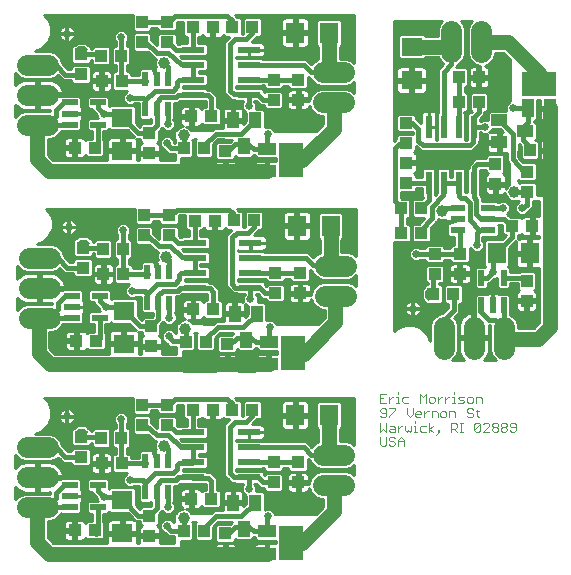
<source format=gtl>
G75*
G70*
%OFA0B0*%
%FSLAX24Y24*%
%IPPOS*%
%LPD*%
%AMOC8*
5,1,8,0,0,1.08239X$1,22.5*
%
%ADD10C,0.0020*%
%ADD11R,0.0520X0.0220*%
%ADD12C,0.0709*%
%ADD13R,0.0709X0.0630*%
%ADD14R,0.0630X0.0710*%
%ADD15R,0.0807X0.1142*%
%ADD16R,0.0591X0.0394*%
%ADD17R,0.0220X0.0500*%
%ADD18R,0.0394X0.0433*%
%ADD19R,0.0433X0.0394*%
%ADD20C,0.0250*%
%ADD21R,0.0394X0.0551*%
%ADD22R,0.0780X0.0220*%
%ADD23C,0.0030*%
%ADD24R,0.0220X0.0520*%
%ADD25R,0.0630X0.0709*%
%ADD26R,0.0710X0.0630*%
%ADD27R,0.1142X0.0807*%
%ADD28R,0.0394X0.0591*%
%ADD29R,0.0500X0.0220*%
%ADD30R,0.0551X0.0394*%
%ADD31R,0.0220X0.0780*%
%ADD32C,0.0100*%
%ADD33C,0.0396*%
%ADD34C,0.0160*%
%ADD35C,0.0500*%
D10*
X013570Y013398D02*
X013620Y013348D01*
X013720Y013348D01*
X013770Y013398D01*
X013770Y013649D01*
X013865Y013599D02*
X013915Y013649D01*
X014015Y013649D01*
X014065Y013599D01*
X014159Y013548D02*
X014259Y013649D01*
X014359Y013548D01*
X014359Y013348D01*
X014359Y013498D02*
X014159Y013498D01*
X014159Y013548D02*
X014159Y013348D01*
X014065Y013398D02*
X014015Y013348D01*
X013915Y013348D01*
X013865Y013398D01*
X013915Y013498D02*
X014015Y013498D01*
X014065Y013448D01*
X014065Y013398D01*
X013915Y013498D02*
X013865Y013548D01*
X013865Y013599D01*
X013915Y013828D02*
X013865Y013878D01*
X013915Y013928D01*
X014065Y013928D01*
X014065Y013978D02*
X014065Y013828D01*
X013915Y013828D01*
X013770Y013828D02*
X013770Y014129D01*
X013915Y014028D02*
X014015Y014028D01*
X014065Y013978D01*
X014159Y013928D02*
X014259Y014028D01*
X014309Y014028D01*
X014405Y014028D02*
X014405Y013878D01*
X014455Y013828D01*
X014505Y013878D01*
X014555Y013828D01*
X014605Y013878D01*
X014605Y014028D01*
X014699Y014028D02*
X014750Y014028D01*
X014750Y013828D01*
X014800Y013828D02*
X014699Y013828D01*
X014896Y013878D02*
X014896Y013978D01*
X014946Y014028D01*
X015096Y014028D01*
X015191Y013928D02*
X015341Y013828D01*
X015436Y013728D02*
X015536Y013828D01*
X015486Y013828D01*
X015486Y013878D01*
X015536Y013878D01*
X015536Y013828D01*
X015341Y014028D02*
X015191Y013928D01*
X015191Y013828D02*
X015191Y014129D01*
X015289Y014308D02*
X015289Y014508D01*
X015439Y014508D01*
X015489Y014458D01*
X015489Y014308D01*
X015583Y014358D02*
X015633Y014308D01*
X015734Y014308D01*
X015784Y014358D01*
X015784Y014458D01*
X015734Y014508D01*
X015633Y014508D01*
X015583Y014458D01*
X015583Y014358D01*
X015193Y014508D02*
X015143Y014508D01*
X015043Y014408D01*
X014949Y014408D02*
X014749Y014408D01*
X014749Y014358D02*
X014749Y014458D01*
X014799Y014508D01*
X014899Y014508D01*
X014949Y014458D01*
X014949Y014408D01*
X014899Y014308D02*
X014799Y014308D01*
X014749Y014358D01*
X014654Y014408D02*
X014654Y014609D01*
X014454Y014609D02*
X014454Y014408D01*
X014554Y014308D01*
X014654Y014408D01*
X014750Y014179D02*
X014750Y014129D01*
X014896Y013878D02*
X014946Y013828D01*
X015096Y013828D01*
X015043Y014308D02*
X015043Y014508D01*
X015096Y014788D02*
X015096Y015089D01*
X014996Y014988D01*
X014896Y015089D01*
X014896Y014788D01*
X015191Y014838D02*
X015241Y014788D01*
X015341Y014788D01*
X015391Y014838D01*
X015391Y014938D01*
X015341Y014988D01*
X015241Y014988D01*
X015191Y014938D01*
X015191Y014838D01*
X015485Y014788D02*
X015485Y014988D01*
X015485Y014888D02*
X015585Y014988D01*
X015635Y014988D01*
X015731Y014988D02*
X015731Y014788D01*
X015731Y014888D02*
X015831Y014988D01*
X015881Y014988D01*
X015976Y014988D02*
X016026Y014988D01*
X016026Y014788D01*
X015976Y014788D02*
X016076Y014788D01*
X016173Y014788D02*
X016323Y014788D01*
X016373Y014838D01*
X016323Y014888D01*
X016223Y014888D01*
X016173Y014938D01*
X016223Y014988D01*
X016373Y014988D01*
X016467Y014938D02*
X016467Y014838D01*
X016517Y014788D01*
X016618Y014788D01*
X016668Y014838D01*
X016668Y014938D01*
X016618Y014988D01*
X016517Y014988D01*
X016467Y014938D01*
X016762Y014988D02*
X016912Y014988D01*
X016962Y014938D01*
X016962Y014788D01*
X016762Y014788D02*
X016762Y014988D01*
X016618Y014609D02*
X016517Y014609D01*
X016467Y014559D01*
X016467Y014508D01*
X016517Y014458D01*
X016618Y014458D01*
X016668Y014408D01*
X016668Y014358D01*
X016618Y014308D01*
X016517Y014308D01*
X016467Y014358D01*
X016322Y014129D02*
X016222Y014129D01*
X016272Y014129D02*
X016272Y013828D01*
X016222Y013828D02*
X016322Y013828D01*
X016127Y013828D02*
X016027Y013928D01*
X016077Y013928D02*
X015927Y013928D01*
X015927Y013828D02*
X015927Y014129D01*
X016077Y014129D01*
X016127Y014079D01*
X016127Y013978D01*
X016077Y013928D01*
X016078Y014308D02*
X016078Y014458D01*
X016028Y014508D01*
X015878Y014508D01*
X015878Y014308D01*
X016026Y015089D02*
X016026Y015139D01*
X016618Y014609D02*
X016668Y014559D01*
X016762Y014508D02*
X016862Y014508D01*
X016812Y014559D02*
X016812Y014358D01*
X016862Y014308D01*
X016863Y014129D02*
X016763Y014129D01*
X016713Y014079D01*
X016713Y013878D01*
X016913Y014079D01*
X016913Y013878D01*
X016863Y013828D01*
X016763Y013828D01*
X016713Y013878D01*
X016913Y014079D02*
X016863Y014129D01*
X017008Y014079D02*
X017058Y014129D01*
X017158Y014129D01*
X017208Y014079D01*
X017208Y014028D01*
X017008Y013828D01*
X017208Y013828D01*
X017302Y013878D02*
X017302Y013928D01*
X017352Y013978D01*
X017452Y013978D01*
X017502Y013928D01*
X017502Y013878D01*
X017452Y013828D01*
X017352Y013828D01*
X017302Y013878D01*
X017352Y013978D02*
X017302Y014028D01*
X017302Y014079D01*
X017352Y014129D01*
X017452Y014129D01*
X017502Y014079D01*
X017502Y014028D01*
X017452Y013978D01*
X017597Y013928D02*
X017597Y013878D01*
X017647Y013828D01*
X017747Y013828D01*
X017797Y013878D01*
X017797Y013928D01*
X017747Y013978D01*
X017647Y013978D01*
X017597Y014028D01*
X017597Y014079D01*
X017647Y014129D01*
X017747Y014129D01*
X017797Y014079D01*
X017797Y014028D01*
X017747Y013978D01*
X017647Y013978D02*
X017597Y013928D01*
X017892Y013878D02*
X017942Y013828D01*
X018042Y013828D01*
X018092Y013878D01*
X018092Y014079D01*
X018042Y014129D01*
X017942Y014129D01*
X017892Y014079D01*
X017892Y014028D01*
X017942Y013978D01*
X018092Y013978D01*
X014507Y014788D02*
X014357Y014788D01*
X014307Y014838D01*
X014307Y014938D01*
X014357Y014988D01*
X014507Y014988D01*
X014210Y014788D02*
X014110Y014788D01*
X014160Y014788D02*
X014160Y014988D01*
X014110Y014988D01*
X014015Y014988D02*
X013965Y014988D01*
X013865Y014888D01*
X013865Y014788D02*
X013865Y014988D01*
X013770Y015089D02*
X013570Y015089D01*
X013570Y014788D01*
X013770Y014788D01*
X013670Y014938D02*
X013570Y014938D01*
X013620Y014609D02*
X013570Y014559D01*
X013570Y014508D01*
X013620Y014458D01*
X013770Y014458D01*
X013770Y014358D02*
X013770Y014559D01*
X013720Y014609D01*
X013620Y014609D01*
X013865Y014609D02*
X014065Y014609D01*
X014065Y014559D01*
X013865Y014358D01*
X013865Y014308D01*
X013770Y014358D02*
X013720Y014308D01*
X013620Y014308D01*
X013570Y014358D01*
X013570Y014129D02*
X013570Y013828D01*
X013670Y013928D01*
X013770Y013828D01*
X013570Y013649D02*
X013570Y013398D01*
X014159Y013828D02*
X014159Y014028D01*
X014160Y015089D02*
X014160Y015139D01*
D11*
X004220Y017618D03*
X004220Y018358D03*
X003300Y018358D03*
X003300Y017988D03*
X003300Y017618D03*
X003240Y012048D03*
X003240Y011678D03*
X003240Y011308D03*
X004160Y011308D03*
X004160Y012048D03*
X004160Y024058D03*
X004160Y024798D03*
X003240Y024798D03*
X003240Y024428D03*
X003240Y024058D03*
D12*
X002504Y024048D02*
X001796Y024048D01*
X001796Y025048D02*
X002504Y025048D01*
X002504Y026048D02*
X001796Y026048D01*
X001856Y019608D02*
X002564Y019608D01*
X002564Y018608D02*
X001856Y018608D01*
X001856Y017608D02*
X002564Y017608D01*
X002504Y013298D02*
X001796Y013298D01*
X001796Y012298D02*
X002504Y012298D01*
X002504Y011298D02*
X001796Y011298D01*
X011666Y012048D02*
X012374Y012048D01*
X012374Y013048D02*
X011666Y013048D01*
X015700Y016594D02*
X015700Y017303D01*
X016700Y017303D02*
X016700Y016594D01*
X017700Y016594D02*
X017700Y017303D01*
X012434Y018358D02*
X011726Y018358D01*
X011726Y019358D02*
X012434Y019358D01*
X012374Y024798D02*
X011666Y024798D01*
X011666Y025798D02*
X012374Y025798D01*
X015950Y026464D02*
X015950Y027173D01*
X016950Y027173D02*
X016950Y026464D01*
D13*
X004970Y024289D03*
X004970Y023187D03*
X005030Y017849D03*
X005030Y016747D03*
X004970Y011539D03*
X004970Y010437D03*
D14*
X010740Y014378D03*
X011860Y014378D03*
X011920Y020688D03*
X010800Y020688D03*
X010740Y027128D03*
X011860Y027128D03*
D15*
X010600Y022878D03*
X010660Y016438D03*
X010600Y010128D03*
D16*
X009803Y009754D03*
X009803Y010502D03*
X009863Y016064D03*
X009863Y016812D03*
X009803Y022504D03*
X009803Y023252D03*
D17*
X006490Y024568D03*
X006120Y024568D03*
X005750Y024568D03*
X005750Y025588D03*
X006120Y025588D03*
X006490Y025588D03*
X006550Y019148D03*
X006180Y019148D03*
X005810Y019148D03*
X005810Y018128D03*
X006180Y018128D03*
X006550Y018128D03*
X006490Y012838D03*
X006120Y012838D03*
X005750Y012838D03*
X005750Y011818D03*
X006120Y011818D03*
X006490Y011818D03*
D18*
X005880Y011023D03*
X005880Y010354D03*
X007025Y010518D03*
X007695Y010518D03*
X004955Y012768D03*
X004285Y012768D03*
X004275Y013608D03*
X004945Y013608D03*
X005640Y014054D03*
X005640Y014723D03*
X005940Y016664D03*
X005940Y017333D03*
X007085Y016828D03*
X007755Y016828D03*
X008645Y014558D03*
X009315Y014558D03*
X005015Y019078D03*
X004345Y019078D03*
X004335Y019918D03*
X005005Y019918D03*
X005700Y020364D03*
X005700Y021033D03*
X005880Y023104D03*
X005880Y023773D03*
X007025Y023268D03*
X007695Y023268D03*
X008705Y020868D03*
X009375Y020868D03*
X004955Y025518D03*
X004285Y025518D03*
X004275Y026358D03*
X004945Y026358D03*
X005640Y026804D03*
X005640Y027473D03*
X008645Y027308D03*
X009315Y027308D03*
X014275Y021268D03*
X014945Y021268D03*
X014450Y022124D03*
X014450Y022793D03*
X016195Y024818D03*
X016865Y024818D03*
X016865Y025638D03*
X016195Y025638D03*
X017410Y022743D03*
X017410Y022074D03*
X018565Y023208D03*
X019235Y023208D03*
X018460Y018853D03*
X018460Y018184D03*
X016015Y018408D03*
X015345Y018408D03*
D19*
X015390Y019074D03*
X015390Y019743D03*
X014945Y020438D03*
X014275Y020438D03*
X016230Y019753D03*
X016230Y019084D03*
X017975Y020678D03*
X018645Y020678D03*
X018480Y021824D03*
X018480Y022493D03*
X014440Y023444D03*
X014440Y024113D03*
X010840Y024884D03*
X010840Y025553D03*
X010020Y025553D03*
X010020Y024884D03*
X008410Y023183D03*
X008410Y022514D03*
X008055Y020858D03*
X007385Y020858D03*
X006530Y021033D03*
X006530Y020364D03*
X007335Y017898D03*
X008005Y017898D03*
X008470Y016743D03*
X008470Y016074D03*
X007995Y014548D03*
X007325Y014548D03*
X006470Y014723D03*
X006470Y014054D03*
X007275Y011588D03*
X007945Y011588D03*
X008410Y010433D03*
X008410Y009764D03*
X010020Y012134D03*
X010020Y012803D03*
X010840Y012803D03*
X010840Y012134D03*
X010900Y018444D03*
X010900Y019113D03*
X010080Y019113D03*
X010080Y018444D03*
X007945Y024338D03*
X007275Y024338D03*
X006470Y026804D03*
X006470Y027473D03*
X007325Y027298D03*
X007995Y027298D03*
X004055Y023288D03*
X003385Y023288D03*
X003610Y025734D03*
X003610Y026403D03*
X003670Y019963D03*
X003670Y019294D03*
X003445Y016848D03*
X004115Y016848D03*
X003610Y013653D03*
X003610Y012984D03*
X003385Y010538D03*
X004055Y010538D03*
D20*
X004360Y011658D03*
X005240Y012208D03*
X006490Y011318D03*
X006480Y010688D03*
X009190Y011928D03*
X009830Y010998D03*
X004940Y014238D03*
X003130Y014338D03*
X004420Y017968D03*
X005300Y018518D03*
X006550Y017628D03*
X006540Y016998D03*
X009250Y018238D03*
X009890Y017308D03*
X014660Y017928D03*
X014760Y019738D03*
X016790Y020038D03*
X017340Y019158D03*
X017680Y021288D03*
X018310Y021278D03*
X017070Y023988D03*
X018000Y024628D03*
X009830Y023748D03*
X009190Y024678D03*
X006490Y024068D03*
X006480Y023438D03*
X005240Y024958D03*
X004360Y024408D03*
X004940Y026988D03*
X003130Y027088D03*
X003190Y020648D03*
X005000Y020548D03*
D21*
X008726Y017761D03*
X009474Y017761D03*
X009100Y016895D03*
X009414Y011451D03*
X008666Y011451D03*
X009040Y010585D03*
X009040Y023335D03*
X008666Y024201D03*
X009414Y024201D03*
D22*
X009190Y025058D03*
X009190Y025558D03*
X009190Y026058D03*
X009190Y026558D03*
X007330Y026558D03*
X007330Y026058D03*
X007330Y025558D03*
X007330Y025058D03*
X007390Y020118D03*
X007390Y019618D03*
X007390Y019118D03*
X007390Y018618D03*
X009250Y018618D03*
X009250Y019118D03*
X009250Y019618D03*
X009250Y020118D03*
X009190Y013808D03*
X009190Y013308D03*
X009190Y012808D03*
X009190Y012308D03*
X007330Y012308D03*
X007330Y012808D03*
X007330Y013308D03*
X007330Y013808D03*
D23*
X003810Y013818D02*
X003410Y013818D01*
X003510Y013918D01*
X003710Y013918D01*
X003810Y013818D01*
X003798Y013830D02*
X003422Y013830D01*
X003450Y013858D02*
X003770Y013858D01*
X003741Y013887D02*
X003479Y013887D01*
X003507Y013915D02*
X003713Y013915D01*
X003870Y020128D02*
X003470Y020128D01*
X003570Y020228D01*
X003770Y020228D01*
X003870Y020128D01*
X003470Y020128D01*
X003499Y020157D02*
X003841Y020157D01*
X003813Y020185D02*
X003527Y020185D01*
X003556Y020214D02*
X003784Y020214D01*
X003810Y026568D02*
X003410Y026568D01*
X003510Y026668D01*
X003710Y026668D01*
X003810Y026568D01*
X003809Y026569D02*
X003411Y026569D01*
X003440Y026598D02*
X003780Y026598D01*
X003752Y026626D02*
X003468Y026626D01*
X003497Y026655D02*
X003723Y026655D01*
X015080Y018508D02*
X015180Y018608D01*
X015180Y018208D01*
X015080Y018308D01*
X015080Y018508D01*
X015080Y018504D02*
X015180Y018504D01*
X015180Y018532D02*
X015104Y018532D01*
X015133Y018561D02*
X015180Y018561D01*
X015180Y018589D02*
X015161Y018589D01*
X015180Y018475D02*
X015080Y018475D01*
X015080Y018447D02*
X015180Y018447D01*
X015180Y018418D02*
X015080Y018418D01*
X015080Y018390D02*
X015180Y018390D01*
X015180Y018361D02*
X015080Y018361D01*
X015080Y018333D02*
X015180Y018333D01*
X015180Y018304D02*
X015084Y018304D01*
X015112Y018276D02*
X015180Y018276D01*
X015180Y018247D02*
X015141Y018247D01*
X015169Y018219D02*
X015180Y018219D01*
D24*
X016950Y018038D03*
X017320Y018038D03*
X017690Y018038D03*
X017690Y018958D03*
X016950Y018958D03*
D25*
X017459Y019768D03*
X018561Y019768D03*
D26*
X014620Y025538D03*
X014620Y026658D03*
D27*
X018870Y025398D03*
D28*
X018496Y024601D03*
X019244Y024601D03*
D29*
X017180Y021288D03*
X017180Y020918D03*
X017180Y020548D03*
X016160Y020548D03*
X016160Y020918D03*
X016160Y021288D03*
D30*
X017547Y023464D03*
X017547Y024212D03*
X018413Y023838D03*
D31*
X016690Y023988D03*
X016190Y023988D03*
X015690Y023988D03*
X015190Y023988D03*
X015190Y022128D03*
X015690Y022128D03*
X016190Y022128D03*
X016690Y022128D03*
D32*
X016910Y022103D02*
X017362Y022103D01*
X017362Y022122D02*
X017362Y022025D01*
X017458Y022025D01*
X017458Y021707D01*
X017627Y021707D01*
X017665Y021717D01*
X017699Y021737D01*
X017727Y021765D01*
X017742Y021791D01*
X017742Y021757D01*
X017789Y021644D01*
X017871Y021562D01*
X017870Y021498D01*
X018199Y021500D01*
X018075Y021376D01*
X018075Y021181D01*
X018213Y021043D01*
X018407Y021043D01*
X018545Y021181D01*
X018545Y021203D01*
X018551Y021203D01*
X018596Y021247D01*
X018648Y021283D01*
X018651Y021300D01*
X018664Y021313D01*
X018664Y021376D01*
X018675Y021438D01*
X018665Y021453D01*
X018666Y021502D01*
X018884Y021503D01*
X018884Y021024D01*
X018881Y021025D01*
X018693Y021025D01*
X018693Y020727D01*
X018596Y020727D01*
X018596Y021025D01*
X018408Y021025D01*
X018370Y021015D01*
X018336Y020995D01*
X018308Y020967D01*
X018289Y020934D01*
X018237Y020985D01*
X017923Y020985D01*
X017847Y021055D01*
X017813Y021089D01*
X017915Y021191D01*
X017915Y021386D01*
X017777Y021523D01*
X017583Y021523D01*
X017538Y021478D01*
X017506Y021478D01*
X017476Y021508D01*
X016970Y021508D01*
X016970Y021553D01*
X016974Y021626D01*
X016970Y021631D01*
X016970Y021637D01*
X016918Y021689D01*
X016910Y021698D01*
X016910Y022553D01*
X017103Y022553D01*
X017103Y022481D01*
X017154Y022430D01*
X017121Y022410D01*
X017093Y022382D01*
X017073Y022348D01*
X017063Y022310D01*
X017063Y022122D01*
X017362Y022122D01*
X017458Y022122D02*
X017757Y022122D01*
X017757Y022310D01*
X017747Y022348D01*
X017727Y022382D01*
X017699Y022410D01*
X017666Y022430D01*
X017717Y022481D01*
X017717Y023005D01*
X017652Y023069D01*
X017168Y023069D01*
X017103Y023005D01*
X017103Y022933D01*
X016736Y022933D01*
X016631Y022828D01*
X016520Y022717D01*
X016520Y022614D01*
X016470Y022564D01*
X016470Y021798D01*
X016410Y021798D01*
X016410Y022564D01*
X016346Y022628D01*
X016034Y022628D01*
X015970Y022564D01*
X015970Y022318D01*
X015910Y022318D01*
X015910Y022564D01*
X015846Y022628D01*
X015534Y022628D01*
X015470Y022564D01*
X015470Y021780D01*
X015410Y021714D01*
X015410Y022564D01*
X015346Y022628D01*
X015034Y022628D01*
X014970Y022564D01*
X014970Y022314D01*
X014757Y022314D01*
X014757Y022386D01*
X014706Y022437D01*
X014739Y022456D01*
X014767Y022484D01*
X014787Y022519D01*
X014797Y022557D01*
X014797Y022745D01*
X014498Y022745D01*
X014498Y022841D01*
X014797Y022841D01*
X014797Y023029D01*
X014787Y023067D01*
X014767Y023102D01*
X014739Y023129D01*
X014711Y023146D01*
X014767Y023201D01*
X014767Y023343D01*
X014820Y023290D01*
X014931Y023178D01*
X016639Y023178D01*
X016759Y023298D01*
X016870Y023410D01*
X016870Y023513D01*
X016910Y023553D01*
X016910Y023798D01*
X016928Y023798D01*
X016973Y023753D01*
X017151Y023753D01*
X017132Y023719D01*
X017121Y023681D01*
X017121Y023513D01*
X017498Y023513D01*
X017498Y023416D01*
X017121Y023416D01*
X017121Y023248D01*
X017132Y023210D01*
X017151Y023175D01*
X017179Y023147D01*
X017213Y023128D01*
X017252Y023117D01*
X017499Y023117D01*
X017499Y023416D01*
X017595Y023416D01*
X017595Y023117D01*
X017800Y023117D01*
X017800Y022912D01*
X017797Y022837D01*
X017800Y022834D01*
X017800Y022830D01*
X017853Y022776D01*
X017883Y022744D01*
X017876Y022080D01*
X017875Y022079D01*
X017789Y021993D01*
X017757Y021916D01*
X017757Y022025D01*
X017458Y022025D01*
X017458Y022122D01*
X017458Y022103D02*
X017876Y022103D01*
X017877Y022202D02*
X017757Y022202D01*
X017757Y022300D02*
X017878Y022300D01*
X017879Y022399D02*
X017710Y022399D01*
X017717Y022497D02*
X017881Y022497D01*
X017882Y022596D02*
X017717Y022596D01*
X017717Y022694D02*
X017883Y022694D01*
X017837Y022793D02*
X017717Y022793D01*
X017717Y022891D02*
X017799Y022891D01*
X017800Y022990D02*
X017717Y022990D01*
X017800Y023088D02*
X014775Y023088D01*
X014797Y022990D02*
X017103Y022990D01*
X017145Y023187D02*
X016647Y023187D01*
X016746Y023285D02*
X017121Y023285D01*
X017121Y023384D02*
X016844Y023384D01*
X016870Y023482D02*
X017498Y023482D01*
X017499Y023513D02*
X017499Y023811D01*
X017252Y023811D01*
X017216Y023801D01*
X017305Y023891D01*
X017305Y023905D01*
X017578Y023905D01*
X017668Y023811D01*
X017595Y023811D01*
X017595Y023513D01*
X017499Y023513D01*
X017499Y023581D02*
X017595Y023581D01*
X017595Y023679D02*
X017499Y023679D01*
X017499Y023778D02*
X017595Y023778D01*
X017605Y023876D02*
X017290Y023876D01*
X017151Y023753D02*
X017151Y023753D01*
X017121Y023679D02*
X016910Y023679D01*
X016910Y023581D02*
X017121Y023581D01*
X016948Y023778D02*
X016910Y023778D01*
X016910Y024178D02*
X016910Y024250D01*
X016939Y024278D01*
X017050Y024390D01*
X017050Y024492D01*
X017107Y024492D01*
X017171Y024556D01*
X017171Y025080D01*
X017107Y025145D01*
X016622Y025145D01*
X016558Y025080D01*
X016558Y024556D01*
X016618Y024495D01*
X016611Y024488D01*
X016534Y024488D01*
X016470Y024424D01*
X016470Y023558D01*
X016410Y023558D01*
X016410Y024424D01*
X016380Y024454D01*
X016380Y024492D01*
X016438Y024492D01*
X016502Y024556D01*
X016502Y025080D01*
X016438Y025145D01*
X016385Y025145D01*
X016385Y025312D01*
X016438Y025312D01*
X016502Y025376D01*
X016502Y025900D01*
X016438Y025965D01*
X016095Y025965D01*
X016130Y026000D01*
X016130Y026036D01*
X016213Y026070D01*
X016344Y026201D01*
X016414Y026372D01*
X016414Y027265D01*
X016344Y027436D01*
X016275Y027504D01*
X016625Y027504D01*
X016556Y027436D01*
X016486Y027265D01*
X016486Y026372D01*
X016556Y026201D01*
X016687Y026070D01*
X016858Y026000D01*
X016913Y026000D01*
X016913Y025687D01*
X016816Y025687D01*
X016816Y026005D01*
X016648Y026005D01*
X016610Y025995D01*
X016576Y025975D01*
X016548Y025947D01*
X016528Y025913D01*
X016518Y025875D01*
X016518Y025687D01*
X016816Y025687D01*
X016816Y025590D01*
X016518Y025590D01*
X016518Y025402D01*
X016528Y025364D01*
X016548Y025330D01*
X016576Y025302D01*
X016610Y025282D01*
X016648Y025272D01*
X016816Y025272D01*
X016816Y025590D01*
X016913Y025590D01*
X016913Y025687D01*
X017211Y025687D01*
X017211Y025875D01*
X017201Y025913D01*
X017182Y025947D01*
X017154Y025975D01*
X017119Y025995D01*
X017081Y026005D01*
X017055Y026005D01*
X017213Y026070D01*
X017344Y026201D01*
X017414Y026372D01*
X017414Y026458D01*
X017681Y026458D01*
X017910Y026229D01*
X017903Y024863D01*
X017903Y024863D01*
X017765Y024726D01*
X017765Y024531D01*
X017777Y024519D01*
X017226Y024519D01*
X017161Y024455D01*
X017161Y024223D01*
X016973Y024223D01*
X016928Y024178D01*
X016910Y024178D01*
X016931Y024270D02*
X017161Y024270D01*
X017161Y024369D02*
X017029Y024369D01*
X017050Y024467D02*
X017174Y024467D01*
X017171Y024566D02*
X017765Y024566D01*
X017765Y024664D02*
X017171Y024664D01*
X017171Y024763D02*
X017802Y024763D01*
X017901Y024861D02*
X017171Y024861D01*
X017171Y024960D02*
X017903Y024960D01*
X017904Y025058D02*
X017171Y025058D01*
X017119Y025282D02*
X017154Y025302D01*
X017182Y025330D01*
X017201Y025364D01*
X017211Y025402D01*
X017211Y025590D01*
X016913Y025590D01*
X016913Y025272D01*
X017081Y025272D01*
X017119Y025282D01*
X017195Y025354D02*
X017906Y025354D01*
X017906Y025452D02*
X017211Y025452D01*
X017211Y025551D02*
X017907Y025551D01*
X017907Y025649D02*
X016913Y025649D01*
X016816Y025649D02*
X016502Y025649D01*
X016502Y025551D02*
X016518Y025551D01*
X016518Y025452D02*
X016502Y025452D01*
X016480Y025354D02*
X016534Y025354D01*
X016385Y025255D02*
X017905Y025255D01*
X017904Y025157D02*
X016385Y025157D01*
X016502Y025058D02*
X016558Y025058D01*
X016558Y024960D02*
X016502Y024960D01*
X016502Y024861D02*
X016558Y024861D01*
X016558Y024763D02*
X016502Y024763D01*
X016502Y024664D02*
X016558Y024664D01*
X016558Y024566D02*
X016502Y024566D01*
X016513Y024467D02*
X016380Y024467D01*
X016410Y024369D02*
X016470Y024369D01*
X016470Y024270D02*
X016410Y024270D01*
X016410Y024172D02*
X016470Y024172D01*
X016470Y024073D02*
X016410Y024073D01*
X016410Y023975D02*
X016470Y023975D01*
X016470Y023876D02*
X016410Y023876D01*
X016410Y023778D02*
X016470Y023778D01*
X016470Y023679D02*
X016410Y023679D01*
X016410Y023581D02*
X016470Y023581D01*
X016694Y022891D02*
X014797Y022891D01*
X014797Y022694D02*
X016520Y022694D01*
X016502Y022596D02*
X016378Y022596D01*
X016410Y022497D02*
X016470Y022497D01*
X016470Y022399D02*
X016410Y022399D01*
X016410Y022300D02*
X016470Y022300D01*
X016470Y022202D02*
X016410Y022202D01*
X016410Y022103D02*
X016470Y022103D01*
X016470Y022005D02*
X016410Y022005D01*
X016410Y021906D02*
X016470Y021906D01*
X016470Y021808D02*
X016410Y021808D01*
X016910Y021808D02*
X017071Y021808D01*
X017073Y021799D02*
X017093Y021765D01*
X017121Y021737D01*
X017155Y021717D01*
X017193Y021707D01*
X017362Y021707D01*
X017362Y022025D01*
X017063Y022025D01*
X017063Y021837D01*
X017073Y021799D01*
X017063Y021906D02*
X016910Y021906D01*
X016910Y022005D02*
X017063Y022005D01*
X017063Y022202D02*
X016910Y022202D01*
X016910Y022300D02*
X017063Y022300D01*
X017110Y022399D02*
X016910Y022399D01*
X016910Y022497D02*
X017103Y022497D01*
X017362Y022005D02*
X017458Y022005D01*
X017458Y021906D02*
X017362Y021906D01*
X017362Y021808D02*
X017458Y021808D01*
X017458Y021709D02*
X017362Y021709D01*
X017185Y021709D02*
X016910Y021709D01*
X016973Y021611D02*
X017822Y021611D01*
X017788Y021512D02*
X017870Y021512D01*
X017887Y021414D02*
X018113Y021414D01*
X018075Y021315D02*
X017915Y021315D01*
X017915Y021217D02*
X018075Y021217D01*
X018138Y021118D02*
X017842Y021118D01*
X017885Y021020D02*
X018389Y021020D01*
X018482Y021118D02*
X018884Y021118D01*
X018884Y021217D02*
X018565Y021217D01*
X018664Y021315D02*
X018884Y021315D01*
X018884Y021414D02*
X018671Y021414D01*
X018693Y021020D02*
X018596Y021020D01*
X018596Y020921D02*
X018693Y020921D01*
X018693Y020823D02*
X018596Y020823D01*
X018596Y020630D02*
X018693Y020630D01*
X018693Y020331D01*
X018881Y020331D01*
X018884Y020332D01*
X018884Y020273D01*
X018611Y020273D01*
X018611Y019818D01*
X018511Y019818D01*
X018511Y019718D01*
X018611Y019718D01*
X018611Y019264D01*
X018884Y019264D01*
X018884Y017471D01*
X018701Y017288D01*
X018164Y017288D01*
X018164Y017395D01*
X018094Y017566D01*
X017963Y017696D01*
X017900Y017722D01*
X017910Y017733D01*
X017910Y018344D01*
X017846Y018408D01*
X017534Y018408D01*
X017533Y018407D01*
X017522Y018418D01*
X017488Y018438D01*
X017450Y018448D01*
X017325Y018448D01*
X017325Y018043D01*
X017315Y018043D01*
X017315Y018448D01*
X017190Y018448D01*
X017152Y018438D01*
X017118Y018418D01*
X017107Y018407D01*
X017106Y018408D01*
X016794Y018408D01*
X016730Y018344D01*
X016730Y017733D01*
X016750Y017713D01*
X016750Y016998D01*
X017204Y016998D01*
X017204Y017342D01*
X017200Y017368D01*
X017236Y017368D01*
X017236Y016502D01*
X017306Y016331D01*
X017434Y016203D01*
X017020Y016203D01*
X017029Y016209D01*
X017085Y016265D01*
X017131Y016330D01*
X017167Y016400D01*
X017192Y016476D01*
X017204Y016554D01*
X017204Y016898D01*
X016750Y016898D01*
X016750Y016998D01*
X016650Y016998D01*
X016650Y016898D01*
X016196Y016898D01*
X016196Y016554D01*
X016208Y016476D01*
X016233Y016400D01*
X016269Y016330D01*
X016315Y016265D01*
X016371Y016209D01*
X016380Y016203D01*
X015966Y016203D01*
X016094Y016331D01*
X016164Y016502D01*
X016164Y017395D01*
X016094Y017566D01*
X016035Y017624D01*
X016099Y017688D01*
X016210Y017800D01*
X016210Y018082D01*
X016257Y018082D01*
X016321Y018146D01*
X016321Y018670D01*
X016257Y018735D01*
X015772Y018735D01*
X015708Y018670D01*
X015708Y018146D01*
X015772Y018082D01*
X015830Y018082D01*
X015830Y017957D01*
X015640Y017767D01*
X015608Y017767D01*
X015437Y017696D01*
X015306Y017566D01*
X015236Y017395D01*
X015236Y016859D01*
X015139Y017092D01*
X014944Y017287D01*
X014688Y017393D01*
X014412Y017393D01*
X014156Y017287D01*
X014049Y017181D01*
X014049Y020131D01*
X014537Y020131D01*
X014602Y020196D01*
X014602Y020681D01*
X014537Y020745D01*
X014465Y020745D01*
X014465Y020942D01*
X014518Y020942D01*
X014582Y021006D01*
X014582Y021530D01*
X014518Y021595D01*
X014286Y021595D01*
X014270Y021610D01*
X014270Y021797D01*
X014692Y021797D01*
X014757Y021862D01*
X014757Y021934D01*
X014970Y021934D01*
X014970Y021693D01*
X015000Y021663D01*
X015000Y021637D01*
X014958Y021595D01*
X014702Y021595D01*
X014638Y021530D01*
X014638Y021006D01*
X014702Y020942D01*
X015048Y020942D01*
X014871Y020745D01*
X014683Y020745D01*
X014618Y020681D01*
X014618Y020196D01*
X014683Y020131D01*
X015207Y020131D01*
X015271Y020196D01*
X015271Y020622D01*
X015438Y020808D01*
X015490Y020860D01*
X015490Y020865D01*
X015494Y020870D01*
X015492Y020910D01*
X015589Y020870D01*
X015711Y020870D01*
X015760Y020890D01*
X015760Y020789D01*
X015770Y020750D01*
X015790Y020716D01*
X015801Y020705D01*
X015800Y020704D01*
X015800Y020393D01*
X015864Y020328D01*
X016040Y020328D01*
X016040Y020060D01*
X015968Y020060D01*
X015903Y019995D01*
X015903Y019933D01*
X015717Y019933D01*
X015717Y019985D01*
X015652Y020050D01*
X015128Y020050D01*
X015063Y019985D01*
X015063Y019933D01*
X014898Y019933D01*
X014857Y019973D01*
X014663Y019973D01*
X014525Y019836D01*
X014525Y019641D01*
X014663Y019503D01*
X014857Y019503D01*
X014907Y019553D01*
X015063Y019553D01*
X015063Y019501D01*
X015128Y019436D01*
X015652Y019436D01*
X015717Y019501D01*
X015717Y019553D01*
X015903Y019553D01*
X015903Y019511D01*
X015968Y019446D01*
X016492Y019446D01*
X016557Y019511D01*
X016557Y019939D01*
X016693Y019803D01*
X016887Y019803D01*
X017025Y019941D01*
X017025Y020136D01*
X016980Y020181D01*
X016980Y020328D01*
X017476Y020328D01*
X017540Y020393D01*
X017540Y020704D01*
X017516Y020728D01*
X017641Y020728D01*
X017649Y020721D01*
X017649Y020436D01*
X017713Y020371D01*
X017764Y020371D01*
X017626Y020233D01*
X017098Y020233D01*
X017034Y020168D01*
X017034Y019368D01*
X017074Y019328D01*
X016794Y019328D01*
X016730Y019264D01*
X016730Y018653D01*
X016794Y018588D01*
X017106Y018588D01*
X017170Y018653D01*
X017170Y018768D01*
X017219Y018768D01*
X017374Y018923D01*
X017437Y018923D01*
X017470Y018956D01*
X017470Y018653D01*
X017534Y018588D01*
X017846Y018588D01*
X017910Y018653D01*
X017910Y018768D01*
X018153Y018768D01*
X018153Y018591D01*
X018204Y018540D01*
X018171Y018520D01*
X018143Y018492D01*
X018123Y018458D01*
X018113Y018420D01*
X018113Y018232D01*
X018412Y018232D01*
X018412Y018135D01*
X018508Y018135D01*
X018508Y017817D01*
X018677Y017817D01*
X018715Y017827D01*
X018749Y017847D01*
X018777Y017875D01*
X018797Y017909D01*
X018807Y017947D01*
X018807Y018135D01*
X018508Y018135D01*
X018508Y018232D01*
X018807Y018232D01*
X018807Y018420D01*
X018797Y018458D01*
X018777Y018492D01*
X018749Y018520D01*
X018716Y018540D01*
X018767Y018591D01*
X018767Y018882D01*
X018780Y018920D01*
X018767Y018947D01*
X018767Y019115D01*
X018702Y019179D01*
X018218Y019179D01*
X018186Y019148D01*
X017910Y019148D01*
X017910Y019264D01*
X017846Y019328D01*
X017844Y019328D01*
X017884Y019368D01*
X017884Y019953D01*
X018049Y020118D01*
X018105Y020174D01*
X018096Y020142D01*
X018096Y019818D01*
X018511Y019818D01*
X018511Y020273D01*
X018226Y020273D01*
X018188Y020262D01*
X018160Y020246D01*
X018160Y020371D01*
X018237Y020371D01*
X018289Y020423D01*
X018308Y020389D01*
X018336Y020361D01*
X018370Y020342D01*
X018408Y020331D01*
X018596Y020331D01*
X018596Y020630D01*
X018596Y020626D02*
X018693Y020626D01*
X018693Y020527D02*
X018596Y020527D01*
X018596Y020429D02*
X018693Y020429D01*
X018611Y020232D02*
X018511Y020232D01*
X018511Y020133D02*
X018611Y020133D01*
X018611Y020035D02*
X018511Y020035D01*
X018511Y019936D02*
X018611Y019936D01*
X018611Y019838D02*
X018511Y019838D01*
X018511Y019739D02*
X017884Y019739D01*
X017884Y019641D02*
X018096Y019641D01*
X018096Y019718D02*
X018096Y019394D01*
X018106Y019356D01*
X018126Y019322D01*
X018154Y019294D01*
X018188Y019274D01*
X018226Y019264D01*
X018511Y019264D01*
X018511Y019718D01*
X018096Y019718D01*
X018096Y019838D02*
X017884Y019838D01*
X017884Y019936D02*
X018096Y019936D01*
X018096Y020035D02*
X017965Y020035D01*
X018064Y020133D02*
X018096Y020133D01*
X018160Y020330D02*
X018884Y020330D01*
X018611Y019641D02*
X018511Y019641D01*
X018511Y019542D02*
X018611Y019542D01*
X018611Y019444D02*
X018511Y019444D01*
X018511Y019345D02*
X018611Y019345D01*
X018734Y019148D02*
X018884Y019148D01*
X018884Y019050D02*
X018767Y019050D01*
X018767Y018951D02*
X018884Y018951D01*
X018884Y018853D02*
X018767Y018853D01*
X018767Y018754D02*
X018884Y018754D01*
X018884Y018656D02*
X018767Y018656D01*
X018733Y018557D02*
X018884Y018557D01*
X018884Y018459D02*
X018796Y018459D01*
X018807Y018360D02*
X018884Y018360D01*
X018884Y018262D02*
X018807Y018262D01*
X018884Y018163D02*
X018508Y018163D01*
X018412Y018163D02*
X017910Y018163D01*
X017910Y018065D02*
X018113Y018065D01*
X018113Y018135D02*
X018113Y017947D01*
X018123Y017909D01*
X018143Y017875D01*
X018171Y017847D01*
X018205Y017827D01*
X018243Y017817D01*
X018412Y017817D01*
X018412Y018135D01*
X018113Y018135D01*
X018113Y018262D02*
X017910Y018262D01*
X017894Y018360D02*
X018113Y018360D01*
X018124Y018459D02*
X016321Y018459D01*
X016321Y018557D02*
X018187Y018557D01*
X018153Y018656D02*
X017910Y018656D01*
X017910Y018754D02*
X018153Y018754D01*
X018186Y019148D02*
X017910Y019148D01*
X017910Y019247D02*
X018884Y019247D01*
X018113Y019345D02*
X017861Y019345D01*
X017884Y019444D02*
X018096Y019444D01*
X018096Y019542D02*
X017884Y019542D01*
X017470Y018951D02*
X017465Y018951D01*
X017470Y018853D02*
X017303Y018853D01*
X017170Y018754D02*
X017470Y018754D01*
X017470Y018656D02*
X017170Y018656D01*
X017315Y018360D02*
X017325Y018360D01*
X017315Y018262D02*
X017325Y018262D01*
X017315Y018163D02*
X017325Y018163D01*
X017315Y018065D02*
X017325Y018065D01*
X017910Y017966D02*
X018113Y017966D01*
X018150Y017868D02*
X017910Y017868D01*
X017910Y017769D02*
X018884Y017769D01*
X018884Y017671D02*
X017988Y017671D01*
X018087Y017572D02*
X018884Y017572D01*
X018884Y017474D02*
X018132Y017474D01*
X018164Y017375D02*
X018788Y017375D01*
X018770Y017868D02*
X018884Y017868D01*
X018884Y017966D02*
X018807Y017966D01*
X018807Y018065D02*
X018884Y018065D01*
X018508Y018065D02*
X018412Y018065D01*
X018412Y017966D02*
X018508Y017966D01*
X018508Y017868D02*
X018412Y017868D01*
X017236Y017277D02*
X017204Y017277D01*
X017204Y017178D02*
X017236Y017178D01*
X017236Y017080D02*
X017204Y017080D01*
X017236Y016981D02*
X016750Y016981D01*
X016750Y017080D02*
X016650Y017080D01*
X016650Y016998D02*
X016650Y017805D01*
X016582Y017795D01*
X016506Y017770D01*
X016436Y017734D01*
X016371Y017687D01*
X016315Y017631D01*
X016269Y017567D01*
X016233Y017496D01*
X016208Y017421D01*
X016196Y017342D01*
X016196Y016998D01*
X016650Y016998D01*
X016650Y016981D02*
X016164Y016981D01*
X016164Y016883D02*
X016196Y016883D01*
X016196Y016784D02*
X016164Y016784D01*
X016164Y016686D02*
X016196Y016686D01*
X016196Y016587D02*
X016164Y016587D01*
X016159Y016489D02*
X016206Y016489D01*
X016238Y016390D02*
X016118Y016390D01*
X016055Y016292D02*
X016296Y016292D01*
X016196Y017080D02*
X016164Y017080D01*
X016164Y017178D02*
X016196Y017178D01*
X016196Y017277D02*
X016164Y017277D01*
X016164Y017375D02*
X016201Y017375D01*
X016225Y017474D02*
X016132Y017474D01*
X016087Y017572D02*
X016273Y017572D01*
X016355Y017671D02*
X016081Y017671D01*
X016180Y017769D02*
X016505Y017769D01*
X016650Y017769D02*
X016730Y017769D01*
X016730Y017868D02*
X016210Y017868D01*
X016210Y017966D02*
X016730Y017966D01*
X016730Y018065D02*
X016210Y018065D01*
X016321Y018163D02*
X016730Y018163D01*
X016730Y018262D02*
X016321Y018262D01*
X016321Y018360D02*
X016746Y018360D01*
X016730Y018656D02*
X016321Y018656D01*
X016278Y018737D02*
X016466Y018737D01*
X016504Y018747D01*
X016539Y018767D01*
X016567Y018795D01*
X016586Y018829D01*
X016597Y018867D01*
X016597Y019035D01*
X016278Y019035D01*
X016278Y018737D01*
X016278Y018754D02*
X016182Y018754D01*
X016182Y018737D02*
X016182Y019035D01*
X016278Y019035D01*
X016278Y019132D01*
X016182Y019132D01*
X016182Y019430D01*
X015994Y019430D01*
X015956Y019420D01*
X015921Y019401D01*
X015893Y019373D01*
X015874Y019338D01*
X015863Y019300D01*
X015863Y019132D01*
X016182Y019132D01*
X016182Y019035D01*
X015863Y019035D01*
X015863Y018867D01*
X015874Y018829D01*
X015893Y018795D01*
X015921Y018767D01*
X015956Y018747D01*
X015994Y018737D01*
X016182Y018737D01*
X016182Y018853D02*
X016278Y018853D01*
X016278Y018951D02*
X016182Y018951D01*
X016182Y019050D02*
X015717Y019050D01*
X015717Y019148D02*
X015863Y019148D01*
X015863Y019247D02*
X015717Y019247D01*
X015717Y019316D02*
X015652Y019380D01*
X015128Y019380D01*
X015063Y019316D01*
X015063Y018831D01*
X015128Y018767D01*
X015155Y018767D01*
X015155Y018735D01*
X015103Y018735D01*
X015039Y018670D01*
X015039Y018644D01*
X014955Y018560D01*
X014955Y018257D01*
X015028Y018183D01*
X015039Y018173D01*
X015039Y018146D01*
X015103Y018082D01*
X015588Y018082D01*
X015652Y018146D01*
X015652Y018670D01*
X015588Y018735D01*
X015535Y018735D01*
X015535Y018767D01*
X015652Y018767D01*
X015717Y018831D01*
X015717Y019316D01*
X015687Y019345D02*
X015878Y019345D01*
X015903Y019542D02*
X015717Y019542D01*
X015660Y019444D02*
X017034Y019444D01*
X017034Y019542D02*
X016557Y019542D01*
X016557Y019641D02*
X017034Y019641D01*
X017034Y019739D02*
X016557Y019739D01*
X016557Y019838D02*
X016658Y019838D01*
X016560Y019936D02*
X016557Y019936D01*
X016466Y019430D02*
X016278Y019430D01*
X016278Y019132D01*
X016597Y019132D01*
X016597Y019300D01*
X016586Y019338D01*
X016567Y019373D01*
X016539Y019401D01*
X016504Y019420D01*
X016466Y019430D01*
X016582Y019345D02*
X017057Y019345D01*
X016730Y019247D02*
X016597Y019247D01*
X016597Y019148D02*
X016730Y019148D01*
X016730Y019050D02*
X016278Y019050D01*
X016278Y019148D02*
X016182Y019148D01*
X016182Y019247D02*
X016278Y019247D01*
X016278Y019345D02*
X016182Y019345D01*
X015863Y018951D02*
X015717Y018951D01*
X015717Y018853D02*
X015867Y018853D01*
X015943Y018754D02*
X015535Y018754D01*
X015652Y018656D02*
X015708Y018656D01*
X015708Y018557D02*
X015652Y018557D01*
X015652Y018459D02*
X015708Y018459D01*
X015708Y018360D02*
X015652Y018360D01*
X015652Y018262D02*
X015708Y018262D01*
X015708Y018163D02*
X015652Y018163D01*
X015830Y018065D02*
X014900Y018065D01*
X014904Y018059D02*
X014874Y018104D01*
X014835Y018142D01*
X014790Y018172D01*
X014740Y018193D01*
X014687Y018203D01*
X014673Y018203D01*
X014673Y017941D01*
X014935Y017941D01*
X014935Y017955D01*
X014924Y018009D01*
X014904Y018059D01*
X014933Y017966D02*
X015830Y017966D01*
X015741Y017868D02*
X014928Y017868D01*
X014924Y017848D02*
X014935Y017901D01*
X014935Y017916D01*
X014673Y017916D01*
X014673Y017941D01*
X014647Y017941D01*
X014647Y017916D01*
X014385Y017916D01*
X014385Y017901D01*
X014396Y017848D01*
X014416Y017798D01*
X014446Y017753D01*
X014485Y017715D01*
X014530Y017685D01*
X014580Y017664D01*
X014633Y017653D01*
X014647Y017653D01*
X014647Y017916D01*
X014673Y017916D01*
X014673Y017653D01*
X014687Y017653D01*
X014740Y017664D01*
X014790Y017685D01*
X014835Y017715D01*
X014874Y017753D01*
X014904Y017798D01*
X014924Y017848D01*
X014885Y017769D02*
X015642Y017769D01*
X015412Y017671D02*
X014757Y017671D01*
X014673Y017671D02*
X014647Y017671D01*
X014563Y017671D02*
X014049Y017671D01*
X014049Y017769D02*
X014435Y017769D01*
X014392Y017868D02*
X014049Y017868D01*
X014049Y017966D02*
X014387Y017966D01*
X014385Y017955D02*
X014385Y017941D01*
X014647Y017941D01*
X014647Y018203D01*
X014633Y018203D01*
X014580Y018193D01*
X014530Y018172D01*
X014485Y018142D01*
X014446Y018104D01*
X014416Y018059D01*
X014396Y018009D01*
X014385Y017955D01*
X014420Y018065D02*
X014049Y018065D01*
X014049Y018163D02*
X014517Y018163D01*
X014647Y018163D02*
X014673Y018163D01*
X014673Y018065D02*
X014647Y018065D01*
X014647Y017966D02*
X014673Y017966D01*
X014673Y017868D02*
X014647Y017868D01*
X014647Y017769D02*
X014673Y017769D01*
X014732Y017375D02*
X015236Y017375D01*
X015236Y017277D02*
X014954Y017277D01*
X015053Y017178D02*
X015236Y017178D01*
X015236Y017080D02*
X015144Y017080D01*
X015185Y016981D02*
X015236Y016981D01*
X015226Y016883D02*
X015236Y016883D01*
X015268Y017474D02*
X014049Y017474D01*
X014049Y017572D02*
X015313Y017572D01*
X015039Y018163D02*
X014803Y018163D01*
X014955Y018262D02*
X014049Y018262D01*
X014049Y018360D02*
X014955Y018360D01*
X014955Y018459D02*
X014049Y018459D01*
X014049Y018557D02*
X014955Y018557D01*
X015039Y018656D02*
X014049Y018656D01*
X014049Y018754D02*
X015155Y018754D01*
X015063Y018853D02*
X014049Y018853D01*
X014049Y018951D02*
X015063Y018951D01*
X015063Y019050D02*
X014049Y019050D01*
X014049Y019148D02*
X015063Y019148D01*
X015063Y019247D02*
X014049Y019247D01*
X014049Y019345D02*
X015093Y019345D01*
X015120Y019444D02*
X014049Y019444D01*
X014049Y019542D02*
X014624Y019542D01*
X014525Y019641D02*
X014049Y019641D01*
X014049Y019739D02*
X014525Y019739D01*
X014527Y019838D02*
X014049Y019838D01*
X014049Y019936D02*
X014626Y019936D01*
X014681Y020133D02*
X014539Y020133D01*
X014602Y020232D02*
X014618Y020232D01*
X014618Y020330D02*
X014602Y020330D01*
X014602Y020429D02*
X014618Y020429D01*
X014618Y020527D02*
X014602Y020527D01*
X014602Y020626D02*
X014618Y020626D01*
X014662Y020724D02*
X014558Y020724D01*
X014465Y020823D02*
X014941Y020823D01*
X015029Y020921D02*
X014465Y020921D01*
X014582Y021020D02*
X014638Y021020D01*
X014638Y021118D02*
X014582Y021118D01*
X014582Y021217D02*
X014638Y021217D01*
X014638Y021315D02*
X014582Y021315D01*
X014582Y021414D02*
X014638Y021414D01*
X014638Y021512D02*
X014582Y021512D01*
X014703Y021808D02*
X014970Y021808D01*
X014970Y021906D02*
X014757Y021906D01*
X014970Y021709D02*
X014270Y021709D01*
X014270Y021611D02*
X014974Y021611D01*
X015410Y021808D02*
X015470Y021808D01*
X015470Y021906D02*
X015410Y021906D01*
X015410Y022005D02*
X015470Y022005D01*
X015470Y022103D02*
X015410Y022103D01*
X015410Y022202D02*
X015470Y022202D01*
X015470Y022300D02*
X015410Y022300D01*
X015410Y022399D02*
X015470Y022399D01*
X015470Y022497D02*
X015410Y022497D01*
X015378Y022596D02*
X015502Y022596D01*
X015878Y022596D02*
X016002Y022596D01*
X015970Y022497D02*
X015910Y022497D01*
X015910Y022399D02*
X015970Y022399D01*
X016596Y022793D02*
X014498Y022793D01*
X014797Y022596D02*
X015002Y022596D01*
X014970Y022497D02*
X014774Y022497D01*
X014744Y022399D02*
X014970Y022399D01*
X014923Y023187D02*
X014752Y023187D01*
X014767Y023285D02*
X014824Y023285D01*
X014660Y023750D02*
X014178Y023750D01*
X014113Y023686D01*
X014113Y023594D01*
X014073Y023550D01*
X014049Y023526D01*
X014049Y027504D01*
X015625Y027504D01*
X015556Y027436D01*
X015486Y027265D01*
X015486Y027018D01*
X015085Y027018D01*
X015085Y027019D01*
X015020Y027083D01*
X014220Y027083D01*
X014155Y027019D01*
X014155Y026298D01*
X014220Y026233D01*
X015020Y026233D01*
X015085Y026298D01*
X015516Y026298D01*
X015556Y026201D01*
X015675Y026082D01*
X015500Y025907D01*
X015500Y024454D01*
X015470Y024424D01*
X015470Y023558D01*
X015445Y023558D01*
X015450Y023579D01*
X015450Y023983D01*
X015195Y023983D01*
X015195Y023993D01*
X015450Y023993D01*
X015450Y024398D01*
X015440Y024436D01*
X015420Y024470D01*
X015392Y024498D01*
X015358Y024518D01*
X015320Y024528D01*
X015195Y024528D01*
X015195Y023993D01*
X015185Y023993D01*
X015185Y024528D01*
X015060Y024528D01*
X015022Y024518D01*
X014988Y024498D01*
X014960Y024470D01*
X014940Y024436D01*
X014930Y024398D01*
X014930Y024097D01*
X014929Y024098D01*
X014767Y024260D01*
X014767Y024355D01*
X014702Y024420D01*
X014178Y024420D01*
X014113Y024355D01*
X014113Y023871D01*
X014178Y023806D01*
X014660Y023806D01*
X014660Y023750D01*
X014660Y023778D02*
X014049Y023778D01*
X014049Y023876D02*
X014113Y023876D01*
X014113Y023975D02*
X014049Y023975D01*
X014049Y024073D02*
X014113Y024073D01*
X014113Y024172D02*
X014049Y024172D01*
X014049Y024270D02*
X014113Y024270D01*
X014127Y024369D02*
X014049Y024369D01*
X014049Y024467D02*
X014958Y024467D01*
X014930Y024369D02*
X014753Y024369D01*
X014767Y024270D02*
X014930Y024270D01*
X014930Y024172D02*
X014855Y024172D01*
X015185Y024172D02*
X015195Y024172D01*
X015185Y024270D02*
X015195Y024270D01*
X015185Y024369D02*
X015195Y024369D01*
X015185Y024467D02*
X015195Y024467D01*
X015422Y024467D02*
X015500Y024467D01*
X015500Y024566D02*
X014049Y024566D01*
X014049Y024664D02*
X015500Y024664D01*
X015500Y024763D02*
X014049Y024763D01*
X014049Y024861D02*
X015500Y024861D01*
X015500Y024960D02*
X014049Y024960D01*
X014049Y025058D02*
X015500Y025058D01*
X015500Y025157D02*
X015110Y025157D01*
X015115Y025166D02*
X015125Y025204D01*
X015125Y025488D01*
X014670Y025488D01*
X014670Y025073D01*
X014995Y025073D01*
X015033Y025084D01*
X015067Y025103D01*
X015095Y025131D01*
X015115Y025166D01*
X015125Y025255D02*
X015500Y025255D01*
X015500Y025354D02*
X015125Y025354D01*
X015125Y025452D02*
X015500Y025452D01*
X015500Y025551D02*
X014670Y025551D01*
X014670Y025588D02*
X015125Y025588D01*
X015125Y025873D01*
X015115Y025911D01*
X015095Y025946D01*
X015067Y025973D01*
X015033Y025993D01*
X014995Y026003D01*
X014670Y026003D01*
X014670Y025588D01*
X014670Y025488D01*
X014570Y025488D01*
X014570Y025073D01*
X014245Y025073D01*
X014207Y025084D01*
X014173Y025103D01*
X014145Y025131D01*
X014125Y025166D01*
X014115Y025204D01*
X014115Y025488D01*
X014570Y025488D01*
X014570Y025588D01*
X014115Y025588D01*
X014115Y025873D01*
X014125Y025911D01*
X014145Y025946D01*
X014173Y025973D01*
X014207Y025993D01*
X014245Y026003D01*
X014570Y026003D01*
X014570Y025588D01*
X014670Y025588D01*
X014670Y025649D02*
X014570Y025649D01*
X014570Y025551D02*
X014049Y025551D01*
X014049Y025649D02*
X014115Y025649D01*
X014115Y025748D02*
X014049Y025748D01*
X014049Y025846D02*
X014115Y025846D01*
X014145Y025945D02*
X014049Y025945D01*
X014049Y026043D02*
X015636Y026043D01*
X015615Y026142D02*
X014049Y026142D01*
X014049Y026240D02*
X014212Y026240D01*
X014155Y026339D02*
X014049Y026339D01*
X014049Y026437D02*
X014155Y026437D01*
X014155Y026536D02*
X014049Y026536D01*
X014049Y026634D02*
X014155Y026634D01*
X014155Y026733D02*
X014049Y026733D01*
X014049Y026831D02*
X014155Y026831D01*
X014155Y026930D02*
X014049Y026930D01*
X014049Y027028D02*
X014165Y027028D01*
X014049Y027127D02*
X015486Y027127D01*
X015486Y027225D02*
X014049Y027225D01*
X014049Y027324D02*
X015510Y027324D01*
X015551Y027422D02*
X014049Y027422D01*
X015075Y027028D02*
X015486Y027028D01*
X015540Y026240D02*
X015028Y026240D01*
X015085Y026298D02*
X015085Y026298D01*
X015095Y025945D02*
X015538Y025945D01*
X015500Y025846D02*
X015125Y025846D01*
X015125Y025748D02*
X015500Y025748D01*
X015500Y025649D02*
X015125Y025649D01*
X014670Y025748D02*
X014570Y025748D01*
X014570Y025846D02*
X014670Y025846D01*
X014670Y025945D02*
X014570Y025945D01*
X014570Y025452D02*
X014670Y025452D01*
X014670Y025354D02*
X014570Y025354D01*
X014570Y025255D02*
X014670Y025255D01*
X014670Y025157D02*
X014570Y025157D01*
X014130Y025157D02*
X014049Y025157D01*
X014049Y025255D02*
X014115Y025255D01*
X014115Y025354D02*
X014049Y025354D01*
X014049Y025452D02*
X014115Y025452D01*
X015185Y024073D02*
X015195Y024073D01*
X015450Y024073D02*
X015470Y024073D01*
X015470Y023975D02*
X015450Y023975D01*
X015450Y023876D02*
X015470Y023876D01*
X015470Y023778D02*
X015450Y023778D01*
X015450Y023679D02*
X015470Y023679D01*
X015470Y023581D02*
X015450Y023581D01*
X015450Y024172D02*
X015470Y024172D01*
X015470Y024270D02*
X015450Y024270D01*
X015450Y024369D02*
X015470Y024369D01*
X016502Y025748D02*
X016518Y025748D01*
X016518Y025846D02*
X016502Y025846D01*
X016458Y025945D02*
X016547Y025945D01*
X016615Y026142D02*
X016285Y026142D01*
X016360Y026240D02*
X016540Y026240D01*
X016499Y026339D02*
X016401Y026339D01*
X016414Y026437D02*
X016486Y026437D01*
X016486Y026536D02*
X016414Y026536D01*
X016414Y026634D02*
X016486Y026634D01*
X016486Y026733D02*
X016414Y026733D01*
X016414Y026831D02*
X016486Y026831D01*
X016486Y026930D02*
X016414Y026930D01*
X016414Y027028D02*
X016486Y027028D01*
X016486Y027127D02*
X016414Y027127D01*
X016414Y027225D02*
X016486Y027225D01*
X016510Y027324D02*
X016390Y027324D01*
X016349Y027422D02*
X016551Y027422D01*
X017414Y026437D02*
X017702Y026437D01*
X017800Y026339D02*
X017401Y026339D01*
X017360Y026240D02*
X017899Y026240D01*
X017910Y026142D02*
X017285Y026142D01*
X017148Y026043D02*
X017909Y026043D01*
X017909Y025945D02*
X017183Y025945D01*
X017211Y025846D02*
X017908Y025846D01*
X017908Y025748D02*
X017211Y025748D01*
X016913Y025748D02*
X016816Y025748D01*
X016816Y025846D02*
X016913Y025846D01*
X016913Y025945D02*
X016816Y025945D01*
X016752Y026043D02*
X016148Y026043D01*
X016816Y025551D02*
X016913Y025551D01*
X016913Y025452D02*
X016816Y025452D01*
X016816Y025354D02*
X016913Y025354D01*
X016939Y024278D02*
X016939Y024278D01*
X017499Y023384D02*
X017595Y023384D01*
X017595Y023285D02*
X017499Y023285D01*
X017499Y023187D02*
X017595Y023187D01*
X018191Y023187D02*
X018259Y023187D01*
X018259Y023285D02*
X018194Y023285D01*
X018197Y023384D02*
X018236Y023384D01*
X018259Y023361D02*
X018198Y023421D01*
X018184Y022979D01*
X018350Y022800D01*
X018742Y022800D01*
X018807Y022735D01*
X018807Y022251D01*
X018742Y022186D01*
X018218Y022186D01*
X018182Y022222D01*
X018187Y022099D01*
X018218Y022130D01*
X018742Y022130D01*
X018807Y022066D01*
X018807Y021728D01*
X019445Y021728D01*
X019445Y022842D01*
X019283Y022842D01*
X019283Y023160D01*
X019186Y023160D01*
X018888Y023160D01*
X018888Y022972D01*
X018898Y022934D01*
X018918Y022900D01*
X018946Y022872D01*
X018980Y022852D01*
X019018Y022842D01*
X019186Y022842D01*
X019186Y023160D01*
X019186Y023257D01*
X019186Y023575D01*
X019018Y023575D01*
X018980Y023565D01*
X018946Y023545D01*
X018918Y023517D01*
X018898Y023483D01*
X018888Y023445D01*
X018888Y023257D01*
X019186Y023257D01*
X019283Y023257D01*
X019283Y023575D01*
X019445Y023575D01*
X019445Y024156D01*
X019292Y024156D01*
X019292Y024553D01*
X019196Y024553D01*
X019196Y024156D01*
X019027Y024156D01*
X018989Y024166D01*
X018955Y024186D01*
X018927Y024214D01*
X018907Y024248D01*
X018897Y024286D01*
X018897Y024553D01*
X019196Y024553D01*
X019196Y024649D01*
X018897Y024649D01*
X018897Y024885D01*
X018803Y024885D01*
X018803Y024260D01*
X018738Y024196D01*
X018690Y024196D01*
X018690Y024145D01*
X018734Y024145D01*
X018799Y024081D01*
X018799Y023596D01*
X018738Y023535D01*
X018808Y023535D01*
X018872Y023470D01*
X018872Y022946D01*
X018808Y022882D01*
X018323Y022882D01*
X018259Y022946D01*
X018259Y023361D01*
X018259Y023088D02*
X018187Y023088D01*
X018184Y022990D02*
X018259Y022990D01*
X018265Y022891D02*
X018313Y022891D01*
X018749Y022793D02*
X019445Y022793D01*
X019445Y022694D02*
X018807Y022694D01*
X018807Y022596D02*
X019445Y022596D01*
X019445Y022497D02*
X018807Y022497D01*
X018807Y022399D02*
X019445Y022399D01*
X019445Y022300D02*
X018807Y022300D01*
X018758Y022202D02*
X019445Y022202D01*
X019445Y022103D02*
X018769Y022103D01*
X018807Y022005D02*
X019445Y022005D01*
X019445Y021906D02*
X018807Y021906D01*
X018807Y021808D02*
X019445Y021808D01*
X019283Y022891D02*
X019186Y022891D01*
X019186Y022990D02*
X019283Y022990D01*
X019283Y023088D02*
X019186Y023088D01*
X019186Y023187D02*
X018872Y023187D01*
X018872Y023285D02*
X018888Y023285D01*
X018888Y023384D02*
X018872Y023384D01*
X018860Y023482D02*
X018898Y023482D01*
X018784Y023581D02*
X019445Y023581D01*
X019445Y023679D02*
X018799Y023679D01*
X018799Y023778D02*
X019445Y023778D01*
X019445Y023876D02*
X018799Y023876D01*
X018799Y023975D02*
X019445Y023975D01*
X019445Y024073D02*
X018799Y024073D01*
X018690Y024172D02*
X018979Y024172D01*
X018901Y024270D02*
X018803Y024270D01*
X018803Y024369D02*
X018897Y024369D01*
X018897Y024467D02*
X018803Y024467D01*
X018803Y024566D02*
X019196Y024566D01*
X019196Y024467D02*
X019292Y024467D01*
X019292Y024369D02*
X019196Y024369D01*
X019196Y024270D02*
X019292Y024270D01*
X019292Y024172D02*
X019196Y024172D01*
X018897Y024664D02*
X018803Y024664D01*
X018803Y024763D02*
X018897Y024763D01*
X018897Y024861D02*
X018803Y024861D01*
X019186Y023482D02*
X019283Y023482D01*
X019283Y023384D02*
X019186Y023384D01*
X019186Y023285D02*
X019283Y023285D01*
X018888Y023088D02*
X018872Y023088D01*
X018872Y022990D02*
X018888Y022990D01*
X018926Y022891D02*
X018817Y022891D01*
X018202Y022202D02*
X018183Y022202D01*
X018186Y022103D02*
X018191Y022103D01*
X017801Y022005D02*
X017757Y022005D01*
X017762Y021709D02*
X017635Y021709D01*
X017572Y021512D02*
X016970Y021512D01*
X017520Y020724D02*
X017645Y020724D01*
X017649Y020626D02*
X017540Y020626D01*
X017540Y020527D02*
X017649Y020527D01*
X017656Y020429D02*
X017540Y020429D01*
X017478Y020330D02*
X017723Y020330D01*
X017097Y020232D02*
X016980Y020232D01*
X017025Y020133D02*
X017034Y020133D01*
X017025Y020035D02*
X017034Y020035D01*
X017020Y019936D02*
X017034Y019936D01*
X017034Y019838D02*
X016922Y019838D01*
X016730Y018951D02*
X016597Y018951D01*
X016593Y018853D02*
X016730Y018853D01*
X016730Y018754D02*
X016517Y018754D01*
X016650Y017671D02*
X016750Y017671D01*
X016750Y017572D02*
X016650Y017572D01*
X016650Y017474D02*
X016750Y017474D01*
X016750Y017375D02*
X016650Y017375D01*
X016650Y017277D02*
X016750Y017277D01*
X016750Y017178D02*
X016650Y017178D01*
X017204Y016883D02*
X017236Y016883D01*
X017236Y016784D02*
X017204Y016784D01*
X017204Y016686D02*
X017236Y016686D01*
X017236Y016587D02*
X017204Y016587D01*
X017194Y016489D02*
X017241Y016489D01*
X017282Y016390D02*
X017162Y016390D01*
X017104Y016292D02*
X017345Y016292D01*
X015063Y019542D02*
X014896Y019542D01*
X014894Y019936D02*
X015063Y019936D01*
X015113Y020035D02*
X014049Y020035D01*
X015209Y020133D02*
X016040Y020133D01*
X016040Y020232D02*
X015271Y020232D01*
X015271Y020330D02*
X015862Y020330D01*
X015800Y020429D02*
X015271Y020429D01*
X015271Y020527D02*
X015800Y020527D01*
X015800Y020626D02*
X015275Y020626D01*
X015363Y020724D02*
X015785Y020724D01*
X015760Y020823D02*
X015453Y020823D01*
X015667Y020035D02*
X015943Y020035D01*
X015903Y019936D02*
X015717Y019936D01*
X014368Y017375D02*
X014049Y017375D01*
X014049Y017277D02*
X014146Y017277D01*
X012766Y018683D02*
X012697Y018752D01*
X012527Y018823D01*
X011633Y018823D01*
X011463Y018752D01*
X011332Y018621D01*
X011261Y018451D01*
X011261Y018395D01*
X010948Y018395D01*
X010948Y018097D01*
X011136Y018097D01*
X011174Y018107D01*
X011209Y018127D01*
X011237Y018155D01*
X011256Y018189D01*
X011267Y018227D01*
X011267Y018253D01*
X011332Y018095D01*
X011463Y017965D01*
X011633Y017894D01*
X011720Y017894D01*
X011720Y017627D01*
X011491Y017398D01*
X010125Y017405D01*
X010125Y017406D01*
X009987Y017543D01*
X009793Y017543D01*
X009781Y017531D01*
X009781Y018083D01*
X009716Y018147D01*
X009485Y018147D01*
X009485Y018336D01*
X009440Y018381D01*
X009440Y018398D01*
X009511Y018398D01*
X009540Y018370D01*
X009651Y018258D01*
X009753Y018258D01*
X009753Y018201D01*
X009818Y018137D01*
X010342Y018137D01*
X010407Y018201D01*
X010407Y018686D01*
X010342Y018750D01*
X009818Y018750D01*
X009757Y018690D01*
X009750Y018697D01*
X009750Y018774D01*
X009686Y018838D01*
X008820Y018838D01*
X008820Y018898D01*
X009686Y018898D01*
X009716Y018928D01*
X009753Y018928D01*
X009753Y018871D01*
X009818Y018806D01*
X010342Y018806D01*
X010407Y018871D01*
X010407Y018923D01*
X010573Y018923D01*
X010573Y018871D01*
X010638Y018806D01*
X011162Y018806D01*
X011227Y018871D01*
X011227Y019213D01*
X011261Y019178D01*
X011298Y019178D01*
X011332Y019095D01*
X011463Y018965D01*
X011633Y018894D01*
X012527Y018894D01*
X012697Y018965D01*
X012766Y019033D01*
X012766Y018683D01*
X012766Y018754D02*
X012692Y018754D01*
X012766Y018853D02*
X011209Y018853D01*
X011174Y018780D02*
X011136Y018790D01*
X010948Y018790D01*
X010948Y018492D01*
X010852Y018492D01*
X010852Y018790D01*
X010664Y018790D01*
X010626Y018780D01*
X010591Y018761D01*
X010563Y018733D01*
X010544Y018698D01*
X010533Y018660D01*
X010533Y018492D01*
X010852Y018492D01*
X010852Y018395D01*
X010948Y018395D01*
X010948Y018492D01*
X011267Y018492D01*
X011267Y018660D01*
X011256Y018698D01*
X011237Y018733D01*
X011209Y018761D01*
X011174Y018780D01*
X011215Y018754D02*
X011468Y018754D01*
X011367Y018656D02*
X011267Y018656D01*
X011267Y018557D02*
X011306Y018557D01*
X011265Y018459D02*
X010948Y018459D01*
X010852Y018459D02*
X010407Y018459D01*
X010407Y018557D02*
X010533Y018557D01*
X010533Y018656D02*
X010407Y018656D01*
X010389Y018853D02*
X010591Y018853D01*
X010585Y018754D02*
X009750Y018754D01*
X009771Y018853D02*
X008820Y018853D01*
X008440Y018853D02*
X007060Y018853D01*
X007060Y018838D02*
X007060Y018898D01*
X007826Y018898D01*
X007890Y018963D01*
X007890Y019274D01*
X007826Y019338D01*
X007580Y019338D01*
X007580Y019398D01*
X007826Y019398D01*
X007890Y019463D01*
X007890Y019774D01*
X007826Y019838D01*
X008440Y019838D01*
X008440Y019936D02*
X007864Y019936D01*
X007890Y019963D02*
X007890Y020274D01*
X007826Y020338D01*
X007575Y020338D01*
X007575Y020551D01*
X007647Y020551D01*
X007699Y020603D01*
X007718Y020569D01*
X007746Y020541D01*
X007780Y020522D01*
X007818Y020511D01*
X008006Y020511D01*
X008006Y020810D01*
X008103Y020810D01*
X008103Y020511D01*
X008291Y020511D01*
X008329Y020522D01*
X008363Y020541D01*
X008391Y020569D01*
X008407Y020597D01*
X008463Y020542D01*
X008605Y020542D01*
X008551Y020488D01*
X008440Y020377D01*
X008440Y018670D01*
X008560Y018550D01*
X008671Y018438D01*
X008774Y018438D01*
X008814Y018398D01*
X009060Y018398D01*
X009060Y018381D01*
X009015Y018336D01*
X009015Y018157D01*
X008981Y018177D01*
X008943Y018187D01*
X008774Y018187D01*
X008774Y017810D01*
X008678Y017810D01*
X008678Y018187D01*
X008509Y018187D01*
X008471Y018177D01*
X008437Y018157D01*
X008409Y018129D01*
X008389Y018095D01*
X008379Y018057D01*
X008379Y017810D01*
X008678Y017810D01*
X008678Y017713D01*
X008379Y017713D01*
X008379Y017508D01*
X008174Y017508D01*
X008098Y017511D01*
X008095Y017508D01*
X008091Y017508D01*
X008038Y017455D01*
X008006Y017425D01*
X007341Y017432D01*
X007341Y017433D01*
X007255Y017519D01*
X007177Y017551D01*
X007287Y017551D01*
X007287Y017850D01*
X006969Y017850D01*
X006969Y017682D01*
X006979Y017644D01*
X006999Y017609D01*
X007027Y017581D01*
X007053Y017566D01*
X007019Y017566D01*
X006905Y017519D01*
X006824Y017438D01*
X006760Y017438D01*
X006762Y017109D01*
X006637Y017233D01*
X006443Y017233D01*
X006305Y017096D01*
X006305Y016901D01*
X006443Y016763D01*
X006464Y016763D01*
X006464Y016757D01*
X006509Y016712D01*
X006545Y016660D01*
X006562Y016657D01*
X006574Y016645D01*
X006638Y016644D01*
X006700Y016633D01*
X006714Y016643D01*
X006764Y016642D01*
X006765Y016424D01*
X006286Y016424D01*
X006287Y016427D01*
X006287Y016615D01*
X005988Y016615D01*
X005988Y016712D01*
X006287Y016712D01*
X006287Y016900D01*
X006277Y016938D01*
X006257Y016972D01*
X006229Y017000D01*
X006196Y017020D01*
X006247Y017071D01*
X006247Y017385D01*
X006317Y017461D01*
X006351Y017495D01*
X006453Y017393D01*
X006647Y017393D01*
X006785Y017531D01*
X006785Y017726D01*
X006740Y017771D01*
X006740Y017803D01*
X006770Y017833D01*
X006770Y018338D01*
X006814Y018338D01*
X006887Y018334D01*
X006892Y018338D01*
X006899Y018338D01*
X006950Y018390D01*
X006960Y018398D01*
X007815Y018398D01*
X007815Y018205D01*
X007743Y018205D01*
X007691Y018154D01*
X007672Y018187D01*
X007644Y018215D01*
X007610Y018235D01*
X007572Y018245D01*
X007384Y018245D01*
X007384Y017947D01*
X007287Y017947D01*
X007287Y018245D01*
X007099Y018245D01*
X007061Y018235D01*
X007027Y018215D01*
X006999Y018187D01*
X006979Y018153D01*
X006969Y018115D01*
X006969Y017947D01*
X007287Y017947D01*
X007287Y017850D01*
X007384Y017850D01*
X007384Y017551D01*
X007572Y017551D01*
X007610Y017562D01*
X007644Y017581D01*
X007672Y017609D01*
X007691Y017643D01*
X007743Y017591D01*
X008267Y017591D01*
X008331Y017656D01*
X008331Y018141D01*
X008267Y018205D01*
X008195Y018205D01*
X008195Y018572D01*
X008090Y018677D01*
X007979Y018788D01*
X007876Y018788D01*
X007826Y018838D01*
X007060Y018838D01*
X006921Y018360D02*
X007815Y018360D01*
X007815Y018262D02*
X006770Y018262D01*
X006770Y018163D02*
X006985Y018163D01*
X006969Y018065D02*
X006770Y018065D01*
X006770Y017966D02*
X006969Y017966D01*
X006969Y017769D02*
X006741Y017769D01*
X006770Y017868D02*
X007287Y017868D01*
X007287Y017966D02*
X007384Y017966D01*
X007384Y018065D02*
X007287Y018065D01*
X007287Y018163D02*
X007384Y018163D01*
X007384Y017769D02*
X007287Y017769D01*
X007287Y017671D02*
X007384Y017671D01*
X007384Y017572D02*
X007287Y017572D01*
X007300Y017474D02*
X008057Y017474D01*
X008379Y017572D02*
X007628Y017572D01*
X007484Y017126D02*
X007361Y017122D01*
X007392Y017090D01*
X007392Y016566D01*
X007328Y016502D01*
X006990Y016502D01*
X006990Y015863D01*
X008103Y015863D01*
X008103Y016025D01*
X008422Y016025D01*
X008422Y016122D01*
X008422Y016420D01*
X008234Y016420D01*
X008196Y016410D01*
X008161Y016391D01*
X008133Y016363D01*
X008114Y016328D01*
X008103Y016290D01*
X008103Y016122D01*
X008422Y016122D01*
X008518Y016122D01*
X008518Y016420D01*
X008706Y016420D01*
X008744Y016410D01*
X008779Y016391D01*
X008807Y016363D01*
X008826Y016328D01*
X008837Y016290D01*
X008837Y016122D01*
X008518Y016122D01*
X008518Y016025D01*
X008837Y016025D01*
X008837Y015863D01*
X009417Y015863D01*
X009417Y016016D01*
X009814Y016016D01*
X009814Y016113D01*
X009814Y016411D01*
X009548Y016411D01*
X009510Y016401D01*
X009475Y016381D01*
X009447Y016353D01*
X009428Y016319D01*
X009417Y016281D01*
X009417Y016113D01*
X009814Y016113D01*
X009911Y016113D01*
X009911Y016411D01*
X010146Y016411D01*
X010146Y016505D01*
X009522Y016505D01*
X009457Y016570D01*
X009457Y016618D01*
X009407Y016618D01*
X009407Y016574D01*
X009342Y016510D01*
X008858Y016510D01*
X008797Y016571D01*
X008797Y016501D01*
X008732Y016436D01*
X008208Y016436D01*
X008143Y016501D01*
X008143Y016985D01*
X008208Y017050D01*
X008623Y017050D01*
X008683Y017110D01*
X008240Y017124D01*
X008061Y016958D01*
X008061Y016566D01*
X007997Y016502D01*
X007512Y016502D01*
X007448Y016566D01*
X007448Y017090D01*
X007484Y017126D01*
X007448Y017080D02*
X007392Y017080D01*
X007392Y016981D02*
X007448Y016981D01*
X007448Y016883D02*
X007392Y016883D01*
X007392Y016784D02*
X007448Y016784D01*
X007448Y016686D02*
X007392Y016686D01*
X007392Y016587D02*
X007448Y016587D01*
X006990Y016489D02*
X008155Y016489D01*
X008161Y016390D02*
X006990Y016390D01*
X006990Y016292D02*
X008104Y016292D01*
X008103Y016193D02*
X006990Y016193D01*
X006990Y016095D02*
X008422Y016095D01*
X008518Y016095D02*
X009814Y016095D01*
X009814Y016193D02*
X009911Y016193D01*
X009911Y016292D02*
X009814Y016292D01*
X009814Y016390D02*
X009911Y016390D01*
X010146Y016489D02*
X008785Y016489D01*
X008779Y016390D02*
X009491Y016390D01*
X009420Y016292D02*
X008836Y016292D01*
X008837Y016193D02*
X009417Y016193D01*
X009417Y015996D02*
X008837Y015996D01*
X008837Y015898D02*
X009417Y015898D01*
X009407Y016587D02*
X009457Y016587D01*
X008653Y017080D02*
X008192Y017080D01*
X008143Y016981D02*
X008086Y016981D01*
X008061Y016883D02*
X008143Y016883D01*
X008143Y016784D02*
X008061Y016784D01*
X008061Y016686D02*
X008143Y016686D01*
X008143Y016587D02*
X008061Y016587D01*
X008422Y016390D02*
X008518Y016390D01*
X008518Y016292D02*
X008422Y016292D01*
X008422Y016193D02*
X008518Y016193D01*
X008103Y015996D02*
X006990Y015996D01*
X006990Y015898D02*
X008103Y015898D01*
X008728Y014949D02*
X012706Y014949D01*
X012706Y013373D01*
X012637Y013442D01*
X012467Y013513D01*
X012220Y013513D01*
X012220Y013913D01*
X012220Y013913D01*
X012285Y013978D01*
X012285Y014779D01*
X012220Y014843D01*
X011499Y014843D01*
X011435Y014779D01*
X011435Y013978D01*
X011499Y013913D01*
X011500Y013913D01*
X011500Y013482D01*
X011403Y013442D01*
X011284Y013323D01*
X011109Y013498D01*
X009656Y013498D01*
X009626Y013528D01*
X008760Y013528D01*
X008760Y013554D01*
X008780Y013548D01*
X009185Y013548D01*
X009185Y013803D01*
X009195Y013803D01*
X009195Y013548D01*
X009600Y013548D01*
X009638Y013559D01*
X009672Y013578D01*
X009700Y013606D01*
X009720Y013640D01*
X009730Y013679D01*
X009730Y013803D01*
X009195Y013803D01*
X009195Y013813D01*
X009730Y013813D01*
X009730Y013938D01*
X009720Y013976D01*
X009700Y014010D01*
X009672Y014038D01*
X009638Y014058D01*
X009600Y014068D01*
X009299Y014068D01*
X009300Y014070D01*
X009462Y014232D01*
X009557Y014232D01*
X009621Y014296D01*
X009621Y014820D01*
X009557Y014885D01*
X009072Y014885D01*
X009008Y014820D01*
X009008Y014338D01*
X008952Y014338D01*
X008952Y014820D01*
X008888Y014885D01*
X008795Y014885D01*
X008752Y014925D01*
X008728Y014949D01*
X008765Y014913D02*
X012706Y014913D01*
X012706Y014814D02*
X012249Y014814D01*
X012285Y014716D02*
X012706Y014716D01*
X012706Y014617D02*
X012285Y014617D01*
X012285Y014519D02*
X012706Y014519D01*
X012706Y014420D02*
X012285Y014420D01*
X012285Y014322D02*
X012706Y014322D01*
X012706Y014223D02*
X012285Y014223D01*
X012285Y014125D02*
X012706Y014125D01*
X012706Y014026D02*
X012285Y014026D01*
X012235Y013928D02*
X012706Y013928D01*
X012706Y013829D02*
X012220Y013829D01*
X012220Y013731D02*
X012706Y013731D01*
X012706Y013632D02*
X012220Y013632D01*
X012220Y013534D02*
X012706Y013534D01*
X012706Y013435D02*
X012644Y013435D01*
X012706Y012723D02*
X012706Y012373D01*
X012637Y012442D01*
X012467Y012513D01*
X011573Y012513D01*
X011403Y012442D01*
X011272Y012311D01*
X011201Y012141D01*
X011201Y012085D01*
X010888Y012085D01*
X010888Y011787D01*
X011076Y011787D01*
X011114Y011797D01*
X011149Y011817D01*
X011177Y011845D01*
X011196Y011879D01*
X011207Y011917D01*
X011207Y011943D01*
X011272Y011785D01*
X011403Y011655D01*
X011573Y011584D01*
X011660Y011584D01*
X011660Y011317D01*
X011431Y011088D01*
X010065Y011095D01*
X010065Y011096D01*
X009927Y011233D01*
X009733Y011233D01*
X009721Y011221D01*
X009721Y011773D01*
X009656Y011837D01*
X009425Y011837D01*
X009425Y012026D01*
X009380Y012071D01*
X009380Y012088D01*
X009451Y012088D01*
X009480Y012060D01*
X009591Y011948D01*
X009693Y011948D01*
X009693Y011891D01*
X009758Y011827D01*
X010282Y011827D01*
X010347Y011891D01*
X010347Y012376D01*
X010282Y012440D01*
X009758Y012440D01*
X009697Y012380D01*
X009690Y012387D01*
X009690Y012464D01*
X009626Y012528D01*
X008760Y012528D01*
X008760Y012588D01*
X009626Y012588D01*
X009656Y012618D01*
X009693Y012618D01*
X009693Y012561D01*
X009758Y012496D01*
X010282Y012496D01*
X010347Y012561D01*
X010347Y012613D01*
X010513Y012613D01*
X010513Y012561D01*
X010578Y012496D01*
X011102Y012496D01*
X011167Y012561D01*
X011167Y012903D01*
X011201Y012868D01*
X011238Y012868D01*
X011272Y012785D01*
X011403Y012655D01*
X011573Y012584D01*
X012467Y012584D01*
X012637Y012655D01*
X012706Y012723D01*
X012706Y012647D02*
X012620Y012647D01*
X012706Y012549D02*
X011155Y012549D01*
X011114Y012470D02*
X011076Y012480D01*
X010888Y012480D01*
X010888Y012182D01*
X010792Y012182D01*
X010792Y012480D01*
X010604Y012480D01*
X010566Y012470D01*
X010531Y012451D01*
X010503Y012423D01*
X010484Y012388D01*
X010473Y012350D01*
X010473Y012182D01*
X010792Y012182D01*
X010792Y012085D01*
X010888Y012085D01*
X010888Y012182D01*
X011207Y012182D01*
X011207Y012350D01*
X011196Y012388D01*
X011177Y012423D01*
X011149Y012451D01*
X011114Y012470D01*
X011149Y012450D02*
X011423Y012450D01*
X011313Y012352D02*
X011206Y012352D01*
X011207Y012253D02*
X011248Y012253D01*
X011207Y012155D02*
X010888Y012155D01*
X010792Y012155D02*
X010347Y012155D01*
X010347Y012253D02*
X010473Y012253D01*
X010474Y012352D02*
X010347Y012352D01*
X010335Y012549D02*
X010525Y012549D01*
X010531Y012450D02*
X009690Y012450D01*
X009705Y012549D02*
X008760Y012549D01*
X008486Y012253D02*
X008135Y012253D01*
X008135Y012262D02*
X008030Y012367D01*
X007919Y012478D01*
X007816Y012478D01*
X007766Y012528D01*
X007000Y012528D01*
X007000Y012588D01*
X007766Y012588D01*
X007830Y012653D01*
X007830Y012964D01*
X007766Y013028D01*
X007520Y013028D01*
X007520Y013088D01*
X007766Y013088D01*
X007830Y013153D01*
X007830Y013464D01*
X007766Y013528D01*
X006982Y013528D01*
X006915Y013588D01*
X007766Y013588D01*
X007830Y013653D01*
X007830Y013964D01*
X007766Y014028D01*
X007515Y014028D01*
X007515Y014241D01*
X007587Y014241D01*
X007639Y014293D01*
X007658Y014259D01*
X007686Y014231D01*
X007720Y014212D01*
X007758Y014201D01*
X007946Y014201D01*
X007946Y014500D01*
X008043Y014500D01*
X008043Y014201D01*
X008231Y014201D01*
X008269Y014212D01*
X008303Y014231D01*
X008331Y014259D01*
X008347Y014287D01*
X008403Y014232D01*
X008545Y014232D01*
X008491Y014178D01*
X008380Y014067D01*
X008380Y012360D01*
X008500Y012240D01*
X008611Y012128D01*
X008714Y012128D01*
X008754Y012088D01*
X009000Y012088D01*
X009000Y012071D01*
X008955Y012026D01*
X008955Y011847D01*
X008921Y011867D01*
X008883Y011877D01*
X008714Y011877D01*
X008714Y011500D01*
X008618Y011500D01*
X008618Y011877D01*
X008449Y011877D01*
X008411Y011867D01*
X008377Y011847D01*
X008349Y011819D01*
X008329Y011785D01*
X008319Y011747D01*
X008319Y011500D01*
X008618Y011500D01*
X008618Y011403D01*
X008319Y011403D01*
X008319Y011198D01*
X008114Y011198D01*
X008038Y011201D01*
X008035Y011198D01*
X008031Y011198D01*
X007978Y011145D01*
X007946Y011115D01*
X007281Y011122D01*
X007281Y011123D01*
X007195Y011209D01*
X007117Y011241D01*
X007227Y011241D01*
X007227Y011540D01*
X006909Y011540D01*
X006909Y011372D01*
X006919Y011334D01*
X006939Y011299D01*
X006967Y011271D01*
X006993Y011256D01*
X006959Y011256D01*
X006845Y011209D01*
X006764Y011128D01*
X006700Y011128D01*
X006702Y010799D01*
X006577Y010923D01*
X006383Y010923D01*
X006245Y010786D01*
X006245Y010591D01*
X006383Y010453D01*
X006404Y010453D01*
X006404Y010447D01*
X006449Y010402D01*
X006485Y010350D01*
X006502Y010347D01*
X006514Y010335D01*
X006578Y010334D01*
X006640Y010323D01*
X006654Y010333D01*
X006704Y010332D01*
X006705Y010114D01*
X006226Y010114D01*
X006227Y010117D01*
X006227Y010305D01*
X005928Y010305D01*
X005928Y010402D01*
X006227Y010402D01*
X006227Y010590D01*
X006217Y010628D01*
X006197Y010662D01*
X006169Y010690D01*
X006136Y010710D01*
X006187Y010761D01*
X006187Y011075D01*
X006257Y011151D01*
X006291Y011185D01*
X006393Y011083D01*
X006587Y011083D01*
X006725Y011221D01*
X006725Y011416D01*
X006680Y011461D01*
X006680Y011493D01*
X006710Y011523D01*
X006710Y012028D01*
X006754Y012028D01*
X006827Y012024D01*
X006832Y012028D01*
X006839Y012028D01*
X006890Y012080D01*
X006900Y012088D01*
X007755Y012088D01*
X007755Y011895D01*
X007683Y011895D01*
X007631Y011844D01*
X007612Y011877D01*
X007584Y011905D01*
X007550Y011925D01*
X007512Y011935D01*
X007324Y011935D01*
X007324Y011637D01*
X007227Y011637D01*
X007227Y011935D01*
X007039Y011935D01*
X007001Y011925D01*
X006967Y011905D01*
X006939Y011877D01*
X006919Y011843D01*
X006909Y011805D01*
X006909Y011637D01*
X007227Y011637D01*
X007227Y011540D01*
X007324Y011540D01*
X007324Y011241D01*
X007512Y011241D01*
X007550Y011252D01*
X007584Y011271D01*
X007612Y011299D01*
X007631Y011333D01*
X007683Y011281D01*
X008207Y011281D01*
X008271Y011346D01*
X008271Y011831D01*
X008207Y011895D01*
X008135Y011895D01*
X008135Y012262D01*
X008135Y012155D02*
X008585Y012155D01*
X008388Y012352D02*
X008045Y012352D01*
X007947Y012450D02*
X008380Y012450D01*
X008380Y012549D02*
X007000Y012549D01*
X006867Y012056D02*
X007755Y012056D01*
X007755Y011958D02*
X006710Y011958D01*
X006710Y011859D02*
X006928Y011859D01*
X006909Y011761D02*
X006710Y011761D01*
X006710Y011662D02*
X006909Y011662D01*
X006909Y011465D02*
X006680Y011465D01*
X006710Y011564D02*
X007227Y011564D01*
X007227Y011662D02*
X007324Y011662D01*
X007324Y011761D02*
X007227Y011761D01*
X007227Y011859D02*
X007324Y011859D01*
X007622Y011859D02*
X007647Y011859D01*
X007324Y011465D02*
X007227Y011465D01*
X007227Y011367D02*
X007324Y011367D01*
X007324Y011268D02*
X007227Y011268D01*
X007234Y011170D02*
X008003Y011170D01*
X008319Y011268D02*
X007579Y011268D01*
X007424Y010816D02*
X007388Y010780D01*
X007388Y010256D01*
X007452Y010192D01*
X007937Y010192D01*
X008001Y010256D01*
X008001Y010648D01*
X008180Y010814D01*
X008623Y010800D01*
X008563Y010740D01*
X008148Y010740D01*
X008083Y010675D01*
X008083Y010191D01*
X008148Y010126D01*
X008672Y010126D01*
X008737Y010191D01*
X008737Y010261D01*
X008798Y010200D01*
X009282Y010200D01*
X009347Y010264D01*
X009347Y010308D01*
X009397Y010308D01*
X009397Y010260D01*
X009462Y010195D01*
X010086Y010195D01*
X010086Y010101D01*
X009851Y010101D01*
X009851Y009803D01*
X009754Y009803D01*
X009754Y010101D01*
X009488Y010101D01*
X009450Y010091D01*
X009415Y010071D01*
X009387Y010043D01*
X009368Y010009D01*
X009357Y009971D01*
X009357Y009803D01*
X009754Y009803D01*
X009754Y009706D01*
X009357Y009706D01*
X009357Y009553D01*
X008777Y009553D01*
X008777Y009715D01*
X008458Y009715D01*
X008458Y009812D01*
X008362Y009812D01*
X008362Y010110D01*
X008174Y010110D01*
X008136Y010100D01*
X008101Y010081D01*
X008073Y010053D01*
X008054Y010018D01*
X008043Y009980D01*
X008043Y009812D01*
X008362Y009812D01*
X008362Y009715D01*
X008043Y009715D01*
X008043Y009553D01*
X006930Y009553D01*
X006930Y010192D01*
X007268Y010192D01*
X007332Y010256D01*
X007332Y010780D01*
X007301Y010812D01*
X007424Y010816D01*
X007388Y010776D02*
X007332Y010776D01*
X007332Y010677D02*
X007388Y010677D01*
X007388Y010579D02*
X007332Y010579D01*
X007332Y010480D02*
X007388Y010480D01*
X007388Y010382D02*
X007332Y010382D01*
X007332Y010283D02*
X007388Y010283D01*
X006930Y010185D02*
X008089Y010185D01*
X008083Y010283D02*
X008001Y010283D01*
X008001Y010382D02*
X008083Y010382D01*
X008083Y010480D02*
X008001Y010480D01*
X008001Y010579D02*
X008083Y010579D01*
X008085Y010677D02*
X008033Y010677D01*
X008139Y010776D02*
X008599Y010776D01*
X008731Y010185D02*
X010086Y010185D01*
X009851Y010086D02*
X009754Y010086D01*
X009754Y009988D02*
X009851Y009988D01*
X009851Y009889D02*
X009754Y009889D01*
X009754Y009791D02*
X008458Y009791D01*
X008458Y009812D02*
X008777Y009812D01*
X008777Y009980D01*
X008766Y010018D01*
X008747Y010053D01*
X008719Y010081D01*
X008684Y010100D01*
X008646Y010110D01*
X008458Y010110D01*
X008458Y009812D01*
X008458Y009889D02*
X008362Y009889D01*
X008362Y009791D02*
X006930Y009791D01*
X006930Y009889D02*
X008043Y009889D01*
X008045Y009988D02*
X006930Y009988D01*
X006930Y010086D02*
X008111Y010086D01*
X008362Y010086D02*
X008458Y010086D01*
X008458Y009988D02*
X008362Y009988D01*
X008043Y009692D02*
X006930Y009692D01*
X006930Y009594D02*
X008043Y009594D01*
X008777Y009594D02*
X009357Y009594D01*
X009357Y009692D02*
X008777Y009692D01*
X008777Y009889D02*
X009357Y009889D01*
X009362Y009988D02*
X008775Y009988D01*
X008709Y010086D02*
X009442Y010086D01*
X009397Y010283D02*
X009347Y010283D01*
X009721Y011268D02*
X011611Y011268D01*
X011660Y011367D02*
X009721Y011367D01*
X009721Y011465D02*
X011660Y011465D01*
X011660Y011564D02*
X009721Y011564D01*
X009721Y011662D02*
X011395Y011662D01*
X011296Y011761D02*
X009721Y011761D01*
X009725Y011859D02*
X009425Y011859D01*
X009425Y011958D02*
X009582Y011958D01*
X009483Y012056D02*
X009394Y012056D01*
X008986Y012056D02*
X008135Y012056D01*
X008135Y011958D02*
X008955Y011958D01*
X008955Y011859D02*
X008934Y011859D01*
X008955Y011847D02*
X008955Y011847D01*
X009003Y011783D02*
X009093Y011693D01*
X009107Y011693D01*
X009107Y011421D01*
X009013Y011330D01*
X009013Y011403D01*
X008714Y011403D01*
X008714Y011500D01*
X009013Y011500D01*
X009013Y011747D01*
X009003Y011783D01*
X009009Y011761D02*
X009025Y011761D01*
X009013Y011662D02*
X009107Y011662D01*
X009107Y011564D02*
X009013Y011564D01*
X009107Y011465D02*
X008714Y011465D01*
X008618Y011465D02*
X008271Y011465D01*
X008271Y011367D02*
X008319Y011367D01*
X008319Y011564D02*
X008271Y011564D01*
X008271Y011662D02*
X008319Y011662D01*
X008323Y011761D02*
X008271Y011761D01*
X008243Y011859D02*
X008398Y011859D01*
X008618Y011859D02*
X008714Y011859D01*
X008714Y011761D02*
X008618Y011761D01*
X008618Y011662D02*
X008714Y011662D01*
X008714Y011564D02*
X008618Y011564D01*
X009013Y011367D02*
X009051Y011367D01*
X009991Y011170D02*
X011512Y011170D01*
X011241Y011859D02*
X011185Y011859D01*
X010888Y011859D02*
X010792Y011859D01*
X010792Y011787D02*
X010792Y012085D01*
X010473Y012085D01*
X010473Y011917D01*
X010484Y011879D01*
X010503Y011845D01*
X010531Y011817D01*
X010566Y011797D01*
X010604Y011787D01*
X010792Y011787D01*
X010792Y011958D02*
X010888Y011958D01*
X010888Y012056D02*
X010792Y012056D01*
X010792Y012253D02*
X010888Y012253D01*
X010888Y012352D02*
X010792Y012352D01*
X010792Y012450D02*
X010888Y012450D01*
X011167Y012647D02*
X011420Y012647D01*
X011311Y012746D02*
X011167Y012746D01*
X011167Y012844D02*
X011248Y012844D01*
X011270Y013337D02*
X011298Y013337D01*
X011396Y013435D02*
X011172Y013435D01*
X011500Y013534D02*
X008760Y013534D01*
X008380Y013534D02*
X006976Y013534D01*
X006864Y013998D02*
X006839Y013998D01*
X006797Y014040D01*
X006797Y014296D01*
X006732Y014360D01*
X006208Y014360D01*
X006143Y014296D01*
X006143Y013951D01*
X005947Y014127D01*
X005947Y014316D01*
X005882Y014380D01*
X005398Y014380D01*
X005333Y014316D01*
X005333Y013792D01*
X005398Y013727D01*
X005824Y013727D01*
X006009Y013560D01*
X006061Y013508D01*
X006067Y013508D01*
X006072Y013504D01*
X006112Y013507D01*
X006072Y013410D01*
X006072Y013287D01*
X006092Y013238D01*
X005990Y013238D01*
X005952Y013228D01*
X005918Y013208D01*
X005907Y013197D01*
X005906Y013198D01*
X005594Y013198D01*
X005530Y013134D01*
X005530Y012958D01*
X005261Y012958D01*
X005261Y013030D01*
X005197Y013095D01*
X005135Y013095D01*
X005135Y013282D01*
X005187Y013282D01*
X005251Y013346D01*
X005251Y013870D01*
X005187Y013935D01*
X005135Y013935D01*
X005135Y014101D01*
X005175Y014141D01*
X005175Y014336D01*
X005037Y014473D01*
X004843Y014473D01*
X004705Y014336D01*
X004705Y014141D01*
X004755Y014091D01*
X004755Y013935D01*
X004702Y013935D01*
X004638Y013870D01*
X004638Y013346D01*
X004702Y013282D01*
X004755Y013282D01*
X004755Y013095D01*
X004712Y013095D01*
X004648Y013030D01*
X004648Y012506D01*
X004712Y012442D01*
X005141Y012442D01*
X005005Y012306D01*
X005005Y012111D01*
X005143Y011973D01*
X005337Y011973D01*
X005382Y012018D01*
X005530Y012018D01*
X005530Y011523D01*
X005594Y011458D01*
X005906Y011458D01*
X005930Y011483D01*
X005930Y011357D01*
X005923Y011349D01*
X005638Y011349D01*
X005573Y011285D01*
X005573Y011234D01*
X005434Y011373D01*
X005434Y011900D01*
X005370Y011964D01*
X004570Y011964D01*
X004530Y011924D01*
X004530Y012204D01*
X004466Y012268D01*
X003854Y012268D01*
X003790Y012204D01*
X003790Y011893D01*
X003854Y011828D01*
X003970Y011828D01*
X003970Y011780D01*
X004125Y011625D01*
X004125Y011561D01*
X004158Y011528D01*
X003854Y011528D01*
X003790Y011464D01*
X003790Y011153D01*
X003854Y011088D01*
X003970Y011088D01*
X003970Y010845D01*
X003793Y010845D01*
X003741Y010794D01*
X003722Y010827D01*
X003694Y010855D01*
X003660Y010875D01*
X003622Y010885D01*
X003434Y010885D01*
X003434Y010587D01*
X003337Y010587D01*
X003337Y010885D01*
X003149Y010885D01*
X003111Y010875D01*
X003077Y010855D01*
X003049Y010827D01*
X003029Y010793D01*
X003019Y010755D01*
X003019Y010587D01*
X003337Y010587D01*
X003337Y010490D01*
X003019Y010490D01*
X003019Y010322D01*
X003029Y010284D01*
X003049Y010249D01*
X003077Y010221D01*
X003111Y010202D01*
X003149Y010191D01*
X003337Y010191D01*
X003337Y010490D01*
X003434Y010490D01*
X003434Y010191D01*
X003622Y010191D01*
X003660Y010202D01*
X003694Y010221D01*
X003722Y010249D01*
X003741Y010283D01*
X003793Y010231D01*
X004084Y010231D01*
X004122Y010218D01*
X004149Y010231D01*
X004317Y010231D01*
X004381Y010296D01*
X004381Y010781D01*
X004350Y010812D01*
X004350Y011088D01*
X004466Y011088D01*
X004530Y011153D01*
X004530Y011155D01*
X004570Y011115D01*
X005155Y011115D01*
X005320Y010950D01*
X005376Y010893D01*
X005344Y010902D01*
X005020Y010902D01*
X005020Y010487D01*
X005474Y010487D01*
X005474Y010772D01*
X005464Y010810D01*
X005448Y010838D01*
X005573Y010838D01*
X005573Y010761D01*
X005624Y010710D01*
X005591Y010690D01*
X005563Y010662D01*
X005543Y010628D01*
X005533Y010590D01*
X005533Y010402D01*
X005832Y010402D01*
X005832Y010305D01*
X005533Y010305D01*
X005533Y010117D01*
X005534Y010114D01*
X005474Y010114D01*
X005474Y010387D01*
X005020Y010387D01*
X005020Y010487D01*
X004920Y010487D01*
X004920Y010387D01*
X004466Y010387D01*
X004466Y010114D01*
X002673Y010114D01*
X002490Y010297D01*
X002490Y010834D01*
X002597Y010834D01*
X002767Y010905D01*
X002898Y011035D01*
X002924Y011099D01*
X002934Y011088D01*
X003546Y011088D01*
X003610Y011153D01*
X003610Y011464D01*
X003609Y011465D01*
X003620Y011476D01*
X003640Y011510D01*
X003650Y011549D01*
X003650Y011673D01*
X003245Y011673D01*
X003245Y011683D01*
X003650Y011683D01*
X003650Y011808D01*
X003640Y011846D01*
X003620Y011880D01*
X003609Y011892D01*
X003610Y011893D01*
X003610Y012204D01*
X003546Y012268D01*
X002934Y012268D01*
X002914Y012248D01*
X002200Y012248D01*
X002200Y011794D01*
X002544Y011794D01*
X002570Y011798D01*
X002570Y011763D01*
X001703Y011763D01*
X001533Y011692D01*
X001405Y011564D01*
X001405Y011978D01*
X001411Y011970D01*
X001467Y011914D01*
X001531Y011867D01*
X001602Y011831D01*
X001678Y011806D01*
X001756Y011794D01*
X002100Y011794D01*
X002100Y012248D01*
X002200Y012248D01*
X002200Y012348D01*
X003007Y012348D01*
X002996Y012416D01*
X002972Y012492D01*
X002936Y012563D01*
X002889Y012627D01*
X002833Y012683D01*
X002769Y012730D01*
X002698Y012766D01*
X002622Y012790D01*
X002544Y012803D01*
X002200Y012803D01*
X002200Y012348D01*
X002100Y012348D01*
X002100Y012803D01*
X001756Y012803D01*
X001678Y012790D01*
X001602Y012766D01*
X001531Y012730D01*
X001467Y012683D01*
X001411Y012627D01*
X001405Y012619D01*
X001405Y013032D01*
X001533Y012905D01*
X001703Y012834D01*
X002597Y012834D01*
X002767Y012905D01*
X002826Y012963D01*
X002890Y012900D01*
X003001Y012788D01*
X003283Y012788D01*
X003283Y012741D01*
X003348Y012677D01*
X003872Y012677D01*
X003937Y012741D01*
X003937Y013226D01*
X003872Y013290D01*
X003348Y013290D01*
X003283Y013226D01*
X003283Y013168D01*
X003159Y013168D01*
X002969Y013358D01*
X002969Y013391D01*
X002898Y013561D01*
X002767Y013692D01*
X002597Y013763D01*
X002061Y013763D01*
X002294Y013859D01*
X002489Y014055D01*
X002595Y014310D01*
X002595Y014587D01*
X002489Y014842D01*
X002382Y014949D01*
X005333Y014949D01*
X005333Y014461D01*
X005398Y014396D01*
X005882Y014396D01*
X005947Y014461D01*
X005947Y014533D01*
X006143Y014533D01*
X006143Y014481D01*
X006208Y014416D01*
X006732Y014416D01*
X006797Y014481D01*
X006797Y014712D01*
X006812Y014728D01*
X006999Y014728D01*
X006999Y014306D01*
X007063Y014241D01*
X007135Y014241D01*
X007135Y014028D01*
X006894Y014028D01*
X006864Y013998D01*
X006892Y014026D02*
X006811Y014026D01*
X006797Y014125D02*
X007135Y014125D01*
X007135Y014223D02*
X006797Y014223D01*
X006771Y014322D02*
X006999Y014322D01*
X006999Y014420D02*
X006736Y014420D01*
X006797Y014519D02*
X006999Y014519D01*
X006999Y014617D02*
X006797Y014617D01*
X006800Y014716D02*
X006999Y014716D01*
X007515Y014223D02*
X007700Y014223D01*
X007768Y014026D02*
X008380Y014026D01*
X008380Y013928D02*
X007830Y013928D01*
X007830Y013829D02*
X008380Y013829D01*
X008380Y013731D02*
X007830Y013731D01*
X007810Y013632D02*
X008380Y013632D01*
X008380Y013435D02*
X007830Y013435D01*
X007830Y013337D02*
X008380Y013337D01*
X008380Y013238D02*
X007830Y013238D01*
X007817Y013140D02*
X008380Y013140D01*
X008380Y013041D02*
X007520Y013041D01*
X007830Y012943D02*
X008380Y012943D01*
X008380Y012844D02*
X007830Y012844D01*
X007830Y012746D02*
X008380Y012746D01*
X008380Y012647D02*
X007825Y012647D01*
X006910Y011367D02*
X006725Y011367D01*
X006725Y011268D02*
X006972Y011268D01*
X006806Y011170D02*
X006674Y011170D01*
X006700Y011071D02*
X006187Y011071D01*
X006187Y010973D02*
X006701Y010973D01*
X006701Y010874D02*
X006626Y010874D01*
X006334Y010874D02*
X006187Y010874D01*
X006187Y010776D02*
X006245Y010776D01*
X006245Y010677D02*
X006182Y010677D01*
X006227Y010579D02*
X006257Y010579D01*
X006227Y010480D02*
X006356Y010480D01*
X006463Y010382D02*
X005928Y010382D01*
X005832Y010382D02*
X005474Y010382D01*
X005474Y010283D02*
X005533Y010283D01*
X005533Y010185D02*
X005474Y010185D01*
X005533Y010480D02*
X005020Y010480D01*
X005020Y010579D02*
X004920Y010579D01*
X004920Y010487D02*
X004920Y010902D01*
X004596Y010902D01*
X004558Y010892D01*
X004524Y010872D01*
X004496Y010844D01*
X004476Y010810D01*
X004466Y010772D01*
X004466Y010487D01*
X004920Y010487D01*
X004920Y010480D02*
X004381Y010480D01*
X004381Y010382D02*
X004466Y010382D01*
X004466Y010283D02*
X004369Y010283D01*
X004466Y010185D02*
X002603Y010185D01*
X002504Y010283D02*
X003029Y010283D01*
X003019Y010382D02*
X002490Y010382D01*
X002490Y010480D02*
X003019Y010480D01*
X003019Y010677D02*
X002490Y010677D01*
X002490Y010579D02*
X003337Y010579D01*
X003337Y010677D02*
X003434Y010677D01*
X003434Y010776D02*
X003337Y010776D01*
X003337Y010874D02*
X003434Y010874D01*
X003661Y010874D02*
X003970Y010874D01*
X003970Y010973D02*
X002835Y010973D01*
X002913Y011071D02*
X003970Y011071D01*
X003790Y011170D02*
X003610Y011170D01*
X003610Y011268D02*
X003790Y011268D01*
X003790Y011367D02*
X003610Y011367D01*
X003609Y011465D02*
X003791Y011465D01*
X003650Y011564D02*
X004125Y011564D01*
X004087Y011662D02*
X003650Y011662D01*
X003650Y011761D02*
X003989Y011761D01*
X003823Y011859D02*
X003632Y011859D01*
X003610Y011958D02*
X003790Y011958D01*
X003790Y012056D02*
X003610Y012056D01*
X003610Y012155D02*
X003790Y012155D01*
X003839Y012253D02*
X003561Y012253D01*
X003949Y012494D02*
X003968Y012460D01*
X003996Y012432D01*
X004031Y012412D01*
X004069Y012402D01*
X004237Y012402D01*
X004237Y012720D01*
X003939Y012720D01*
X003939Y012532D01*
X003949Y012494D01*
X003978Y012450D02*
X002985Y012450D01*
X003006Y012352D02*
X005051Y012352D01*
X005005Y012253D02*
X004481Y012253D01*
X004530Y012155D02*
X005005Y012155D01*
X005060Y012056D02*
X004530Y012056D01*
X004530Y011958D02*
X004563Y011958D01*
X004502Y012402D02*
X004540Y012412D01*
X004574Y012432D01*
X004602Y012460D01*
X004622Y012494D01*
X004632Y012532D01*
X004632Y012720D01*
X004334Y012720D01*
X004334Y012817D01*
X004237Y012817D01*
X004237Y013135D01*
X004069Y013135D01*
X004031Y013125D01*
X003996Y013105D01*
X003968Y013077D01*
X003949Y013043D01*
X003939Y013005D01*
X003939Y012817D01*
X004237Y012817D01*
X004237Y012720D01*
X004334Y012720D01*
X004334Y012402D01*
X004502Y012402D01*
X004593Y012450D02*
X004704Y012450D01*
X004648Y012549D02*
X004632Y012549D01*
X004632Y012647D02*
X004648Y012647D01*
X004648Y012746D02*
X004334Y012746D01*
X004334Y012817D02*
X004632Y012817D01*
X004632Y013005D01*
X004622Y013043D01*
X004602Y013077D01*
X004574Y013105D01*
X004540Y013125D01*
X004502Y013135D01*
X004334Y013135D01*
X004334Y012817D01*
X004334Y012844D02*
X004237Y012844D01*
X004237Y012746D02*
X003937Y012746D01*
X003937Y012844D02*
X003939Y012844D01*
X003937Y012943D02*
X003939Y012943D01*
X003937Y013041D02*
X003948Y013041D01*
X003937Y013140D02*
X004755Y013140D01*
X004755Y013238D02*
X003924Y013238D01*
X003978Y013337D02*
X002990Y013337D01*
X002950Y013435D02*
X003283Y013435D01*
X003283Y013411D02*
X003348Y013346D01*
X003872Y013346D01*
X003937Y013411D01*
X003937Y013463D01*
X003969Y013463D01*
X003969Y013346D01*
X004033Y013282D01*
X004518Y013282D01*
X004582Y013346D01*
X004582Y013870D01*
X004518Y013935D01*
X004033Y013935D01*
X003969Y013870D01*
X003969Y013843D01*
X003937Y013843D01*
X003937Y013895D01*
X003872Y013960D01*
X003845Y013960D01*
X003762Y014043D01*
X003458Y014043D01*
X003385Y013970D01*
X003375Y013960D01*
X003348Y013960D01*
X003283Y013895D01*
X003283Y013411D01*
X003283Y013534D02*
X002909Y013534D01*
X002827Y013632D02*
X003283Y013632D01*
X003283Y013731D02*
X002674Y013731D01*
X002461Y014026D02*
X003441Y014026D01*
X003385Y013970D02*
X003385Y013970D01*
X003316Y013928D02*
X002362Y013928D01*
X002222Y013829D02*
X003283Y013829D01*
X003210Y014074D02*
X003260Y014095D01*
X003305Y014125D01*
X003344Y014163D01*
X003374Y014208D01*
X003394Y014258D01*
X003405Y014311D01*
X003405Y014326D01*
X003143Y014326D01*
X003143Y014351D01*
X003405Y014351D01*
X003405Y014365D01*
X003394Y014419D01*
X003374Y014469D01*
X003344Y014514D01*
X003305Y014552D01*
X003260Y014582D01*
X003210Y014603D01*
X003157Y014613D01*
X003143Y014613D01*
X003143Y014351D01*
X003117Y014351D01*
X003117Y014326D01*
X002855Y014326D01*
X002855Y014311D01*
X002866Y014258D01*
X002886Y014208D01*
X002916Y014163D01*
X002955Y014125D01*
X003000Y014095D01*
X003050Y014074D01*
X003103Y014063D01*
X003117Y014063D01*
X003117Y014326D01*
X003143Y014326D01*
X003143Y014063D01*
X003157Y014063D01*
X003210Y014074D01*
X003143Y014125D02*
X003117Y014125D01*
X003117Y014223D02*
X003143Y014223D01*
X003143Y014322D02*
X003117Y014322D01*
X003117Y014351D02*
X002855Y014351D01*
X002855Y014365D01*
X002866Y014419D01*
X002886Y014469D01*
X002916Y014514D01*
X002955Y014552D01*
X003000Y014582D01*
X003050Y014603D01*
X003103Y014613D01*
X003117Y014613D01*
X003117Y014351D01*
X003117Y014420D02*
X003143Y014420D01*
X003143Y014519D02*
X003117Y014519D01*
X002922Y014519D02*
X002595Y014519D01*
X002595Y014420D02*
X002866Y014420D01*
X002855Y014322D02*
X002595Y014322D01*
X002559Y014223D02*
X002880Y014223D01*
X002955Y014125D02*
X002518Y014125D01*
X002582Y014617D02*
X005333Y014617D01*
X005333Y014519D02*
X003338Y014519D01*
X003394Y014420D02*
X004790Y014420D01*
X004705Y014322D02*
X003405Y014322D01*
X003380Y014223D02*
X004705Y014223D01*
X004721Y014125D02*
X003305Y014125D01*
X003779Y014026D02*
X004755Y014026D01*
X004695Y013928D02*
X004525Y013928D01*
X004582Y013829D02*
X004638Y013829D01*
X004638Y013731D02*
X004582Y013731D01*
X004582Y013632D02*
X004638Y013632D01*
X004638Y013534D02*
X004582Y013534D01*
X004582Y013435D02*
X004638Y013435D01*
X004647Y013337D02*
X004573Y013337D01*
X004622Y013041D02*
X004659Y013041D01*
X004648Y012943D02*
X004632Y012943D01*
X004632Y012844D02*
X004648Y012844D01*
X004334Y012943D02*
X004237Y012943D01*
X004237Y013041D02*
X004334Y013041D01*
X004334Y012647D02*
X004237Y012647D01*
X004237Y012549D02*
X004334Y012549D01*
X004334Y012450D02*
X004237Y012450D01*
X003939Y012549D02*
X002943Y012549D01*
X002869Y012647D02*
X003939Y012647D01*
X003283Y012746D02*
X002737Y012746D01*
X002622Y012844D02*
X002945Y012844D01*
X002847Y012943D02*
X002806Y012943D01*
X003089Y013238D02*
X003296Y013238D01*
X003937Y013435D02*
X003969Y013435D01*
X004026Y013928D02*
X003904Y013928D01*
X005135Y014026D02*
X005333Y014026D01*
X005333Y013928D02*
X005194Y013928D01*
X005251Y013829D02*
X005333Y013829D01*
X005394Y013731D02*
X005251Y013731D01*
X005251Y013632D02*
X005929Y013632D01*
X006036Y013534D02*
X005251Y013534D01*
X005251Y013435D02*
X006083Y013435D01*
X006072Y013337D02*
X005242Y013337D01*
X005135Y013238D02*
X006092Y013238D01*
X005536Y013140D02*
X005135Y013140D01*
X005251Y013041D02*
X005530Y013041D01*
X005333Y014125D02*
X005159Y014125D01*
X005175Y014223D02*
X005333Y014223D01*
X005339Y014322D02*
X005175Y014322D01*
X005090Y014420D02*
X005374Y014420D01*
X005333Y014716D02*
X002541Y014716D01*
X002501Y014814D02*
X005333Y014814D01*
X005333Y014913D02*
X002418Y014913D01*
X002733Y016424D02*
X002550Y016607D01*
X002550Y017144D01*
X002657Y017144D01*
X002827Y017215D01*
X002958Y017345D01*
X002984Y017409D01*
X002994Y017398D01*
X003606Y017398D01*
X003670Y017463D01*
X003670Y017774D01*
X003669Y017775D01*
X003680Y017786D01*
X003700Y017820D01*
X003710Y017859D01*
X003710Y017983D01*
X003305Y017983D01*
X003305Y017993D01*
X003710Y017993D01*
X003710Y018118D01*
X003700Y018156D01*
X003680Y018190D01*
X003669Y018202D01*
X003670Y018203D01*
X003670Y018514D01*
X003606Y018578D01*
X002994Y018578D01*
X002974Y018558D01*
X002260Y018558D01*
X002260Y018104D01*
X002604Y018104D01*
X002630Y018108D01*
X002630Y018073D01*
X001763Y018073D01*
X001593Y018002D01*
X001465Y017874D01*
X001465Y018288D01*
X001471Y018280D01*
X001527Y018224D01*
X001591Y018177D01*
X001662Y018141D01*
X001738Y018116D01*
X001816Y018104D01*
X002160Y018104D01*
X002160Y018558D01*
X002260Y018558D01*
X002260Y018658D01*
X003067Y018658D01*
X003056Y018726D01*
X003032Y018802D01*
X002996Y018873D01*
X002949Y018937D01*
X002893Y018993D01*
X002829Y019040D01*
X002758Y019076D01*
X002682Y019100D01*
X002604Y019113D01*
X002260Y019113D01*
X002260Y018658D01*
X002160Y018658D01*
X002160Y019113D01*
X001816Y019113D01*
X001738Y019100D01*
X001662Y019076D01*
X001591Y019040D01*
X001527Y018993D01*
X001471Y018937D01*
X001465Y018929D01*
X001465Y019342D01*
X001593Y019215D01*
X001763Y019144D01*
X002657Y019144D01*
X002827Y019215D01*
X002886Y019273D01*
X002950Y019210D01*
X003061Y019098D01*
X003343Y019098D01*
X003343Y019051D01*
X003408Y018987D01*
X003932Y018987D01*
X003997Y019051D01*
X003997Y019536D01*
X003932Y019600D01*
X003408Y019600D01*
X003343Y019536D01*
X003343Y019478D01*
X003219Y019478D01*
X003029Y019668D01*
X003029Y019701D01*
X002958Y019871D01*
X002827Y020002D01*
X002657Y020073D01*
X002121Y020073D01*
X002354Y020169D01*
X002549Y020365D01*
X002655Y020620D01*
X002655Y020897D01*
X002549Y021152D01*
X002442Y021259D01*
X005393Y021259D01*
X005393Y020771D01*
X005458Y020706D01*
X005942Y020706D01*
X006007Y020771D01*
X006007Y020843D01*
X006203Y020843D01*
X006203Y020791D01*
X006268Y020726D01*
X006792Y020726D01*
X006857Y020791D01*
X006857Y021022D01*
X006872Y021038D01*
X007059Y021038D01*
X007059Y020616D01*
X007123Y020551D01*
X007195Y020551D01*
X007195Y020338D01*
X006954Y020338D01*
X006924Y020308D01*
X006899Y020308D01*
X006857Y020350D01*
X006857Y020606D01*
X006792Y020670D01*
X006268Y020670D01*
X006203Y020606D01*
X006203Y020261D01*
X006007Y020437D01*
X006007Y020626D01*
X006223Y020626D01*
X006203Y020527D02*
X006007Y020527D01*
X006016Y020429D02*
X006203Y020429D01*
X006203Y020330D02*
X006126Y020330D01*
X006007Y020626D02*
X005942Y020690D01*
X005458Y020690D01*
X005393Y020626D01*
X005235Y020626D01*
X005235Y020646D02*
X005097Y020783D01*
X004903Y020783D01*
X004765Y020646D01*
X004765Y020451D01*
X004815Y020401D01*
X004815Y020245D01*
X004762Y020245D01*
X004698Y020180D01*
X004698Y019656D01*
X004762Y019592D01*
X004815Y019592D01*
X004815Y019405D01*
X004772Y019405D01*
X004708Y019340D01*
X004708Y018816D01*
X004772Y018752D01*
X005201Y018752D01*
X005065Y018616D01*
X005065Y018421D01*
X005203Y018283D01*
X005397Y018283D01*
X005442Y018328D01*
X005590Y018328D01*
X005590Y017833D01*
X005654Y017768D01*
X005966Y017768D01*
X005990Y017793D01*
X005990Y017667D01*
X005983Y017659D01*
X005698Y017659D01*
X005633Y017595D01*
X005633Y017544D01*
X005494Y017683D01*
X005494Y018210D01*
X005430Y018274D01*
X004630Y018274D01*
X004590Y018234D01*
X004590Y018514D01*
X004526Y018578D01*
X003914Y018578D01*
X003850Y018514D01*
X003850Y018203D01*
X003914Y018138D01*
X004030Y018138D01*
X004030Y018090D01*
X004185Y017935D01*
X004185Y017871D01*
X004218Y017838D01*
X003914Y017838D01*
X003850Y017774D01*
X003850Y017463D01*
X003914Y017398D01*
X004030Y017398D01*
X004030Y017155D01*
X003853Y017155D01*
X003801Y017104D01*
X003782Y017137D01*
X003754Y017165D01*
X003720Y017185D01*
X003682Y017195D01*
X003494Y017195D01*
X003494Y016897D01*
X003397Y016897D01*
X003397Y017195D01*
X003209Y017195D01*
X003171Y017185D01*
X003137Y017165D01*
X003109Y017137D01*
X003089Y017103D01*
X003079Y017065D01*
X003079Y016897D01*
X003397Y016897D01*
X003397Y016800D01*
X003079Y016800D01*
X003079Y016632D01*
X003089Y016594D01*
X003109Y016559D01*
X003137Y016531D01*
X003171Y016512D01*
X003209Y016501D01*
X003397Y016501D01*
X003397Y016800D01*
X003494Y016800D01*
X003494Y016501D01*
X003682Y016501D01*
X003720Y016512D01*
X003754Y016531D01*
X003782Y016559D01*
X003801Y016593D01*
X003853Y016541D01*
X004144Y016541D01*
X004182Y016528D01*
X004209Y016541D01*
X004377Y016541D01*
X004441Y016606D01*
X004441Y017091D01*
X004410Y017122D01*
X004410Y017398D01*
X004526Y017398D01*
X004590Y017463D01*
X004590Y017465D01*
X004630Y017425D01*
X005215Y017425D01*
X005380Y017260D01*
X005436Y017203D01*
X005404Y017212D01*
X005080Y017212D01*
X005080Y016797D01*
X005534Y016797D01*
X005534Y017082D01*
X005524Y017120D01*
X005508Y017148D01*
X005633Y017148D01*
X005633Y017071D01*
X005684Y017020D01*
X005651Y017000D01*
X005623Y016972D01*
X005603Y016938D01*
X005593Y016900D01*
X005593Y016712D01*
X005892Y016712D01*
X005892Y016615D01*
X005593Y016615D01*
X005593Y016427D01*
X005594Y016424D01*
X005534Y016424D01*
X005534Y016697D01*
X005080Y016697D01*
X005080Y016797D01*
X004980Y016797D01*
X004980Y016697D01*
X004526Y016697D01*
X004526Y016424D01*
X002733Y016424D01*
X002669Y016489D02*
X004526Y016489D01*
X004526Y016587D02*
X004423Y016587D01*
X004441Y016686D02*
X004526Y016686D01*
X004526Y016797D02*
X004980Y016797D01*
X004980Y017212D01*
X004656Y017212D01*
X004618Y017202D01*
X004584Y017182D01*
X004556Y017154D01*
X004536Y017120D01*
X004526Y017082D01*
X004526Y016797D01*
X004441Y016784D02*
X004980Y016784D01*
X004980Y016883D02*
X005080Y016883D01*
X005080Y016981D02*
X004980Y016981D01*
X004980Y017080D02*
X005080Y017080D01*
X005080Y017178D02*
X004980Y017178D01*
X005264Y017375D02*
X004410Y017375D01*
X004410Y017277D02*
X005363Y017277D01*
X005534Y017080D02*
X005633Y017080D01*
X005632Y016981D02*
X005534Y016981D01*
X005534Y016883D02*
X005593Y016883D01*
X005593Y016784D02*
X005080Y016784D01*
X005534Y016686D02*
X005892Y016686D01*
X005988Y016686D02*
X006527Y016686D01*
X006422Y016784D02*
X006287Y016784D01*
X006287Y016883D02*
X006323Y016883D01*
X006305Y016981D02*
X006248Y016981D01*
X006247Y017080D02*
X006305Y017080D01*
X006247Y017178D02*
X006388Y017178D01*
X006247Y017277D02*
X006761Y017277D01*
X006760Y017375D02*
X006247Y017375D01*
X006330Y017474D02*
X006372Y017474D01*
X006692Y017178D02*
X006761Y017178D01*
X006728Y017474D02*
X006860Y017474D01*
X006785Y017572D02*
X007042Y017572D01*
X006972Y017671D02*
X006785Y017671D01*
X005990Y017671D02*
X005506Y017671D01*
X005494Y017769D02*
X005653Y017769D01*
X005590Y017868D02*
X005494Y017868D01*
X005494Y017966D02*
X005590Y017966D01*
X005590Y018065D02*
X005494Y018065D01*
X005494Y018163D02*
X005590Y018163D01*
X005590Y018262D02*
X005443Y018262D01*
X005126Y018360D02*
X004590Y018360D01*
X004590Y018262D02*
X004617Y018262D01*
X004590Y018459D02*
X005065Y018459D01*
X005065Y018557D02*
X004547Y018557D01*
X004562Y018712D02*
X004394Y018712D01*
X004394Y019030D01*
X004394Y019127D01*
X004297Y019127D01*
X004297Y019445D01*
X004129Y019445D01*
X004091Y019435D01*
X004056Y019415D01*
X004028Y019387D01*
X004009Y019353D01*
X003999Y019315D01*
X003999Y019127D01*
X004297Y019127D01*
X004297Y019030D01*
X003999Y019030D01*
X003999Y018842D01*
X004009Y018804D01*
X004028Y018770D01*
X004056Y018742D01*
X004091Y018722D01*
X004129Y018712D01*
X004297Y018712D01*
X004297Y019030D01*
X004394Y019030D01*
X004692Y019030D01*
X004692Y018842D01*
X004682Y018804D01*
X004662Y018770D01*
X004634Y018742D01*
X004600Y018722D01*
X004562Y018712D01*
X004647Y018754D02*
X004770Y018754D01*
X004708Y018853D02*
X004692Y018853D01*
X004692Y018951D02*
X004708Y018951D01*
X004708Y019050D02*
X004394Y019050D01*
X004394Y019127D02*
X004692Y019127D01*
X004692Y019315D01*
X004682Y019353D01*
X004662Y019387D01*
X004634Y019415D01*
X004600Y019435D01*
X004562Y019445D01*
X004394Y019445D01*
X004394Y019127D01*
X004394Y019148D02*
X004297Y019148D01*
X004297Y019050D02*
X003995Y019050D01*
X003997Y019148D02*
X003999Y019148D01*
X003997Y019247D02*
X003999Y019247D01*
X003997Y019345D02*
X004007Y019345D01*
X003997Y019444D02*
X004125Y019444D01*
X004093Y019592D02*
X004578Y019592D01*
X004642Y019656D01*
X004642Y020180D01*
X004578Y020245D01*
X004093Y020245D01*
X004029Y020180D01*
X004029Y020153D01*
X003997Y020153D01*
X003997Y020205D01*
X003932Y020270D01*
X003905Y020270D01*
X003822Y020353D01*
X003518Y020353D01*
X003445Y020280D01*
X003435Y020270D01*
X003408Y020270D01*
X003343Y020205D01*
X003343Y019721D01*
X003408Y019656D01*
X003932Y019656D01*
X003997Y019721D01*
X003997Y019773D01*
X004029Y019773D01*
X004029Y019656D01*
X004093Y019592D01*
X004044Y019641D02*
X003056Y019641D01*
X003013Y019739D02*
X003343Y019739D01*
X003343Y019838D02*
X002972Y019838D01*
X002893Y019936D02*
X003343Y019936D01*
X003343Y020035D02*
X002748Y020035D01*
X002515Y020330D02*
X003495Y020330D01*
X003370Y020232D02*
X002416Y020232D01*
X002267Y020133D02*
X003343Y020133D01*
X003270Y020384D02*
X003320Y020405D01*
X003365Y020435D01*
X003404Y020473D01*
X003434Y020518D01*
X003454Y020568D01*
X003465Y020621D01*
X003465Y020636D01*
X003203Y020636D01*
X003203Y020661D01*
X003465Y020661D01*
X003465Y020675D01*
X003454Y020729D01*
X003434Y020779D01*
X003404Y020824D01*
X003365Y020862D01*
X003320Y020892D01*
X003270Y020913D01*
X003217Y020923D01*
X003203Y020923D01*
X003203Y020661D01*
X003177Y020661D01*
X003177Y020636D01*
X002915Y020636D01*
X002915Y020621D01*
X002926Y020568D01*
X002946Y020518D01*
X002976Y020473D01*
X003015Y020435D01*
X003060Y020405D01*
X003110Y020384D01*
X003163Y020373D01*
X003177Y020373D01*
X003177Y020636D01*
X003203Y020636D01*
X003203Y020373D01*
X003217Y020373D01*
X003270Y020384D01*
X003203Y020429D02*
X003177Y020429D01*
X003177Y020527D02*
X003203Y020527D01*
X003203Y020626D02*
X003177Y020626D01*
X003177Y020661D02*
X002915Y020661D01*
X002915Y020675D01*
X002926Y020729D01*
X002946Y020779D01*
X002976Y020824D01*
X003015Y020862D01*
X003060Y020892D01*
X003110Y020913D01*
X003163Y020923D01*
X003177Y020923D01*
X003177Y020661D01*
X003177Y020724D02*
X003203Y020724D01*
X003203Y020823D02*
X003177Y020823D01*
X003177Y020921D02*
X003203Y020921D01*
X003227Y020921D02*
X005393Y020921D01*
X005393Y020823D02*
X003404Y020823D01*
X003455Y020724D02*
X004844Y020724D01*
X004765Y020626D02*
X003465Y020626D01*
X003438Y020527D02*
X004765Y020527D01*
X004787Y020429D02*
X003357Y020429D01*
X003023Y020429D02*
X002576Y020429D01*
X002617Y020527D02*
X002942Y020527D01*
X002915Y020626D02*
X002655Y020626D01*
X002655Y020724D02*
X002925Y020724D01*
X002976Y020823D02*
X002655Y020823D01*
X002645Y020921D02*
X003153Y020921D01*
X002604Y021020D02*
X005393Y021020D01*
X005393Y021118D02*
X002563Y021118D01*
X002484Y021217D02*
X005393Y021217D01*
X005440Y020724D02*
X005156Y020724D01*
X005235Y020646D02*
X005235Y020451D01*
X005195Y020411D01*
X005195Y020245D01*
X005247Y020245D01*
X005311Y020180D01*
X005311Y019656D01*
X005247Y019592D01*
X005195Y019592D01*
X005195Y019405D01*
X005257Y019405D01*
X005321Y019340D01*
X005321Y019268D01*
X005590Y019268D01*
X005590Y019444D01*
X005654Y019508D01*
X005966Y019508D01*
X005967Y019507D01*
X005978Y019518D01*
X006012Y019538D01*
X006050Y019548D01*
X006152Y019548D01*
X006132Y019597D01*
X006132Y019720D01*
X006172Y019817D01*
X006132Y019814D01*
X006127Y019818D01*
X006121Y019818D01*
X006069Y019870D01*
X005884Y020037D01*
X005458Y020037D01*
X005393Y020102D01*
X005393Y020626D01*
X005393Y020527D02*
X005235Y020527D01*
X005213Y020429D02*
X005393Y020429D01*
X005393Y020330D02*
X005195Y020330D01*
X005260Y020232D02*
X005393Y020232D01*
X005393Y020133D02*
X005311Y020133D01*
X005311Y020035D02*
X005886Y020035D01*
X005996Y019936D02*
X005311Y019936D01*
X005311Y019838D02*
X006102Y019838D01*
X006140Y019739D02*
X005311Y019739D01*
X005296Y019641D02*
X006132Y019641D01*
X006028Y019542D02*
X005195Y019542D01*
X005195Y019444D02*
X005590Y019444D01*
X005590Y019345D02*
X005317Y019345D01*
X004815Y019444D02*
X004566Y019444D01*
X004684Y019345D02*
X004713Y019345D01*
X004708Y019247D02*
X004692Y019247D01*
X004692Y019148D02*
X004708Y019148D01*
X004394Y019247D02*
X004297Y019247D01*
X004297Y019345D02*
X004394Y019345D01*
X004394Y019444D02*
X004297Y019444D01*
X003990Y019542D02*
X004815Y019542D01*
X004713Y019641D02*
X004627Y019641D01*
X004642Y019739D02*
X004698Y019739D01*
X004698Y019838D02*
X004642Y019838D01*
X004642Y019936D02*
X004698Y019936D01*
X004698Y020035D02*
X004642Y020035D01*
X004642Y020133D02*
X004698Y020133D01*
X004749Y020232D02*
X004591Y020232D01*
X004815Y020330D02*
X003845Y020330D01*
X003970Y020232D02*
X004080Y020232D01*
X004029Y019739D02*
X003997Y019739D01*
X003350Y019542D02*
X003155Y019542D01*
X002913Y019247D02*
X002860Y019247D01*
X003011Y019148D02*
X002667Y019148D01*
X002809Y019050D02*
X003345Y019050D01*
X003006Y018853D02*
X003999Y018853D01*
X003999Y018951D02*
X002935Y018951D01*
X003047Y018754D02*
X004044Y018754D01*
X003893Y018557D02*
X003627Y018557D01*
X003670Y018459D02*
X003850Y018459D01*
X003850Y018360D02*
X003670Y018360D01*
X003670Y018262D02*
X003850Y018262D01*
X003889Y018163D02*
X003696Y018163D01*
X003710Y018065D02*
X004055Y018065D01*
X004153Y017966D02*
X003710Y017966D01*
X003710Y017868D02*
X004188Y017868D01*
X003850Y017769D02*
X003670Y017769D01*
X003670Y017671D02*
X003850Y017671D01*
X003850Y017572D02*
X003670Y017572D01*
X003670Y017474D02*
X003850Y017474D01*
X004030Y017375D02*
X002970Y017375D01*
X002890Y017277D02*
X004030Y017277D01*
X004030Y017178D02*
X003731Y017178D01*
X003494Y017178D02*
X003397Y017178D01*
X003397Y017080D02*
X003494Y017080D01*
X003494Y016981D02*
X003397Y016981D01*
X003397Y016883D02*
X002550Y016883D01*
X002550Y016981D02*
X003079Y016981D01*
X003083Y017080D02*
X002550Y017080D01*
X002740Y017178D02*
X003159Y017178D01*
X003079Y016784D02*
X002550Y016784D01*
X002550Y016686D02*
X003079Y016686D01*
X003093Y016587D02*
X002570Y016587D01*
X003397Y016587D02*
X003494Y016587D01*
X003494Y016686D02*
X003397Y016686D01*
X003397Y016784D02*
X003494Y016784D01*
X003798Y016587D02*
X003807Y016587D01*
X004441Y016883D02*
X004526Y016883D01*
X004526Y016981D02*
X004441Y016981D01*
X004441Y017080D02*
X004526Y017080D01*
X004580Y017178D02*
X004410Y017178D01*
X005605Y017572D02*
X005633Y017572D01*
X005967Y017769D02*
X005990Y017769D01*
X005105Y018656D02*
X002260Y018656D01*
X002260Y018754D02*
X002160Y018754D01*
X002160Y018853D02*
X002260Y018853D01*
X002260Y018951D02*
X002160Y018951D01*
X002160Y019050D02*
X002260Y019050D01*
X002260Y018557D02*
X002160Y018557D01*
X002160Y018459D02*
X002260Y018459D01*
X002260Y018360D02*
X002160Y018360D01*
X002160Y018262D02*
X002260Y018262D01*
X002260Y018163D02*
X002160Y018163D01*
X001744Y018065D02*
X001465Y018065D01*
X001465Y018163D02*
X001618Y018163D01*
X001489Y018262D02*
X001465Y018262D01*
X001465Y017966D02*
X001557Y017966D01*
X001485Y018951D02*
X001465Y018951D01*
X001465Y019050D02*
X001611Y019050D01*
X001753Y019148D02*
X001465Y019148D01*
X001465Y019247D02*
X001560Y019247D01*
X004297Y018951D02*
X004394Y018951D01*
X004394Y018853D02*
X004297Y018853D01*
X004297Y018754D02*
X004394Y018754D01*
X005534Y016587D02*
X005593Y016587D01*
X005593Y016489D02*
X005534Y016489D01*
X006287Y016489D02*
X006765Y016489D01*
X006764Y016587D02*
X006287Y016587D01*
X007686Y018163D02*
X007701Y018163D01*
X008195Y018262D02*
X009015Y018262D01*
X009004Y018163D02*
X009015Y018163D01*
X009015Y018157D02*
X009015Y018157D01*
X009063Y018093D02*
X009153Y018003D01*
X009167Y018003D01*
X009167Y017731D01*
X009073Y017640D01*
X009073Y017713D01*
X008774Y017713D01*
X008774Y017810D01*
X009073Y017810D01*
X009073Y018057D01*
X009063Y018093D01*
X009071Y018065D02*
X009091Y018065D01*
X009073Y017966D02*
X009167Y017966D01*
X009167Y017868D02*
X009073Y017868D01*
X009167Y017769D02*
X008774Y017769D01*
X008678Y017769D02*
X008331Y017769D01*
X008331Y017671D02*
X008379Y017671D01*
X008379Y017868D02*
X008331Y017868D01*
X008331Y017966D02*
X008379Y017966D01*
X008381Y018065D02*
X008331Y018065D01*
X008309Y018163D02*
X008448Y018163D01*
X008678Y018163D02*
X008774Y018163D01*
X008774Y018065D02*
X008678Y018065D01*
X008678Y017966D02*
X008774Y017966D01*
X008774Y017868D02*
X008678Y017868D01*
X009073Y017671D02*
X009105Y017671D01*
X009485Y018163D02*
X009791Y018163D01*
X009781Y018065D02*
X011362Y018065D01*
X011304Y018163D02*
X011242Y018163D01*
X010948Y018163D02*
X010852Y018163D01*
X010852Y018097D02*
X010852Y018395D01*
X010533Y018395D01*
X010533Y018227D01*
X010544Y018189D01*
X010563Y018155D01*
X010591Y018127D01*
X010626Y018107D01*
X010664Y018097D01*
X010852Y018097D01*
X010852Y018262D02*
X010948Y018262D01*
X010948Y018360D02*
X010852Y018360D01*
X010852Y018557D02*
X010948Y018557D01*
X010948Y018656D02*
X010852Y018656D01*
X010852Y018754D02*
X010948Y018754D01*
X011227Y018951D02*
X011495Y018951D01*
X011377Y019050D02*
X011227Y019050D01*
X011227Y019148D02*
X011310Y019148D01*
X011344Y019633D02*
X011169Y019808D01*
X009716Y019808D01*
X009686Y019838D01*
X011560Y019838D01*
X011560Y019792D02*
X011463Y019752D01*
X011344Y019633D01*
X011336Y019641D02*
X011352Y019641D01*
X011450Y019739D02*
X011238Y019739D01*
X011135Y020183D02*
X010850Y020183D01*
X010850Y020638D01*
X010750Y020638D01*
X010750Y020183D01*
X010465Y020183D01*
X010427Y020194D01*
X010393Y020213D01*
X010365Y020241D01*
X010345Y020275D01*
X010335Y020314D01*
X010335Y020638D01*
X010750Y020638D01*
X010750Y020738D01*
X010335Y020738D01*
X010335Y021063D01*
X010345Y021101D01*
X010365Y021135D01*
X010393Y021163D01*
X010427Y021183D01*
X010465Y021193D01*
X010750Y021193D01*
X010750Y020738D01*
X010850Y020738D01*
X011265Y020738D01*
X011265Y021063D01*
X011255Y021101D01*
X011235Y021135D01*
X011207Y021163D01*
X011173Y021183D01*
X011135Y021193D01*
X010850Y021193D01*
X010850Y020738D01*
X010850Y020638D01*
X011265Y020638D01*
X011265Y020314D01*
X011255Y020275D01*
X011235Y020241D01*
X011207Y020213D01*
X011173Y020194D01*
X011135Y020183D01*
X011226Y020232D02*
X011551Y020232D01*
X011559Y020223D02*
X011560Y020223D01*
X011560Y019792D01*
X011560Y019936D02*
X009772Y019936D01*
X009780Y019950D02*
X009790Y019989D01*
X009790Y020113D01*
X009255Y020113D01*
X009255Y019858D01*
X009660Y019858D01*
X009698Y019869D01*
X009732Y019888D01*
X009760Y019916D01*
X009780Y019950D01*
X009790Y020035D02*
X011560Y020035D01*
X011560Y020133D02*
X009790Y020133D01*
X009790Y020123D02*
X009790Y020248D01*
X009780Y020286D01*
X009760Y020320D01*
X009732Y020348D01*
X009698Y020368D01*
X009660Y020378D01*
X009359Y020378D01*
X009360Y020380D01*
X009522Y020542D01*
X009617Y020542D01*
X009681Y020606D01*
X009681Y021130D01*
X009617Y021195D01*
X009132Y021195D01*
X009068Y021130D01*
X009068Y020648D01*
X009012Y020648D01*
X009012Y021130D01*
X008948Y021195D01*
X008855Y021195D01*
X008812Y021235D01*
X008788Y021259D01*
X012766Y021259D01*
X012766Y019683D01*
X012697Y019752D01*
X012527Y019823D01*
X012280Y019823D01*
X012280Y020223D01*
X012280Y020223D01*
X012345Y020288D01*
X012345Y021089D01*
X012280Y021153D01*
X011559Y021153D01*
X011495Y021089D01*
X011495Y020288D01*
X011559Y020223D01*
X011495Y020330D02*
X011265Y020330D01*
X011265Y020429D02*
X011495Y020429D01*
X011495Y020527D02*
X011265Y020527D01*
X011265Y020626D02*
X011495Y020626D01*
X011495Y020724D02*
X010850Y020724D01*
X010850Y020626D02*
X010750Y020626D01*
X010750Y020724D02*
X009681Y020724D01*
X009681Y020626D02*
X010335Y020626D01*
X010335Y020527D02*
X009508Y020527D01*
X009409Y020429D02*
X010335Y020429D01*
X010335Y020330D02*
X009750Y020330D01*
X009790Y020232D02*
X010375Y020232D01*
X010750Y020232D02*
X010850Y020232D01*
X010850Y020330D02*
X010750Y020330D01*
X010750Y020429D02*
X010850Y020429D01*
X010850Y020527D02*
X010750Y020527D01*
X010750Y020823D02*
X010850Y020823D01*
X010850Y020921D02*
X010750Y020921D01*
X010750Y021020D02*
X010850Y021020D01*
X010850Y021118D02*
X010750Y021118D01*
X010355Y021118D02*
X009681Y021118D01*
X009681Y021020D02*
X010335Y021020D01*
X010335Y020921D02*
X009681Y020921D01*
X009681Y020823D02*
X010335Y020823D01*
X009790Y020123D02*
X009255Y020123D01*
X009255Y020113D01*
X009245Y020113D01*
X009245Y019858D01*
X008840Y019858D01*
X008820Y019864D01*
X008820Y019838D01*
X009686Y019838D01*
X009255Y019936D02*
X009245Y019936D01*
X009245Y020035D02*
X009255Y020035D01*
X009068Y020724D02*
X009012Y020724D01*
X009012Y020823D02*
X009068Y020823D01*
X009068Y020921D02*
X009012Y020921D01*
X009012Y021020D02*
X009068Y021020D01*
X009068Y021118D02*
X009012Y021118D01*
X008832Y021217D02*
X012766Y021217D01*
X012766Y021118D02*
X012315Y021118D01*
X012345Y021020D02*
X012766Y021020D01*
X012766Y020921D02*
X012345Y020921D01*
X012345Y020823D02*
X012766Y020823D01*
X012766Y020724D02*
X012345Y020724D01*
X012345Y020626D02*
X012766Y020626D01*
X012766Y020527D02*
X012345Y020527D01*
X012345Y020429D02*
X012766Y020429D01*
X012766Y020330D02*
X012345Y020330D01*
X012289Y020232D02*
X012766Y020232D01*
X012766Y020133D02*
X012280Y020133D01*
X012280Y020035D02*
X012766Y020035D01*
X012766Y019936D02*
X012280Y019936D01*
X012280Y019838D02*
X012766Y019838D01*
X012766Y019739D02*
X012710Y019739D01*
X012665Y018951D02*
X012766Y018951D01*
X011720Y017868D02*
X009781Y017868D01*
X009781Y017966D02*
X011461Y017966D01*
X011720Y017769D02*
X009781Y017769D01*
X009781Y017671D02*
X011720Y017671D01*
X011665Y017572D02*
X009781Y017572D01*
X010057Y017474D02*
X011566Y017474D01*
X010558Y018163D02*
X010369Y018163D01*
X010407Y018262D02*
X010533Y018262D01*
X010533Y018360D02*
X010407Y018360D01*
X009648Y018262D02*
X009485Y018262D01*
X009460Y018360D02*
X009549Y018360D01*
X009040Y018360D02*
X008195Y018360D01*
X008195Y018459D02*
X008651Y018459D01*
X008552Y018557D02*
X008195Y018557D01*
X008111Y018656D02*
X008454Y018656D01*
X008440Y018754D02*
X008013Y018754D01*
X007879Y018951D02*
X008440Y018951D01*
X008440Y019050D02*
X007890Y019050D01*
X007890Y019148D02*
X008440Y019148D01*
X008440Y019247D02*
X007890Y019247D01*
X007871Y019444D02*
X008440Y019444D01*
X008440Y019542D02*
X007890Y019542D01*
X007890Y019641D02*
X008440Y019641D01*
X008440Y019739D02*
X007890Y019739D01*
X007826Y019838D02*
X007042Y019838D01*
X006975Y019898D01*
X007826Y019898D01*
X007890Y019963D01*
X007890Y020035D02*
X008440Y020035D01*
X008440Y020133D02*
X007890Y020133D01*
X007890Y020232D02*
X008440Y020232D01*
X008440Y020330D02*
X007834Y020330D01*
X007770Y020527D02*
X007575Y020527D01*
X007575Y020429D02*
X008492Y020429D01*
X008590Y020527D02*
X008339Y020527D01*
X008103Y020527D02*
X008006Y020527D01*
X008006Y020626D02*
X008103Y020626D01*
X008103Y020724D02*
X008006Y020724D01*
X007195Y020527D02*
X006857Y020527D01*
X006857Y020429D02*
X007195Y020429D01*
X007059Y020626D02*
X006837Y020626D01*
X006857Y020823D02*
X007059Y020823D01*
X007059Y020921D02*
X006857Y020921D01*
X006857Y021020D02*
X007059Y021020D01*
X007059Y020724D02*
X005960Y020724D01*
X006007Y020823D02*
X006203Y020823D01*
X006877Y020330D02*
X006946Y020330D01*
X007580Y019345D02*
X008440Y019345D01*
X008777Y022303D02*
X008777Y022465D01*
X008458Y022465D01*
X008458Y022562D01*
X008362Y022562D01*
X008362Y022860D01*
X008174Y022860D01*
X008136Y022850D01*
X008101Y022831D01*
X008073Y022803D01*
X008054Y022768D01*
X008043Y022730D01*
X008043Y022562D01*
X008362Y022562D01*
X008362Y022465D01*
X008043Y022465D01*
X008043Y022303D01*
X006930Y022303D01*
X006930Y022942D01*
X007268Y022942D01*
X007332Y023006D01*
X007332Y023530D01*
X007301Y023562D01*
X007424Y023566D01*
X007388Y023530D01*
X007388Y023006D01*
X007452Y022942D01*
X007937Y022942D01*
X008001Y023006D01*
X008001Y023398D01*
X008180Y023564D01*
X008623Y023550D01*
X008563Y023490D01*
X008148Y023490D01*
X008083Y023425D01*
X008083Y022941D01*
X008148Y022876D01*
X008672Y022876D01*
X008737Y022941D01*
X008737Y023011D01*
X008798Y022950D01*
X009282Y022950D01*
X009347Y023014D01*
X009347Y023058D01*
X009397Y023058D01*
X009397Y023010D01*
X009462Y022945D01*
X010086Y022945D01*
X010086Y022851D01*
X009851Y022851D01*
X009851Y022553D01*
X009754Y022553D01*
X009754Y022851D01*
X009488Y022851D01*
X009450Y022841D01*
X009415Y022821D01*
X009387Y022793D01*
X008752Y022793D01*
X008747Y022803D02*
X008719Y022831D01*
X008684Y022850D01*
X008646Y022860D01*
X008458Y022860D01*
X008458Y022562D01*
X008777Y022562D01*
X008777Y022730D01*
X008766Y022768D01*
X008747Y022803D01*
X008687Y022891D02*
X010086Y022891D01*
X009851Y022793D02*
X009754Y022793D01*
X009754Y022694D02*
X009851Y022694D01*
X009851Y022596D02*
X009754Y022596D01*
X009754Y022553D02*
X009754Y022456D01*
X009357Y022456D01*
X009357Y022303D01*
X008777Y022303D01*
X008777Y022399D02*
X009357Y022399D01*
X009357Y022553D02*
X009754Y022553D01*
X009754Y022497D02*
X008458Y022497D01*
X008362Y022497D02*
X006930Y022497D01*
X006930Y022399D02*
X008043Y022399D01*
X008043Y022596D02*
X006930Y022596D01*
X006930Y022694D02*
X008043Y022694D01*
X008068Y022793D02*
X006930Y022793D01*
X006930Y022891D02*
X008133Y022891D01*
X008083Y022990D02*
X007985Y022990D01*
X008001Y023088D02*
X008083Y023088D01*
X008083Y023187D02*
X008001Y023187D01*
X008001Y023285D02*
X008083Y023285D01*
X008083Y023384D02*
X008001Y023384D01*
X008092Y023482D02*
X008140Y023482D01*
X007946Y023865D02*
X007281Y023872D01*
X007281Y023873D01*
X007195Y023959D01*
X007117Y023991D01*
X007227Y023991D01*
X007227Y024290D01*
X006909Y024290D01*
X006909Y024122D01*
X006919Y024084D01*
X006939Y024049D01*
X006967Y024021D01*
X006993Y024006D01*
X006959Y024006D01*
X006845Y023959D01*
X006764Y023878D01*
X006700Y023878D01*
X006712Y023643D01*
X006712Y023637D01*
X006712Y023636D01*
X006719Y023512D01*
X006719Y023462D01*
X006715Y023462D01*
X006715Y023536D01*
X006577Y023673D01*
X006383Y023673D01*
X006245Y023536D01*
X006245Y023341D01*
X006383Y023203D01*
X006404Y023203D01*
X006404Y023197D01*
X006449Y023152D01*
X006485Y023100D01*
X006502Y023097D01*
X006514Y023085D01*
X006578Y023084D01*
X006640Y023073D01*
X006654Y023083D01*
X006719Y023082D01*
X006719Y023006D01*
X006745Y022979D01*
X006751Y022864D01*
X006226Y022864D01*
X006227Y022867D01*
X006227Y023055D01*
X005928Y023055D01*
X005928Y023152D01*
X006227Y023152D01*
X006227Y023340D01*
X006217Y023378D01*
X006197Y023412D01*
X006169Y023440D01*
X006136Y023460D01*
X006187Y023511D01*
X006187Y023825D01*
X006257Y023901D01*
X006291Y023935D01*
X006393Y023833D01*
X006587Y023833D01*
X006725Y023971D01*
X006725Y024166D01*
X006680Y024211D01*
X006680Y024243D01*
X006710Y024273D01*
X006710Y024778D01*
X006754Y024778D01*
X006827Y024774D01*
X006832Y024778D01*
X006839Y024778D01*
X006890Y024830D01*
X006900Y024838D01*
X007755Y024838D01*
X007755Y024645D01*
X007683Y024645D01*
X007631Y024594D01*
X007612Y024627D01*
X007584Y024655D01*
X007550Y024675D01*
X007512Y024685D01*
X007324Y024685D01*
X007324Y024387D01*
X007227Y024387D01*
X007227Y024685D01*
X007039Y024685D01*
X007001Y024675D01*
X006967Y024655D01*
X006939Y024627D01*
X006919Y024593D01*
X006909Y024555D01*
X006909Y024387D01*
X007227Y024387D01*
X007227Y024290D01*
X007324Y024290D01*
X007324Y023991D01*
X007512Y023991D01*
X007550Y024002D01*
X007584Y024021D01*
X007612Y024049D01*
X007631Y024083D01*
X007683Y024031D01*
X008207Y024031D01*
X008271Y024096D01*
X008271Y024581D01*
X008207Y024645D01*
X008135Y024645D01*
X008135Y025012D01*
X008030Y025117D01*
X007919Y025228D01*
X007816Y025228D01*
X007766Y025278D01*
X007000Y025278D01*
X007000Y025338D01*
X007766Y025338D01*
X007830Y025403D01*
X007830Y025714D01*
X007766Y025778D01*
X007520Y025778D01*
X007520Y025838D01*
X007766Y025838D01*
X007830Y025903D01*
X007830Y026214D01*
X007766Y026278D01*
X006982Y026278D01*
X006915Y026338D01*
X007766Y026338D01*
X007830Y026403D01*
X007830Y026714D01*
X007766Y026778D01*
X007515Y026778D01*
X007515Y026991D01*
X007587Y026991D01*
X007639Y027043D01*
X007658Y027009D01*
X007686Y026981D01*
X007720Y026962D01*
X007758Y026951D01*
X007946Y026951D01*
X007946Y027250D01*
X008043Y027250D01*
X008043Y026951D01*
X008231Y026951D01*
X008269Y026962D01*
X008303Y026981D01*
X008331Y027009D01*
X008347Y027037D01*
X008403Y026982D01*
X008545Y026982D01*
X008491Y026928D01*
X008380Y026817D01*
X008380Y025110D01*
X008500Y024990D01*
X008611Y024878D01*
X008714Y024878D01*
X008754Y024838D01*
X009000Y024838D01*
X009000Y024821D01*
X008955Y024776D01*
X008955Y024597D01*
X008921Y024617D01*
X008883Y024627D01*
X008714Y024627D01*
X008714Y024250D01*
X008618Y024250D01*
X008618Y024627D01*
X008449Y024627D01*
X008411Y024617D01*
X008377Y024597D01*
X008349Y024569D01*
X008329Y024535D01*
X008319Y024497D01*
X008319Y024250D01*
X008618Y024250D01*
X008618Y024153D01*
X008319Y024153D01*
X008319Y023948D01*
X008114Y023948D01*
X008038Y023951D01*
X008035Y023948D01*
X008031Y023948D01*
X007978Y023895D01*
X007946Y023865D01*
X007958Y023876D02*
X007278Y023876D01*
X007158Y023975D02*
X008319Y023975D01*
X008319Y024073D02*
X008249Y024073D01*
X008271Y024172D02*
X008618Y024172D01*
X008714Y024172D02*
X009107Y024172D01*
X009107Y024171D02*
X009013Y024080D01*
X009013Y024153D01*
X008714Y024153D01*
X008714Y024250D01*
X009013Y024250D01*
X009013Y024497D01*
X009003Y024533D01*
X009093Y024443D01*
X009107Y024443D01*
X009107Y024171D01*
X009107Y024270D02*
X009013Y024270D01*
X009013Y024369D02*
X009107Y024369D01*
X009069Y024467D02*
X009013Y024467D01*
X008955Y024597D02*
X008955Y024597D01*
X008955Y024664D02*
X008135Y024664D01*
X008135Y024763D02*
X008955Y024763D01*
X008731Y024861D02*
X008135Y024861D01*
X008135Y024960D02*
X008530Y024960D01*
X008431Y025058D02*
X008089Y025058D01*
X007990Y025157D02*
X008380Y025157D01*
X008380Y025255D02*
X007789Y025255D01*
X007781Y025354D02*
X008380Y025354D01*
X008380Y025452D02*
X007830Y025452D01*
X007830Y025551D02*
X008380Y025551D01*
X008380Y025649D02*
X007830Y025649D01*
X007796Y025748D02*
X008380Y025748D01*
X008380Y025846D02*
X007774Y025846D01*
X007830Y025945D02*
X008380Y025945D01*
X008380Y026043D02*
X007830Y026043D01*
X007830Y026142D02*
X008380Y026142D01*
X008380Y026240D02*
X007804Y026240D01*
X007766Y026339D02*
X008380Y026339D01*
X008380Y026437D02*
X007830Y026437D01*
X007830Y026536D02*
X008380Y026536D01*
X008380Y026634D02*
X007830Y026634D01*
X007811Y026733D02*
X008380Y026733D01*
X008394Y026831D02*
X007515Y026831D01*
X007515Y026930D02*
X008493Y026930D01*
X008356Y027028D02*
X008342Y027028D01*
X008043Y027028D02*
X007946Y027028D01*
X007946Y027127D02*
X008043Y027127D01*
X008043Y027225D02*
X007946Y027225D01*
X007647Y027028D02*
X007624Y027028D01*
X007135Y026991D02*
X007135Y026778D01*
X006894Y026778D01*
X006864Y026748D01*
X006839Y026748D01*
X006797Y026790D01*
X006797Y027046D01*
X006732Y027110D01*
X006208Y027110D01*
X006143Y027046D01*
X006143Y026701D01*
X005947Y026877D01*
X005947Y027066D01*
X005882Y027130D01*
X005398Y027130D01*
X005333Y027066D01*
X005333Y026542D01*
X005398Y026477D01*
X005824Y026477D01*
X006009Y026310D01*
X006061Y026258D01*
X006067Y026258D01*
X006072Y026254D01*
X006112Y026257D01*
X006072Y026160D01*
X006072Y026037D01*
X006092Y025988D01*
X005990Y025988D01*
X005952Y025978D01*
X005918Y025958D01*
X005907Y025947D01*
X005906Y025948D01*
X005594Y025948D01*
X005530Y025884D01*
X005530Y025708D01*
X005261Y025708D01*
X005261Y025780D01*
X005197Y025845D01*
X005135Y025845D01*
X005135Y026032D01*
X005187Y026032D01*
X005251Y026096D01*
X005251Y026620D01*
X005187Y026685D01*
X005135Y026685D01*
X005135Y026851D01*
X005175Y026891D01*
X005175Y027086D01*
X005037Y027223D01*
X004843Y027223D01*
X004705Y027086D01*
X004705Y026891D01*
X004755Y026841D01*
X004755Y026685D01*
X004702Y026685D01*
X004638Y026620D01*
X004638Y026096D01*
X004702Y026032D01*
X004755Y026032D01*
X004755Y025845D01*
X004712Y025845D01*
X004648Y025780D01*
X004648Y025256D01*
X004712Y025192D01*
X005141Y025192D01*
X005005Y025056D01*
X005005Y024861D01*
X005143Y024723D01*
X005337Y024723D01*
X005382Y024768D01*
X005530Y024768D01*
X005530Y024273D01*
X005594Y024208D01*
X005906Y024208D01*
X005930Y024233D01*
X005930Y024107D01*
X005923Y024099D01*
X005638Y024099D01*
X005573Y024035D01*
X005573Y023984D01*
X005434Y024123D01*
X005434Y024650D01*
X005370Y024714D01*
X004570Y024714D01*
X004530Y024674D01*
X004530Y024954D01*
X004466Y025018D01*
X003854Y025018D01*
X003790Y024954D01*
X003790Y024643D01*
X003854Y024578D01*
X003970Y024578D01*
X003970Y024530D01*
X004125Y024375D01*
X004125Y024311D01*
X004158Y024278D01*
X003854Y024278D01*
X003790Y024214D01*
X003790Y023903D01*
X003854Y023838D01*
X003970Y023838D01*
X003970Y023595D01*
X003793Y023595D01*
X003741Y023544D01*
X003722Y023577D01*
X003694Y023605D01*
X003660Y023625D01*
X003622Y023635D01*
X003434Y023635D01*
X003434Y023337D01*
X003337Y023337D01*
X003337Y023635D01*
X003149Y023635D01*
X003111Y023625D01*
X003077Y023605D01*
X003049Y023577D01*
X003029Y023543D01*
X003019Y023505D01*
X003019Y023337D01*
X003337Y023337D01*
X003337Y023240D01*
X003019Y023240D01*
X003019Y023072D01*
X003029Y023034D01*
X003049Y022999D01*
X003077Y022971D01*
X003111Y022952D01*
X003149Y022941D01*
X003337Y022941D01*
X003337Y023240D01*
X003434Y023240D01*
X003434Y022941D01*
X003622Y022941D01*
X003660Y022952D01*
X003694Y022971D01*
X003722Y022999D01*
X003741Y023033D01*
X003793Y022981D01*
X004084Y022981D01*
X004122Y022968D01*
X004149Y022981D01*
X004317Y022981D01*
X004381Y023046D01*
X004381Y023531D01*
X004350Y023562D01*
X004350Y023838D01*
X004466Y023838D01*
X004530Y023903D01*
X004530Y023905D01*
X004570Y023865D01*
X005155Y023865D01*
X005376Y023643D01*
X005344Y023652D01*
X005020Y023652D01*
X005020Y023237D01*
X005474Y023237D01*
X005474Y023522D01*
X005464Y023560D01*
X005448Y023588D01*
X005573Y023588D01*
X005573Y023511D01*
X005624Y023460D01*
X005591Y023440D01*
X005563Y023412D01*
X005543Y023378D01*
X005533Y023340D01*
X005533Y023152D01*
X005832Y023152D01*
X005832Y023055D01*
X005533Y023055D01*
X005533Y022867D01*
X005534Y022864D01*
X005474Y022864D01*
X005474Y023137D01*
X005020Y023137D01*
X005020Y023237D01*
X004920Y023237D01*
X004920Y023137D01*
X004466Y023137D01*
X004466Y022864D01*
X002673Y022864D01*
X002490Y023047D01*
X002490Y023584D01*
X002597Y023584D01*
X002767Y023655D01*
X002898Y023785D01*
X002924Y023849D01*
X002934Y023838D01*
X003546Y023838D01*
X003610Y023903D01*
X003610Y024214D01*
X003609Y024215D01*
X003620Y024226D01*
X003640Y024260D01*
X003650Y024299D01*
X003650Y024423D01*
X003245Y024423D01*
X003245Y024433D01*
X003650Y024433D01*
X003650Y024558D01*
X003640Y024596D01*
X003620Y024630D01*
X003609Y024642D01*
X003610Y024643D01*
X003610Y024954D01*
X003546Y025018D01*
X002934Y025018D01*
X002914Y024998D01*
X002200Y024998D01*
X002200Y024544D01*
X002544Y024544D01*
X002570Y024548D01*
X002570Y024513D01*
X001703Y024513D01*
X001533Y024442D01*
X001405Y024314D01*
X001405Y024728D01*
X001411Y024720D01*
X001467Y024664D01*
X001531Y024617D01*
X001602Y024581D01*
X001678Y024556D01*
X001756Y024544D01*
X002100Y024544D01*
X002100Y024998D01*
X002200Y024998D01*
X002200Y025098D01*
X003007Y025098D01*
X002996Y025166D01*
X002972Y025242D01*
X002936Y025313D01*
X002889Y025377D01*
X002833Y025433D01*
X002769Y025480D01*
X002698Y025516D01*
X002622Y025540D01*
X002544Y025553D01*
X002200Y025553D01*
X002200Y025098D01*
X002100Y025098D01*
X002100Y025553D01*
X001756Y025553D01*
X001678Y025540D01*
X001602Y025516D01*
X001531Y025480D01*
X001467Y025433D01*
X001411Y025377D01*
X001405Y025369D01*
X001405Y025782D01*
X001533Y025655D01*
X001703Y025584D01*
X002597Y025584D01*
X002767Y025655D01*
X002826Y025713D01*
X002890Y025650D01*
X003001Y025538D01*
X003283Y025538D01*
X003283Y025491D01*
X003348Y025427D01*
X003872Y025427D01*
X003937Y025491D01*
X003937Y025976D01*
X003872Y026040D01*
X003348Y026040D01*
X003283Y025976D01*
X003283Y025918D01*
X003159Y025918D01*
X002969Y026108D01*
X002969Y026141D01*
X002898Y026311D01*
X002767Y026442D01*
X002597Y026513D01*
X002061Y026513D01*
X002294Y026609D01*
X002489Y026805D01*
X002595Y027060D01*
X002595Y027337D01*
X002489Y027592D01*
X002382Y027699D01*
X005333Y027699D01*
X005333Y027211D01*
X005398Y027146D01*
X005882Y027146D01*
X005947Y027211D01*
X005947Y027283D01*
X006143Y027283D01*
X006143Y027231D01*
X006208Y027166D01*
X006732Y027166D01*
X006797Y027231D01*
X006797Y027462D01*
X006812Y027478D01*
X006999Y027478D01*
X006999Y027056D01*
X007063Y026991D01*
X007135Y026991D01*
X007135Y026930D02*
X006797Y026930D01*
X006797Y027028D02*
X007026Y027028D01*
X006999Y027127D02*
X005886Y027127D01*
X005947Y027225D02*
X006149Y027225D01*
X006143Y027028D02*
X005947Y027028D01*
X005947Y026930D02*
X006143Y026930D01*
X006143Y026831D02*
X005998Y026831D01*
X006108Y026733D02*
X006143Y026733D01*
X005868Y026437D02*
X005251Y026437D01*
X005251Y026339D02*
X005978Y026339D01*
X006105Y026240D02*
X005251Y026240D01*
X005251Y026142D02*
X006072Y026142D01*
X006072Y026043D02*
X005199Y026043D01*
X005135Y025945D02*
X005591Y025945D01*
X005530Y025846D02*
X005135Y025846D01*
X005261Y025748D02*
X005530Y025748D01*
X005106Y025157D02*
X004521Y025157D01*
X004540Y025162D02*
X004574Y025182D01*
X004602Y025210D01*
X004622Y025244D01*
X004632Y025282D01*
X004632Y025470D01*
X004334Y025470D01*
X004334Y025567D01*
X004237Y025567D01*
X004237Y025885D01*
X004069Y025885D01*
X004031Y025875D01*
X003996Y025855D01*
X003968Y025827D01*
X003949Y025793D01*
X003939Y025755D01*
X003939Y025567D01*
X004237Y025567D01*
X004237Y025470D01*
X003939Y025470D01*
X003939Y025282D01*
X003949Y025244D01*
X003968Y025210D01*
X003996Y025182D01*
X004031Y025162D01*
X004069Y025152D01*
X004237Y025152D01*
X004237Y025470D01*
X004334Y025470D01*
X004334Y025152D01*
X004502Y025152D01*
X004540Y025162D01*
X004625Y025255D02*
X004649Y025255D01*
X004648Y025354D02*
X004632Y025354D01*
X004632Y025452D02*
X004648Y025452D01*
X004648Y025551D02*
X004334Y025551D01*
X004334Y025567D02*
X004632Y025567D01*
X004632Y025755D01*
X004622Y025793D01*
X004602Y025827D01*
X004574Y025855D01*
X004540Y025875D01*
X004502Y025885D01*
X004334Y025885D01*
X004334Y025567D01*
X004334Y025649D02*
X004237Y025649D01*
X004237Y025551D02*
X003937Y025551D01*
X003937Y025649D02*
X003939Y025649D01*
X003937Y025748D02*
X003939Y025748D01*
X003937Y025846D02*
X003988Y025846D01*
X003937Y025945D02*
X004755Y025945D01*
X004755Y025846D02*
X004583Y025846D01*
X004632Y025748D02*
X004648Y025748D01*
X004648Y025649D02*
X004632Y025649D01*
X004334Y025748D02*
X004237Y025748D01*
X004237Y025846D02*
X004334Y025846D01*
X004518Y026032D02*
X004582Y026096D01*
X004582Y026620D01*
X004518Y026685D01*
X004033Y026685D01*
X003969Y026620D01*
X003969Y026593D01*
X003937Y026593D01*
X003937Y026645D01*
X003872Y026710D01*
X003845Y026710D01*
X003762Y026793D01*
X003458Y026793D01*
X003385Y026720D01*
X003375Y026710D01*
X003348Y026710D01*
X003283Y026645D01*
X003283Y026161D01*
X003348Y026096D01*
X003872Y026096D01*
X003937Y026161D01*
X003937Y026213D01*
X003969Y026213D01*
X003969Y026096D01*
X004033Y026032D01*
X004518Y026032D01*
X004529Y026043D02*
X004691Y026043D01*
X004638Y026142D02*
X004582Y026142D01*
X004582Y026240D02*
X004638Y026240D01*
X004638Y026339D02*
X004582Y026339D01*
X004582Y026437D02*
X004638Y026437D01*
X004638Y026536D02*
X004582Y026536D01*
X004568Y026634D02*
X004652Y026634D01*
X004755Y026733D02*
X003822Y026733D01*
X003937Y026634D02*
X003982Y026634D01*
X003969Y026142D02*
X003918Y026142D01*
X004021Y026043D02*
X003034Y026043D01*
X002968Y026142D02*
X003302Y026142D01*
X003283Y026240D02*
X002927Y026240D01*
X002870Y026339D02*
X003283Y026339D01*
X003283Y026437D02*
X002772Y026437D01*
X002417Y026733D02*
X003398Y026733D01*
X003283Y026634D02*
X002319Y026634D01*
X002117Y026536D02*
X003283Y026536D01*
X003210Y026824D02*
X003260Y026845D01*
X003305Y026875D01*
X003344Y026913D01*
X003374Y026958D01*
X003394Y027008D01*
X003405Y027061D01*
X003405Y027076D01*
X003143Y027076D01*
X003143Y027101D01*
X003405Y027101D01*
X003405Y027115D01*
X003394Y027169D01*
X003374Y027219D01*
X003344Y027264D01*
X003305Y027302D01*
X003260Y027332D01*
X003210Y027353D01*
X003157Y027363D01*
X003143Y027363D01*
X003143Y027101D01*
X003117Y027101D01*
X003117Y027076D01*
X002855Y027076D01*
X002855Y027061D01*
X002866Y027008D01*
X002886Y026958D01*
X002916Y026913D01*
X002955Y026875D01*
X003000Y026845D01*
X003050Y026824D01*
X003103Y026813D01*
X003117Y026813D01*
X003117Y027076D01*
X003143Y027076D01*
X003143Y026813D01*
X003157Y026813D01*
X003210Y026824D01*
X003228Y026831D02*
X004755Y026831D01*
X004705Y026930D02*
X003355Y026930D01*
X003398Y027028D02*
X004705Y027028D01*
X004746Y027127D02*
X003403Y027127D01*
X003369Y027225D02*
X005333Y027225D01*
X005333Y027324D02*
X003272Y027324D01*
X003143Y027324D02*
X003117Y027324D01*
X003117Y027363D02*
X003103Y027363D01*
X003050Y027353D01*
X003000Y027332D01*
X002955Y027302D01*
X002916Y027264D01*
X002886Y027219D01*
X002866Y027169D01*
X002855Y027115D01*
X002855Y027101D01*
X003117Y027101D01*
X003117Y027363D01*
X002988Y027324D02*
X002595Y027324D01*
X002595Y027225D02*
X002891Y027225D01*
X002857Y027127D02*
X002595Y027127D01*
X002582Y027028D02*
X002862Y027028D01*
X002905Y026930D02*
X002541Y026930D01*
X002500Y026831D02*
X003032Y026831D01*
X003117Y026831D02*
X003143Y026831D01*
X003143Y026930D02*
X003117Y026930D01*
X003117Y027028D02*
X003143Y027028D01*
X003143Y027127D02*
X003117Y027127D01*
X003117Y027225D02*
X003143Y027225D01*
X002559Y027422D02*
X005333Y027422D01*
X005333Y027521D02*
X002519Y027521D01*
X002462Y027619D02*
X005333Y027619D01*
X005394Y027127D02*
X005134Y027127D01*
X005175Y027028D02*
X005333Y027028D01*
X005333Y026930D02*
X005175Y026930D01*
X005135Y026831D02*
X005333Y026831D01*
X005333Y026733D02*
X005135Y026733D01*
X005238Y026634D02*
X005333Y026634D01*
X005339Y026536D02*
X005251Y026536D01*
X004334Y025452D02*
X004237Y025452D01*
X004237Y025354D02*
X004334Y025354D01*
X004334Y025255D02*
X004237Y025255D01*
X004237Y025157D02*
X004334Y025157D01*
X004524Y024960D02*
X005005Y024960D01*
X005008Y025058D02*
X002200Y025058D01*
X002200Y024960D02*
X002100Y024960D01*
X002100Y024861D02*
X002200Y024861D01*
X002200Y024763D02*
X002100Y024763D01*
X002100Y024664D02*
X002200Y024664D01*
X002200Y024566D02*
X002100Y024566D01*
X001648Y024566D02*
X001405Y024566D01*
X001405Y024664D02*
X001466Y024664D01*
X001405Y024467D02*
X001594Y024467D01*
X001460Y024369D02*
X001405Y024369D01*
X002100Y025157D02*
X002200Y025157D01*
X002200Y025255D02*
X002100Y025255D01*
X002100Y025354D02*
X002200Y025354D01*
X002200Y025452D02*
X002100Y025452D01*
X002100Y025551D02*
X002200Y025551D01*
X002555Y025551D02*
X002989Y025551D01*
X002890Y025649D02*
X002755Y025649D01*
X002806Y025452D02*
X003322Y025452D01*
X002965Y025255D02*
X003946Y025255D01*
X003939Y025354D02*
X002906Y025354D01*
X002998Y025157D02*
X004050Y025157D01*
X003939Y025452D02*
X003898Y025452D01*
X003796Y024960D02*
X003604Y024960D01*
X003610Y024861D02*
X003790Y024861D01*
X003790Y024763D02*
X003610Y024763D01*
X003610Y024664D02*
X003790Y024664D01*
X003648Y024566D02*
X003970Y024566D01*
X004032Y024467D02*
X003650Y024467D01*
X003650Y024369D02*
X004125Y024369D01*
X003846Y024270D02*
X003642Y024270D01*
X003610Y024172D02*
X003790Y024172D01*
X003790Y024073D02*
X003610Y024073D01*
X003610Y023975D02*
X003790Y023975D01*
X003816Y023876D02*
X003584Y023876D01*
X003718Y023581D02*
X003778Y023581D01*
X003970Y023679D02*
X002792Y023679D01*
X002891Y023778D02*
X003970Y023778D01*
X004350Y023778D02*
X005242Y023778D01*
X005340Y023679D02*
X004350Y023679D01*
X004350Y023581D02*
X004488Y023581D01*
X004496Y023594D02*
X004476Y023560D01*
X004466Y023522D01*
X004466Y023237D01*
X004920Y023237D01*
X004920Y023652D01*
X004596Y023652D01*
X004558Y023642D01*
X004524Y023622D01*
X004496Y023594D01*
X004466Y023482D02*
X004381Y023482D01*
X004381Y023384D02*
X004466Y023384D01*
X004466Y023285D02*
X004381Y023285D01*
X004381Y023187D02*
X004920Y023187D01*
X004920Y023285D02*
X005020Y023285D01*
X005020Y023187D02*
X005533Y023187D01*
X005533Y023285D02*
X005474Y023285D01*
X005474Y023384D02*
X005547Y023384D01*
X005602Y023482D02*
X005474Y023482D01*
X005452Y023581D02*
X005573Y023581D01*
X005611Y024073D02*
X005484Y024073D01*
X005434Y024172D02*
X005930Y024172D01*
X005532Y024270D02*
X005434Y024270D01*
X005434Y024369D02*
X005530Y024369D01*
X005530Y024467D02*
X005434Y024467D01*
X005434Y024566D02*
X005530Y024566D01*
X005530Y024664D02*
X005420Y024664D01*
X005377Y024763D02*
X005530Y024763D01*
X005103Y024763D02*
X004530Y024763D01*
X004530Y024861D02*
X005005Y024861D01*
X004558Y023876D02*
X004504Y023876D01*
X004920Y023581D02*
X005020Y023581D01*
X005020Y023482D02*
X004920Y023482D01*
X004920Y023384D02*
X005020Y023384D01*
X005474Y023088D02*
X005832Y023088D01*
X005928Y023088D02*
X006511Y023088D01*
X006415Y023187D02*
X006227Y023187D01*
X006227Y023285D02*
X006301Y023285D01*
X006245Y023384D02*
X006213Y023384D01*
X006245Y023482D02*
X006158Y023482D01*
X006187Y023581D02*
X006290Y023581D01*
X006187Y023679D02*
X006710Y023679D01*
X006715Y023581D02*
X006670Y023581D01*
X006715Y023482D02*
X006719Y023482D01*
X006705Y023778D02*
X006187Y023778D01*
X006234Y023876D02*
X006350Y023876D01*
X006630Y023876D02*
X006700Y023876D01*
X006725Y023975D02*
X006882Y023975D01*
X006925Y024073D02*
X006725Y024073D01*
X006719Y024172D02*
X006909Y024172D01*
X006909Y024270D02*
X006708Y024270D01*
X006710Y024369D02*
X007227Y024369D01*
X007227Y024467D02*
X007324Y024467D01*
X007324Y024566D02*
X007227Y024566D01*
X007227Y024664D02*
X007324Y024664D01*
X007568Y024664D02*
X007755Y024664D01*
X007755Y024763D02*
X006710Y024763D01*
X006710Y024664D02*
X006983Y024664D01*
X006912Y024566D02*
X006710Y024566D01*
X006710Y024467D02*
X006909Y024467D01*
X007227Y024270D02*
X007324Y024270D01*
X007324Y024172D02*
X007227Y024172D01*
X007227Y024073D02*
X007324Y024073D01*
X007626Y024073D02*
X007641Y024073D01*
X007388Y023482D02*
X007332Y023482D01*
X007332Y023384D02*
X007388Y023384D01*
X007388Y023285D02*
X007332Y023285D01*
X007332Y023187D02*
X007388Y023187D01*
X007388Y023088D02*
X007332Y023088D01*
X007316Y022990D02*
X007404Y022990D01*
X006750Y022891D02*
X006227Y022891D01*
X006227Y022990D02*
X006735Y022990D01*
X005533Y022990D02*
X005474Y022990D01*
X005474Y022891D02*
X005533Y022891D01*
X004466Y022891D02*
X002646Y022891D01*
X002548Y022990D02*
X003058Y022990D01*
X003019Y023088D02*
X002490Y023088D01*
X002490Y023187D02*
X003019Y023187D01*
X003019Y023384D02*
X002490Y023384D01*
X002490Y023482D02*
X003019Y023482D01*
X003052Y023581D02*
X002490Y023581D01*
X002490Y023285D02*
X003337Y023285D01*
X003337Y023187D02*
X003434Y023187D01*
X003434Y023088D02*
X003337Y023088D01*
X003337Y022990D02*
X003434Y022990D01*
X003712Y022990D02*
X003784Y022990D01*
X003434Y023384D02*
X003337Y023384D01*
X003337Y023482D02*
X003434Y023482D01*
X003434Y023581D02*
X003337Y023581D01*
X004325Y022990D02*
X004466Y022990D01*
X004466Y023088D02*
X004381Y023088D01*
X003283Y025945D02*
X003132Y025945D01*
X001745Y025551D02*
X001405Y025551D01*
X001405Y025649D02*
X001545Y025649D01*
X001439Y025748D02*
X001405Y025748D01*
X001405Y025452D02*
X001494Y025452D01*
X006797Y026831D02*
X007135Y026831D01*
X006999Y027225D02*
X006791Y027225D01*
X006797Y027324D02*
X006999Y027324D01*
X006999Y027422D02*
X006797Y027422D01*
X008728Y027699D02*
X012706Y027699D01*
X012706Y026123D01*
X012637Y026192D01*
X012467Y026263D01*
X012220Y026263D01*
X012220Y026663D01*
X012220Y026663D01*
X012285Y026728D01*
X012285Y027529D01*
X012220Y027593D01*
X011499Y027593D01*
X011435Y027529D01*
X011435Y026728D01*
X011499Y026663D01*
X011500Y026663D01*
X011500Y026232D01*
X011403Y026192D01*
X011284Y026073D01*
X011109Y026248D01*
X009656Y026248D01*
X009626Y026278D01*
X008760Y026278D01*
X008760Y026304D01*
X008780Y026298D01*
X009185Y026298D01*
X009185Y026553D01*
X009195Y026553D01*
X009195Y026298D01*
X009600Y026298D01*
X009638Y026309D01*
X009672Y026328D01*
X009700Y026356D01*
X009720Y026390D01*
X009730Y026429D01*
X009730Y026553D01*
X009195Y026553D01*
X009195Y026563D01*
X009730Y026563D01*
X009730Y026688D01*
X009720Y026726D01*
X009700Y026760D01*
X009672Y026788D01*
X009638Y026808D01*
X009600Y026818D01*
X009299Y026818D01*
X009300Y026820D01*
X009393Y026913D01*
X009393Y026913D01*
X009462Y026982D01*
X009557Y026982D01*
X009621Y027046D01*
X009621Y027570D01*
X009557Y027635D01*
X009072Y027635D01*
X009008Y027570D01*
X009008Y027088D01*
X008952Y027088D01*
X008952Y027570D01*
X008888Y027635D01*
X008795Y027635D01*
X008752Y027675D01*
X008728Y027699D01*
X008903Y027619D02*
X009057Y027619D01*
X009008Y027521D02*
X008952Y027521D01*
X008952Y027422D02*
X009008Y027422D01*
X009008Y027324D02*
X008952Y027324D01*
X008952Y027225D02*
X009008Y027225D01*
X009008Y027127D02*
X008952Y027127D01*
X009300Y026820D02*
X009300Y026820D01*
X009312Y026831D02*
X010275Y026831D01*
X010275Y026754D02*
X010285Y026715D01*
X010305Y026681D01*
X010333Y026653D01*
X010367Y026634D01*
X010405Y026623D01*
X010690Y026623D01*
X010690Y027078D01*
X010790Y027078D01*
X010790Y026623D01*
X011075Y026623D01*
X011113Y026634D01*
X011147Y026653D01*
X011175Y026681D01*
X011195Y026715D01*
X011205Y026754D01*
X011205Y027078D01*
X010790Y027078D01*
X010790Y027178D01*
X011205Y027178D01*
X011205Y027503D01*
X011195Y027541D01*
X011175Y027575D01*
X011147Y027603D01*
X011113Y027623D01*
X011075Y027633D01*
X010790Y027633D01*
X010790Y027178D01*
X010690Y027178D01*
X010690Y027078D01*
X010275Y027078D01*
X010275Y026754D01*
X010281Y026733D02*
X009716Y026733D01*
X009730Y026634D02*
X010366Y026634D01*
X010275Y026930D02*
X009410Y026930D01*
X009604Y027028D02*
X010275Y027028D01*
X010275Y027178D02*
X010690Y027178D01*
X010690Y027633D01*
X010405Y027633D01*
X010367Y027623D01*
X010333Y027603D01*
X010305Y027575D01*
X010285Y027541D01*
X010275Y027503D01*
X010275Y027178D01*
X010275Y027225D02*
X009621Y027225D01*
X009621Y027127D02*
X010690Y027127D01*
X010690Y027225D02*
X010790Y027225D01*
X010790Y027127D02*
X011435Y027127D01*
X011435Y027225D02*
X011205Y027225D01*
X011205Y027324D02*
X011435Y027324D01*
X011435Y027422D02*
X011205Y027422D01*
X011200Y027521D02*
X011435Y027521D01*
X011119Y027619D02*
X012706Y027619D01*
X012706Y027521D02*
X012285Y027521D01*
X012285Y027422D02*
X012706Y027422D01*
X012706Y027324D02*
X012285Y027324D01*
X012285Y027225D02*
X012706Y027225D01*
X012706Y027127D02*
X012285Y027127D01*
X012285Y027028D02*
X012706Y027028D01*
X012706Y026930D02*
X012285Y026930D01*
X012285Y026831D02*
X012706Y026831D01*
X012706Y026733D02*
X012285Y026733D01*
X012220Y026634D02*
X012706Y026634D01*
X012706Y026536D02*
X012220Y026536D01*
X012220Y026437D02*
X012706Y026437D01*
X012706Y026339D02*
X012220Y026339D01*
X012520Y026240D02*
X012706Y026240D01*
X012706Y026142D02*
X012687Y026142D01*
X012706Y025473D02*
X012706Y025123D01*
X012637Y025192D01*
X012467Y025263D01*
X011573Y025263D01*
X011403Y025192D01*
X011272Y025061D01*
X011201Y024891D01*
X011201Y024835D01*
X010888Y024835D01*
X010888Y024537D01*
X011076Y024537D01*
X011114Y024547D01*
X011149Y024567D01*
X011177Y024595D01*
X011196Y024629D01*
X011207Y024667D01*
X011207Y024693D01*
X011272Y024535D01*
X011403Y024405D01*
X011573Y024334D01*
X011660Y024334D01*
X011660Y024067D01*
X011431Y023838D01*
X010065Y023845D01*
X010065Y023846D01*
X009927Y023983D01*
X009733Y023983D01*
X009721Y023971D01*
X009721Y024523D01*
X009656Y024587D01*
X009425Y024587D01*
X009425Y024776D01*
X009380Y024821D01*
X009380Y024838D01*
X009451Y024838D01*
X009480Y024810D01*
X009591Y024698D01*
X009693Y024698D01*
X009693Y024641D01*
X009758Y024577D01*
X010282Y024577D01*
X010347Y024641D01*
X010347Y025126D01*
X010282Y025190D01*
X009758Y025190D01*
X009697Y025130D01*
X009690Y025137D01*
X009690Y025214D01*
X009626Y025278D01*
X008760Y025278D01*
X008760Y025338D01*
X009626Y025338D01*
X009656Y025368D01*
X009693Y025368D01*
X009693Y025311D01*
X009758Y025246D01*
X010282Y025246D01*
X010347Y025311D01*
X010347Y025363D01*
X010513Y025363D01*
X010513Y025311D01*
X010578Y025246D01*
X011102Y025246D01*
X011167Y025311D01*
X011167Y025653D01*
X011201Y025618D01*
X011238Y025618D01*
X011272Y025535D01*
X011403Y025405D01*
X011573Y025334D01*
X012467Y025334D01*
X012637Y025405D01*
X012706Y025473D01*
X012706Y025452D02*
X012685Y025452D01*
X012706Y025354D02*
X012515Y025354D01*
X012484Y025255D02*
X012706Y025255D01*
X012706Y025157D02*
X012672Y025157D01*
X011556Y025255D02*
X011111Y025255D01*
X011114Y025220D02*
X011076Y025230D01*
X010888Y025230D01*
X010888Y024932D01*
X010792Y024932D01*
X010792Y025230D01*
X010604Y025230D01*
X010566Y025220D01*
X010531Y025201D01*
X010503Y025173D01*
X010484Y025138D01*
X010473Y025100D01*
X010473Y024932D01*
X010792Y024932D01*
X010792Y024835D01*
X010888Y024835D01*
X010888Y024932D01*
X011207Y024932D01*
X011207Y025100D01*
X011196Y025138D01*
X011177Y025173D01*
X011149Y025201D01*
X011114Y025220D01*
X011186Y025157D02*
X011368Y025157D01*
X011271Y025058D02*
X011207Y025058D01*
X011207Y024960D02*
X011230Y024960D01*
X011201Y024861D02*
X010888Y024861D01*
X010792Y024861D02*
X010347Y024861D01*
X010347Y024763D02*
X010473Y024763D01*
X010473Y024835D02*
X010473Y024667D01*
X010484Y024629D01*
X010503Y024595D01*
X010531Y024567D01*
X010566Y024547D01*
X010604Y024537D01*
X010792Y024537D01*
X010792Y024835D01*
X010473Y024835D01*
X010473Y024960D02*
X010347Y024960D01*
X010347Y025058D02*
X010473Y025058D01*
X010494Y025157D02*
X010316Y025157D01*
X010291Y025255D02*
X010569Y025255D01*
X010513Y025354D02*
X010347Y025354D01*
X010792Y025157D02*
X010888Y025157D01*
X010888Y025058D02*
X010792Y025058D01*
X010792Y024960D02*
X010888Y024960D01*
X010888Y024763D02*
X010792Y024763D01*
X010792Y024664D02*
X010888Y024664D01*
X010888Y024566D02*
X010792Y024566D01*
X010533Y024566D02*
X009678Y024566D01*
X009693Y024664D02*
X009425Y024664D01*
X009425Y024763D02*
X009527Y024763D01*
X009721Y024467D02*
X011340Y024467D01*
X011259Y024566D02*
X011147Y024566D01*
X011206Y024664D02*
X011219Y024664D01*
X011489Y024369D02*
X009721Y024369D01*
X009721Y024270D02*
X011660Y024270D01*
X011660Y024172D02*
X009721Y024172D01*
X009721Y024073D02*
X011660Y024073D01*
X011567Y023975D02*
X009936Y023975D01*
X010034Y023876D02*
X011469Y023876D01*
X010474Y024664D02*
X010347Y024664D01*
X009724Y025157D02*
X009690Y025157D01*
X009649Y025255D02*
X009749Y025255D01*
X009693Y025354D02*
X009641Y025354D01*
X009683Y026339D02*
X011500Y026339D01*
X011500Y026437D02*
X009730Y026437D01*
X009730Y026536D02*
X011500Y026536D01*
X011500Y026634D02*
X011114Y026634D01*
X011200Y026733D02*
X011435Y026733D01*
X011435Y026831D02*
X011205Y026831D01*
X011205Y026930D02*
X011435Y026930D01*
X011435Y027028D02*
X011205Y027028D01*
X010790Y027028D02*
X010690Y027028D01*
X010690Y026930D02*
X010790Y026930D01*
X010790Y026831D02*
X010690Y026831D01*
X010690Y026733D02*
X010790Y026733D01*
X010790Y026634D02*
X010690Y026634D01*
X011117Y026240D02*
X011500Y026240D01*
X011353Y026142D02*
X011215Y026142D01*
X011167Y025649D02*
X011170Y025649D01*
X011167Y025551D02*
X011266Y025551D01*
X011355Y025452D02*
X011167Y025452D01*
X011167Y025354D02*
X011525Y025354D01*
X010790Y027324D02*
X010690Y027324D01*
X010690Y027422D02*
X010790Y027422D01*
X010790Y027521D02*
X010690Y027521D01*
X010690Y027619D02*
X010790Y027619D01*
X010361Y027619D02*
X009573Y027619D01*
X009621Y027521D02*
X010280Y027521D01*
X010275Y027422D02*
X009621Y027422D01*
X009621Y027324D02*
X010275Y027324D01*
X009195Y026536D02*
X009185Y026536D01*
X009185Y026437D02*
X009195Y026437D01*
X009185Y026339D02*
X009195Y026339D01*
X008714Y024566D02*
X008618Y024566D01*
X008618Y024467D02*
X008714Y024467D01*
X008714Y024369D02*
X008618Y024369D01*
X008618Y024270D02*
X008714Y024270D01*
X008319Y024270D02*
X008271Y024270D01*
X008271Y024369D02*
X008319Y024369D01*
X008319Y024467D02*
X008271Y024467D01*
X008271Y024566D02*
X008347Y024566D01*
X008737Y022990D02*
X008757Y022990D01*
X008777Y022694D02*
X009357Y022694D01*
X009357Y022721D02*
X009357Y022553D01*
X009357Y022596D02*
X008777Y022596D01*
X008458Y022596D02*
X008362Y022596D01*
X008362Y022694D02*
X008458Y022694D01*
X008458Y022793D02*
X008362Y022793D01*
X009323Y022990D02*
X009418Y022990D01*
X009387Y022793D02*
X009368Y022759D01*
X009357Y022721D01*
X009721Y023975D02*
X009724Y023975D01*
X011245Y021118D02*
X011524Y021118D01*
X011495Y021020D02*
X011265Y021020D01*
X011265Y020921D02*
X011495Y020921D01*
X011495Y020823D02*
X011265Y020823D01*
X014049Y023581D02*
X014102Y023581D01*
X014113Y023679D02*
X014049Y023679D01*
X011470Y014814D02*
X011182Y014814D01*
X011175Y014825D02*
X011147Y014853D01*
X011113Y014873D01*
X011075Y014883D01*
X010790Y014883D01*
X010790Y014428D01*
X011205Y014428D01*
X011205Y014753D01*
X011195Y014791D01*
X011175Y014825D01*
X011205Y014716D02*
X011435Y014716D01*
X011435Y014617D02*
X011205Y014617D01*
X011205Y014519D02*
X011435Y014519D01*
X011435Y014420D02*
X010790Y014420D01*
X010790Y014428D02*
X010790Y014328D01*
X010790Y013873D01*
X011075Y013873D01*
X011113Y013884D01*
X011147Y013903D01*
X011175Y013931D01*
X011195Y013965D01*
X011205Y014004D01*
X011205Y014328D01*
X010790Y014328D01*
X010690Y014328D01*
X010690Y013873D01*
X010405Y013873D01*
X010367Y013884D01*
X010333Y013903D01*
X010305Y013931D01*
X010285Y013965D01*
X010275Y014004D01*
X010275Y014328D01*
X010690Y014328D01*
X010690Y014428D01*
X010275Y014428D01*
X010275Y014753D01*
X010285Y014791D01*
X010305Y014825D01*
X010333Y014853D01*
X010367Y014873D01*
X010405Y014883D01*
X010690Y014883D01*
X010690Y014428D01*
X010790Y014428D01*
X010790Y014519D02*
X010690Y014519D01*
X010690Y014617D02*
X010790Y014617D01*
X010790Y014716D02*
X010690Y014716D01*
X010690Y014814D02*
X010790Y014814D01*
X010690Y014420D02*
X009621Y014420D01*
X009621Y014322D02*
X010275Y014322D01*
X010275Y014223D02*
X009454Y014223D01*
X009355Y014125D02*
X010275Y014125D01*
X010275Y014026D02*
X009684Y014026D01*
X009730Y013928D02*
X010309Y013928D01*
X010690Y013928D02*
X010790Y013928D01*
X010790Y014026D02*
X010690Y014026D01*
X010690Y014125D02*
X010790Y014125D01*
X010790Y014223D02*
X010690Y014223D01*
X010690Y014322D02*
X010790Y014322D01*
X011205Y014322D02*
X011435Y014322D01*
X011435Y014223D02*
X011205Y014223D01*
X011205Y014125D02*
X011435Y014125D01*
X011435Y014026D02*
X011205Y014026D01*
X011172Y013928D02*
X011485Y013928D01*
X011500Y013829D02*
X009730Y013829D01*
X009730Y013731D02*
X011500Y013731D01*
X011500Y013632D02*
X009715Y013632D01*
X009195Y013632D02*
X009185Y013632D01*
X009185Y013731D02*
X009195Y013731D01*
X009008Y014420D02*
X008952Y014420D01*
X008952Y014519D02*
X009008Y014519D01*
X009008Y014617D02*
X008952Y014617D01*
X008952Y014716D02*
X009008Y014716D01*
X009008Y014814D02*
X008952Y014814D01*
X008536Y014223D02*
X008289Y014223D01*
X008438Y014125D02*
X007515Y014125D01*
X007946Y014223D02*
X008043Y014223D01*
X008043Y014322D02*
X007946Y014322D01*
X007946Y014420D02*
X008043Y014420D01*
X009621Y014519D02*
X010275Y014519D01*
X010275Y014617D02*
X009621Y014617D01*
X009621Y014716D02*
X010275Y014716D01*
X010299Y014814D02*
X009621Y014814D01*
X010347Y012056D02*
X010473Y012056D01*
X010473Y011958D02*
X010347Y011958D01*
X010315Y011859D02*
X010495Y011859D01*
X012617Y012450D02*
X012706Y012450D01*
X006704Y010283D02*
X006227Y010283D01*
X006227Y010185D02*
X006704Y010185D01*
X006306Y011170D02*
X006276Y011170D01*
X005930Y011367D02*
X005440Y011367D01*
X005434Y011465D02*
X005587Y011465D01*
X005530Y011564D02*
X005434Y011564D01*
X005434Y011662D02*
X005530Y011662D01*
X005530Y011761D02*
X005434Y011761D01*
X005434Y011859D02*
X005530Y011859D01*
X005530Y011958D02*
X005377Y011958D01*
X005913Y011465D02*
X005930Y011465D01*
X005573Y011268D02*
X005539Y011268D01*
X005297Y010973D02*
X004350Y010973D01*
X004350Y011071D02*
X005198Y011071D01*
X005020Y010874D02*
X004920Y010874D01*
X004920Y010776D02*
X005020Y010776D01*
X005020Y010677D02*
X004920Y010677D01*
X004527Y010874D02*
X004350Y010874D01*
X004381Y010776D02*
X004467Y010776D01*
X004466Y010677D02*
X004381Y010677D01*
X004381Y010579D02*
X004466Y010579D01*
X005474Y010579D02*
X005533Y010579D01*
X005578Y010677D02*
X005474Y010677D01*
X005473Y010776D02*
X005573Y010776D01*
X003434Y010480D02*
X003337Y010480D01*
X003337Y010382D02*
X003434Y010382D01*
X003434Y010283D02*
X003337Y010283D01*
X003024Y010776D02*
X002490Y010776D01*
X002694Y010874D02*
X003110Y010874D01*
X002200Y011859D02*
X002100Y011859D01*
X002100Y011958D02*
X002200Y011958D01*
X002200Y012056D02*
X002100Y012056D01*
X002100Y012155D02*
X002200Y012155D01*
X002200Y012253D02*
X002919Y012253D01*
X002200Y012352D02*
X002100Y012352D01*
X002100Y012450D02*
X002200Y012450D01*
X002200Y012549D02*
X002100Y012549D01*
X002100Y012647D02*
X002200Y012647D01*
X002200Y012746D02*
X002100Y012746D01*
X001678Y012844D02*
X001405Y012844D01*
X001405Y012746D02*
X001563Y012746D01*
X001431Y012647D02*
X001405Y012647D01*
X001405Y012943D02*
X001494Y012943D01*
X001423Y011958D02*
X001405Y011958D01*
X001405Y011859D02*
X001546Y011859D01*
X001405Y011761D02*
X001699Y011761D01*
X001503Y011662D02*
X001405Y011662D01*
X005950Y014125D02*
X006143Y014125D01*
X006143Y014223D02*
X005947Y014223D01*
X005941Y014322D02*
X006169Y014322D01*
X006204Y014420D02*
X005906Y014420D01*
X005947Y014519D02*
X006143Y014519D01*
X006143Y014026D02*
X006059Y014026D01*
D33*
X006380Y013348D03*
X008080Y013018D03*
X007020Y010948D03*
X010040Y013808D03*
X010340Y011468D03*
X007080Y017258D03*
X008140Y019328D03*
X006440Y019658D03*
X007020Y023698D03*
X008080Y025768D03*
X006380Y026098D03*
X010040Y026558D03*
X010340Y024218D03*
X010100Y020118D03*
X010400Y017778D03*
X015650Y021178D03*
X015980Y022878D03*
X015190Y024838D03*
X017530Y025138D03*
X018050Y021818D03*
X018550Y017518D03*
X002780Y016758D03*
X002720Y010448D03*
X002720Y023198D03*
D34*
X002450Y024048D02*
X002150Y024048D01*
X002450Y024048D02*
X002760Y024358D01*
X002760Y024538D01*
X003020Y024798D01*
X003240Y024798D01*
X003240Y024058D02*
X003230Y024048D01*
X002450Y024048D01*
X003080Y025728D02*
X003605Y025728D01*
X003610Y025734D01*
X003080Y025728D02*
X002760Y026048D01*
X002150Y026048D01*
X003610Y026403D02*
X004231Y026403D01*
X004275Y026358D01*
X004945Y026358D02*
X004945Y025528D01*
X004955Y025518D01*
X005750Y025518D01*
X005750Y025588D01*
X005760Y025518D01*
X006120Y025588D02*
X005960Y026068D01*
X006140Y026448D02*
X006510Y026448D01*
X006920Y026078D01*
X007310Y026078D01*
X007330Y026058D01*
X007330Y025558D01*
X007310Y025538D01*
X006870Y025538D01*
X006810Y025478D01*
X006810Y025338D01*
X006660Y025188D01*
X006070Y025188D01*
X005750Y024868D01*
X005660Y024958D01*
X005240Y024958D01*
X005750Y024868D02*
X005750Y024568D01*
X006120Y024568D02*
X006120Y024033D01*
X005880Y023773D01*
X005875Y023778D01*
X005510Y023778D01*
X004999Y024289D01*
X004970Y024289D01*
X004851Y024408D01*
X004360Y024408D01*
X004160Y024608D01*
X004160Y024798D01*
X004160Y024058D02*
X004160Y023394D01*
X004055Y023288D01*
X004110Y023174D01*
X006120Y024568D02*
X006120Y024808D01*
X006270Y024968D01*
X006760Y024968D01*
X006850Y025048D01*
X007320Y025048D01*
X007330Y025058D01*
X007350Y025038D01*
X007840Y025038D01*
X007945Y024934D01*
X007945Y024338D01*
X008110Y023758D02*
X008951Y023758D01*
X009414Y024201D01*
X009803Y023748D02*
X009803Y023252D01*
X009799Y023248D01*
X009360Y023248D01*
X009213Y023395D01*
X009040Y023335D01*
X008977Y023398D01*
X008740Y023398D01*
X008515Y023173D01*
X008410Y023183D01*
X008110Y023758D02*
X007695Y023373D01*
X007695Y023268D01*
X007025Y023268D02*
X007025Y023683D01*
X007010Y023698D01*
X007025Y023268D02*
X006595Y023274D01*
X006480Y023438D01*
X006490Y024068D02*
X006490Y024568D01*
X006490Y025588D02*
X006490Y025988D01*
X006380Y026098D01*
X006140Y026448D02*
X005745Y026804D01*
X005640Y026804D01*
X005640Y027473D02*
X006470Y027473D01*
X006545Y027473D01*
X006730Y027668D01*
X008480Y027668D01*
X008620Y027538D01*
X008620Y027334D01*
X008645Y027308D01*
X008730Y026898D02*
X008570Y026738D01*
X008570Y025188D01*
X008690Y025068D01*
X009180Y025068D01*
X009190Y025058D01*
X009190Y024678D01*
X009190Y025058D02*
X009500Y025058D01*
X009670Y024888D01*
X010015Y024888D01*
X010020Y024884D01*
X010020Y025553D02*
X010840Y025553D01*
X011280Y025808D02*
X012120Y025808D01*
X012160Y025768D01*
X012150Y025768D01*
X012020Y025798D01*
X011280Y025808D02*
X011030Y026058D01*
X009190Y026058D01*
X009190Y025558D02*
X010015Y025558D01*
X010020Y025553D01*
X009110Y026898D02*
X008730Y026898D01*
X009110Y026898D02*
X009315Y027103D01*
X009315Y027308D01*
X007325Y027298D02*
X007325Y026563D01*
X007330Y026558D01*
X006760Y026558D01*
X006515Y026804D01*
X006470Y026804D01*
X007315Y026574D02*
X007330Y026558D01*
X004945Y026358D02*
X004945Y026988D01*
X004940Y026988D01*
X008410Y022514D02*
X008619Y022504D01*
X008620Y022504D01*
X008540Y021228D02*
X008680Y021098D01*
X008680Y020894D01*
X008705Y020868D01*
X008540Y021228D02*
X006790Y021228D01*
X006605Y021033D01*
X006530Y021033D01*
X005700Y021033D01*
X005700Y020364D02*
X005805Y020364D01*
X006200Y020008D01*
X006570Y020008D01*
X006980Y019638D01*
X007370Y019638D01*
X007390Y019618D01*
X007390Y019118D01*
X007370Y019098D01*
X006930Y019098D01*
X006870Y019038D01*
X006870Y018898D01*
X006720Y018748D01*
X006130Y018748D01*
X005810Y018428D01*
X005720Y018518D01*
X005300Y018518D01*
X005810Y018428D02*
X005810Y018128D01*
X006180Y018128D02*
X006180Y018368D01*
X006330Y018528D01*
X006820Y018528D01*
X006910Y018608D01*
X007380Y018608D01*
X007390Y018618D01*
X007410Y018598D01*
X007900Y018598D01*
X008005Y018494D01*
X008005Y017898D01*
X008170Y017318D02*
X009011Y017318D01*
X009474Y017761D01*
X009250Y018238D02*
X009250Y018618D01*
X009560Y018618D01*
X009730Y018448D01*
X010075Y018448D01*
X010080Y018444D01*
X010080Y019113D02*
X010900Y019113D01*
X011340Y019368D02*
X011090Y019618D01*
X009250Y019618D01*
X009250Y019118D02*
X010075Y019118D01*
X010080Y019113D01*
X009250Y018618D02*
X009240Y018628D01*
X008750Y018628D01*
X008630Y018748D01*
X008630Y020298D01*
X008790Y020458D01*
X009170Y020458D01*
X009375Y020663D01*
X009375Y020868D01*
X011340Y019368D02*
X012180Y019368D01*
X012220Y019328D01*
X012210Y019328D01*
X012080Y019358D01*
X014080Y021528D02*
X014080Y023278D01*
X014210Y023418D01*
X014415Y023418D01*
X014440Y023444D01*
X014850Y023528D02*
X014850Y023908D01*
X014645Y024113D01*
X014440Y024113D01*
X014850Y023528D02*
X015010Y023368D01*
X016560Y023368D01*
X016680Y023488D01*
X016680Y023978D01*
X016690Y023988D01*
X017070Y023988D01*
X016690Y023988D02*
X016690Y024298D01*
X016860Y024468D01*
X016860Y024814D01*
X016865Y024818D01*
X016195Y024818D02*
X016195Y025638D01*
X015940Y026078D02*
X015940Y026918D01*
X015980Y026958D01*
X015980Y026948D01*
X015950Y026818D01*
X015940Y026078D02*
X015690Y025828D01*
X015690Y023988D01*
X016190Y023988D02*
X016190Y024813D01*
X016195Y024818D01*
X017547Y024212D02*
X017990Y023749D01*
X017990Y022908D01*
X018375Y022493D01*
X018480Y022493D01*
X018480Y021824D02*
X018065Y021824D01*
X018050Y021808D01*
X018480Y021824D02*
X018475Y021394D01*
X018310Y021278D01*
X017975Y020678D02*
X017970Y020673D01*
X017970Y020308D01*
X017459Y019797D01*
X017459Y019768D01*
X017340Y019649D01*
X017340Y019158D01*
X017140Y018958D01*
X016950Y018958D01*
X017690Y018958D02*
X018355Y018958D01*
X018460Y018853D01*
X018575Y018908D01*
X017700Y018028D02*
X017690Y018038D01*
X017700Y018028D02*
X017700Y017248D01*
X017390Y017558D01*
X017210Y017558D01*
X016950Y017818D01*
X016950Y018038D01*
X017700Y017248D02*
X017700Y016948D01*
X016020Y017878D02*
X016020Y018403D01*
X016015Y018408D01*
X016020Y017878D02*
X015700Y017558D01*
X015700Y016948D01*
X015345Y018408D02*
X015345Y019029D01*
X015390Y019074D01*
X015390Y019743D02*
X014760Y019743D01*
X014760Y019738D01*
X014945Y020438D02*
X014945Y020543D01*
X015300Y020938D01*
X015300Y021308D01*
X015670Y021718D01*
X015670Y022108D01*
X015690Y022128D01*
X016190Y022128D01*
X016210Y022108D01*
X016210Y021668D01*
X016270Y021608D01*
X016410Y021608D01*
X016560Y021458D01*
X016560Y020868D01*
X016880Y020548D01*
X016790Y020458D01*
X016790Y020038D01*
X016880Y020548D02*
X017180Y020548D01*
X017180Y020918D02*
X016940Y020918D01*
X016780Y021068D01*
X016780Y021558D01*
X016700Y021648D01*
X016700Y022118D01*
X016690Y022128D01*
X016710Y022148D01*
X016710Y022638D01*
X016815Y022743D01*
X017410Y022743D01*
X018350Y023538D02*
X018350Y023775D01*
X018413Y023838D01*
X018353Y024011D01*
X018500Y024158D01*
X018500Y024597D01*
X018496Y024601D01*
X018000Y024601D01*
X018000Y024628D01*
X018350Y023538D02*
X018575Y023313D01*
X018565Y023208D01*
X019235Y023208D02*
X019245Y023418D01*
X019244Y023418D01*
X017680Y021288D02*
X017180Y021288D01*
X017180Y020918D02*
X017715Y020918D01*
X017975Y020678D01*
X016230Y020558D02*
X016160Y020548D01*
X016230Y020548D01*
X016230Y019753D01*
X016220Y019743D01*
X015390Y019743D01*
X015680Y020758D02*
X016160Y020918D01*
X016160Y021288D02*
X015760Y021288D01*
X015650Y021178D01*
X015190Y021558D02*
X015190Y022128D01*
X015185Y022124D01*
X014450Y022124D01*
X014080Y021528D02*
X014275Y021343D01*
X014275Y021268D01*
X014275Y020438D01*
X014945Y021268D02*
X014945Y021313D01*
X015190Y021558D01*
X015175Y022113D02*
X015190Y022128D01*
X009890Y017308D02*
X009863Y017308D01*
X009863Y016812D01*
X009859Y016808D01*
X009420Y016808D01*
X009273Y016955D01*
X009100Y016895D01*
X009037Y016958D01*
X008800Y016958D01*
X008575Y016733D01*
X008470Y016743D01*
X008170Y017318D02*
X007755Y016933D01*
X007755Y016828D01*
X007085Y016828D02*
X007085Y017243D01*
X007070Y017258D01*
X007085Y016828D02*
X006655Y016834D01*
X006540Y016998D01*
X006550Y017628D02*
X006550Y018128D01*
X006180Y018128D02*
X006180Y017593D01*
X005940Y017333D01*
X005935Y017338D01*
X005570Y017338D01*
X005059Y017849D01*
X005030Y017849D01*
X004911Y017968D01*
X004420Y017968D01*
X004220Y018168D01*
X004220Y018358D01*
X004220Y017618D02*
X004220Y016954D01*
X004115Y016848D01*
X004170Y016734D01*
X003290Y017608D02*
X003300Y017618D01*
X003290Y017608D02*
X002510Y017608D01*
X002820Y017918D01*
X002820Y018098D01*
X003080Y018358D01*
X003300Y018358D01*
X003140Y019288D02*
X003665Y019288D01*
X003670Y019294D01*
X003140Y019288D02*
X002820Y019608D01*
X002210Y019608D01*
X003670Y019963D02*
X004291Y019963D01*
X004335Y019918D01*
X005005Y019918D02*
X005005Y020548D01*
X005000Y020548D01*
X005005Y019918D02*
X005005Y019088D01*
X005015Y019078D01*
X005810Y019078D01*
X005810Y019148D01*
X005820Y019078D01*
X006180Y019148D02*
X006020Y019628D01*
X006440Y019658D02*
X006550Y019548D01*
X006550Y019148D01*
X006820Y020118D02*
X007390Y020118D01*
X007385Y020123D01*
X007385Y020858D01*
X007375Y020134D02*
X007390Y020118D01*
X006820Y020118D02*
X006575Y020364D01*
X006530Y020364D01*
X009803Y023748D02*
X009830Y023748D01*
X008679Y016064D02*
X008680Y016064D01*
X008679Y016064D02*
X008470Y016074D01*
X008480Y014918D02*
X008620Y014788D01*
X008620Y014584D01*
X008645Y014558D01*
X008480Y014918D02*
X006730Y014918D01*
X006545Y014723D01*
X006470Y014723D01*
X005640Y014723D01*
X005640Y014054D02*
X005745Y014054D01*
X006140Y013698D01*
X006510Y013698D01*
X006920Y013328D01*
X007310Y013328D01*
X007330Y013308D01*
X007330Y012808D01*
X007310Y012788D01*
X006870Y012788D01*
X006810Y012728D01*
X006810Y012588D01*
X006660Y012438D01*
X006070Y012438D01*
X005750Y012118D01*
X005660Y012208D01*
X005240Y012208D01*
X005750Y012118D02*
X005750Y011818D01*
X006120Y011818D02*
X006120Y011283D01*
X005880Y011023D01*
X005875Y011028D01*
X005510Y011028D01*
X004999Y011539D01*
X004970Y011539D01*
X004851Y011658D01*
X004360Y011658D01*
X004160Y011858D01*
X004160Y012048D01*
X004160Y011308D02*
X004160Y010644D01*
X004055Y010538D01*
X004110Y010424D01*
X003230Y011298D02*
X003240Y011308D01*
X003230Y011298D02*
X002450Y011298D01*
X002760Y011608D01*
X002760Y011788D01*
X003020Y012048D01*
X003240Y012048D01*
X003080Y012978D02*
X003605Y012978D01*
X003610Y012984D01*
X003080Y012978D02*
X002760Y013298D01*
X002150Y013298D01*
X002150Y011298D02*
X002450Y011298D01*
X003610Y013653D02*
X004231Y013653D01*
X004275Y013608D01*
X004945Y013608D02*
X004945Y012778D01*
X004955Y012768D01*
X005750Y012768D01*
X005750Y012838D01*
X005760Y012768D01*
X006120Y012838D02*
X005960Y013318D01*
X006380Y013348D02*
X006490Y013238D01*
X006490Y012838D01*
X006850Y012298D02*
X007320Y012298D01*
X007330Y012308D01*
X007350Y012288D01*
X007840Y012288D01*
X007945Y012184D01*
X007945Y011588D01*
X008110Y011008D02*
X008951Y011008D01*
X009414Y011451D01*
X009803Y010998D02*
X009803Y010502D01*
X009799Y010498D01*
X009360Y010498D01*
X009213Y010645D01*
X009040Y010585D01*
X008977Y010648D01*
X008740Y010648D01*
X008515Y010423D01*
X008410Y010433D01*
X008110Y011008D02*
X007695Y010623D01*
X007695Y010518D01*
X007025Y010518D02*
X007025Y010933D01*
X007010Y010948D01*
X007025Y010518D02*
X006595Y010524D01*
X006480Y010688D01*
X006490Y011318D02*
X006490Y011818D01*
X006120Y011818D02*
X006120Y012058D01*
X006270Y012218D01*
X006760Y012218D01*
X006850Y012298D01*
X006760Y013808D02*
X007330Y013808D01*
X007325Y013813D01*
X007325Y014548D01*
X007315Y013824D02*
X007330Y013808D01*
X006760Y013808D02*
X006515Y014054D01*
X006470Y014054D01*
X004945Y014238D02*
X004945Y013608D01*
X004940Y014238D02*
X004945Y014238D01*
X002510Y017608D02*
X002210Y017608D01*
X008570Y013988D02*
X008570Y012438D01*
X008690Y012318D01*
X009180Y012318D01*
X009190Y012308D01*
X009190Y011928D01*
X009190Y012308D02*
X009500Y012308D01*
X009670Y012138D01*
X010015Y012138D01*
X010020Y012134D01*
X010020Y012803D02*
X010840Y012803D01*
X011280Y013058D02*
X011030Y013308D01*
X009190Y013308D01*
X009190Y012808D02*
X010015Y012808D01*
X010020Y012803D01*
X009110Y014148D02*
X008730Y014148D01*
X008570Y013988D01*
X009110Y014148D02*
X009315Y014353D01*
X009315Y014558D01*
X011280Y013058D02*
X012120Y013058D01*
X012160Y013018D01*
X012150Y013018D01*
X012020Y013048D01*
X009830Y010998D02*
X009803Y010998D01*
X008620Y009754D02*
X008619Y009754D01*
X008410Y009764D01*
D35*
X002524Y009754D02*
X002130Y010148D01*
X002130Y011278D01*
X002150Y011298D01*
X002524Y009754D02*
X008620Y009754D01*
X009803Y009754D01*
X010600Y010128D02*
X010610Y010118D01*
X010970Y010118D01*
X012020Y011168D01*
X012020Y012048D01*
X012020Y013048D02*
X011860Y013308D01*
X011860Y014378D01*
X011030Y016428D02*
X010670Y016428D01*
X010660Y016438D01*
X011030Y016428D02*
X012080Y017478D01*
X012080Y018358D01*
X012080Y019358D02*
X011920Y019618D01*
X011920Y020688D01*
X010970Y022868D02*
X010610Y022868D01*
X010600Y022878D01*
X010970Y022868D02*
X012020Y023918D01*
X012020Y024798D01*
X012020Y025798D02*
X011860Y026058D01*
X011860Y027128D01*
X014620Y026658D02*
X015690Y026658D01*
X015950Y026818D01*
X016950Y026818D02*
X017830Y026818D01*
X018880Y025768D01*
X018880Y025408D01*
X018870Y025398D01*
X019244Y024601D02*
X019244Y023418D01*
X019244Y017322D01*
X018850Y016928D01*
X017720Y016928D01*
X017700Y016948D01*
X009863Y016064D02*
X008680Y016064D01*
X002584Y016064D01*
X002190Y016458D01*
X002190Y017588D01*
X002210Y017608D01*
X002524Y022504D02*
X002130Y022898D01*
X002130Y024028D01*
X002150Y024048D01*
X002524Y022504D02*
X008620Y022504D01*
X009803Y022504D01*
M02*

</source>
